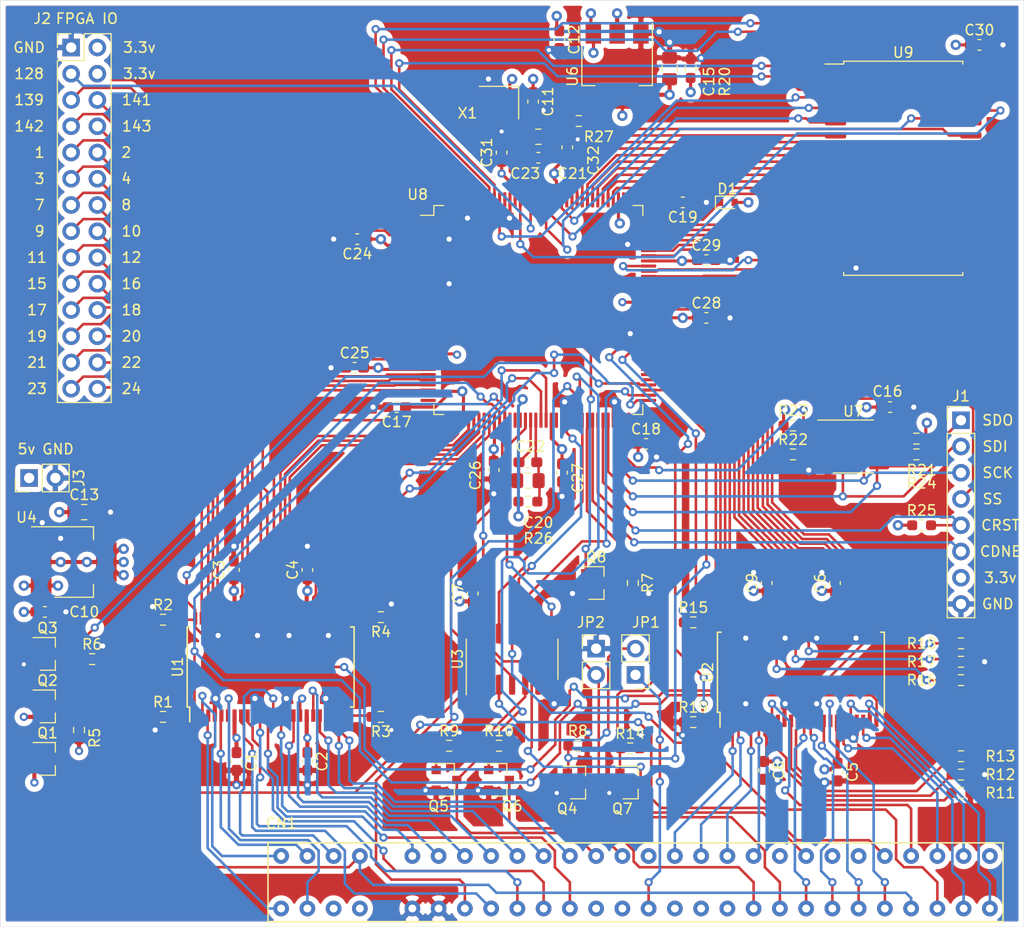
<source format=kicad_pcb>
(kicad_pcb (version 20171130) (host pcbnew 5.1.9+dfsg1-1)
  (layers (0 F.Cu signal) (1 In1.Cu signal hide) (2 In2.Cu signal hide) (31 B.Cu signal) (35 F.Paste user) (37 F.SilkS user) (39 F.Mask user) (44 Edge.Cuts user))
  (net 0 "")
  (net 1 GND)
  (net 2 +5V)
  (net 3 +3V3)
  (net 4 +1V2)
  (net 5 "/Power And Config/VPP_2V5")
  (net 6 "/Power And Config/GNDPLL0")
  (net 7 "/Power And Config/VCCPLL0")
  (net 8 "/Power And Config/GNDPLL1")
  (net 9 "/Power And Config/VCCPLL1")
  (net 10 /levelshifting/A11)
  (net 11 /levelshifting/A9)
  (net 12 /levelshifting/A10)
  (net 13 /levelshifting/A8)
  (net 14 /levelshift-control/RFSH)
  (net 15 /levelshift-control/M1)
  (net 16 "Net-(CN1-PadU22)")
  (net 17 /levelshift-control/WAIT)
  (net 18 /levelshift-control/WR)
  (net 19 /levelshift-control/RD)
  (net 20 /levelshift-control/IOREQ)
  (net 21 /levelshift-control/MREQ)
  (net 22 "Net-(CN1-PadU15)")
  (net 23 /levelshift-control/NMI)
  (net 24 /levelshift-control/INT)
  (net 25 /levelshifting/D4)
  (net 26 /levelshifting/D3)
  (net 27 /levelshifting/D5)
  (net 28 /levelshifting/D6)
  (net 29 /levelshifting/D2)
  (net 30 /levelshifting/D1)
  (net 31 /levelshifting/D0)
  (net 32 /levelshift-control/ROMCS)
  (net 33 /levelshifting/D7)
  (net 34 /levelshifting/A13)
  (net 35 /levelshifting/A15)
  (net 36 /levelshift-control/BUSACK)
  (net 37 /levelshifting/A4)
  (net 38 /levelshifting/A5)
  (net 39 /levelshifting/A6)
  (net 40 /levelshifting/A7)
  (net 41 /levelshift-control/RESET)
  (net 42 /levelshift-control/BUSREQ)
  (net 43 /levelshift-control/ROMCS2)
  (net 44 /levelshifting/A3)
  (net 45 /levelshifting/A2)
  (net 46 /levelshifting/A1)
  (net 47 /levelshifting/A0)
  (net 48 /levelshift-control/CLK)
  (net 49 /levelshifting/A12)
  (net 50 /levelshifting/A14)
  (net 51 CDONE)
  (net 52 "/Power And Config/CRESET")
  (net 53 "/Power And Config/SS")
  (net 54 "/Power And Config/SCK")
  (net 55 "/Power And Config/SDI")
  (net 56 "/Power And Config/SDO")
  (net 57 /FPGA1/IOL_17B)
  (net 58 /FPGA1/IOL_17A)
  (net 59 /FPGA1/IOL_14B)
  (net 60 /FPGA1/IOL_14A)
  (net 61 /FPGA1/IOL_13B)
  (net 62 /FPGA1/IOL_13A)
  (net 63 /FPGA1/IOL_12B)
  (net 64 /FPGA1/IOL_12A)
  (net 65 /FPGA1/IOL_10B)
  (net 66 /FPGA1/IOL_10A)
  (net 67 /FPGA1/IOL_8B)
  (net 68 /FPGA1/IOL_8A)
  (net 69 /FPGA1/IOL_5B)
  (net 70 /FPGA1/IOL_5A)
  (net 71 /FPGA1/IOL_4B)
  (net 72 /FPGA1/IOL_4A)
  (net 73 /FPGA1/IOL_3B)
  (net 74 /FPGA1/IOL_3A)
  (net 75 /FPGA1/IOL_2B)
  (net 76 /FPGA1/IOL_2A)
  (net 77 IOT_220)
  (net 78 IOT_221)
  (net 79 IOT_197)
  (net 80 /levelshift-control/P3ROMCS)
  (net 81 /levelshift-control/ROMCS_DRV)
  (net 82 3v3_ROMCS)
  (net 83 3v3_BUSREQ)
  (net 84 3v3_INT_OUT)
  (net 85 3v3_NMI)
  (net 86 3v3_WAIT_OUT)
  (net 87 3v3_RESET_OUT)
  (net 88 ADDR_DIR)
  (net 89 ADDR_OE_L)
  (net 90 DATA_DIR)
  (net 91 DATA_OE_L)
  (net 92 "Net-(R11-Pad1)")
  (net 93 "Net-(R12-Pad1)")
  (net 94 "Net-(R13-Pad1)")
  (net 95 CTRL_OE)
  (net 96 "Net-(R16-Pad2)")
  (net 97 "Net-(R17-Pad2)")
  (net 98 "Net-(R18-Pad2)")
  (net 99 CTRL_DIR)
  (net 100 "Net-(R21-Pad2)")
  (net 101 "Net-(R22-Pad2)")
  (net 102 3v3_A0)
  (net 103 3v3_A1)
  (net 104 3v3_A2)
  (net 105 3v3_A3)
  (net 106 3v3_A4)
  (net 107 3v3_A5)
  (net 108 3v3_A6)
  (net 109 3v3_A7)
  (net 110 3v3_A8)
  (net 111 3v3_A9)
  (net 112 3v3_A10)
  (net 113 3v3_A11)
  (net 114 3v3_A12)
  (net 115 3v3_A13)
  (net 116 3v3_A14)
  (net 117 3v3_A15)
  (net 118 3v3_RD)
  (net 119 3v3_WR)
  (net 120 3v3_MREQ)
  (net 121 3v3_IOREQ)
  (net 122 3v3_RFSH)
  (net 123 3v3_D0)
  (net 124 3v3_D1)
  (net 125 3v3_D2)
  (net 126 3v3_D3)
  (net 127 3v3_D4)
  (net 128 3v3_D5)
  (net 129 3v3_D6)
  (net 130 3v3_D7)
  (net 131 3v3_WAIT)
  (net 132 3v3_BUSACK)
  (net 133 3v3_RESET)
  (net 134 3v3_INT)
  (net 135 3v3_M1)
  (net 136 3v3_CLK)
  (net 137 /FPGA2/M_A17)
  (net 138 /FPGA2/M_A15)
  (net 139 /FPGA2/M_A16)
  (net 140 /FPGA2/M_A18)
  (net 141 /FPGA2/M_A14)
  (net 142 /FPGA2/M_WE)
  (net 143 /FPGA2/M_A12)
  (net 144 "Net-(U8-Pad133)")
  (net 145 /FPGA2/M_A13)
  (net 146 /FPGA2/FPGACLK)
  (net 147 /FPGA2/M_A7)
  (net 148 /FPGA2/M_A8)
  (net 149 /FPGA2/M_A6)
  (net 150 /FPGA2/M_A9)
  (net 151 /FPGA2/M_A5)
  (net 152 /FPGA2/M_A11)
  (net 153 /FPGA2/M_A4)
  (net 154 /FPGA2/M_OE)
  (net 155 /FPGA2/M_A3)
  (net 156 /FPGA2/M_A10)
  (net 157 /FPGA2/M_A2)
  (net 158 /FPGA2/M_A1)
  (net 159 /FPGA2/M_A0)
  (net 160 /FPGA2/M_CE)
  (net 161 "Net-(U8-Pad109)")
  (net 162 /FPGA2/M_D7)
  (net 163 /FPGA2/M_D6)
  (net 164 /FPGA2/M_D0)
  (net 165 /FPGA2/M_D5)
  (net 166 /FPGA2/M_D1)
  (net 167 /FPGA2/M_D4)
  (net 168 /FPGA2/M_D2)
  (net 169 /FPGA2/M_D3)
  (net 170 "Net-(U8-Pad77)")
  (net 171 "Net-(U8-Pad58)")
  (net 172 "Net-(U8-Pad51)")
  (net 173 "Net-(U8-Pad50)")
  (net 174 "Net-(U8-Pad36)")
  (net 175 "Net-(U8-Pad35)")
  (net 176 IOT_217)
  (net 177 IOT_219)
  (module Connector_PinHeader_2.54mm:PinHeader_1x02_P2.54mm_Vertical (layer F.Cu) (at 106.934 119.888 90)
    (fp_text reference J3 (at 0 4.826 90) (layer F.SilkS))
    (fp_text value Conn_01x02_Male)
    (pad 2 thru_hole oval (at 0 2.54 90) (size 1.7 1.7) (drill 1) (layers *.Cu *.Mask) (net 1 GND))
    (pad 1 thru_hole rect (at 0 0 90) (size 1.7 1.7) (drill 1) (layers *.Cu *.Mask) (net 2 +5V))
  )
  (module ZXSpectrum:ZXEdgeConnector (layer F.Cu) (at 131.318 159.004)
    (fp_text reference CN1 (at 0 -5.715) (layer F.SilkS))
    (fp_text value ZXEdgeConnector)
    (pad L28 thru_hole circle (at 68.58 2.54) (size 1.524 1.524) (drill 0.762) (layers *.Cu *.Mask) (net 10 /levelshifting/A11))
    (pad U28 thru_hole circle (at 68.58 -2.54) (size 1.524 1.524) (drill 0.762) (layers *.Cu *.Mask))
    (pad L27 thru_hole circle (at 66.04 2.54) (size 1.524 1.524) (drill 0.762) (layers *.Cu *.Mask) (net 11 /levelshifting/A9))
    (pad U27 thru_hole circle (at 66.04 -2.54) (size 1.524 1.524) (drill 0.762) (layers *.Cu *.Mask) (net 12 /levelshifting/A10))
    (pad U26 thru_hole circle (at 63.5 -2.54) (size 1.524 1.524) (drill 0.762) (layers *.Cu *.Mask) (net 13 /levelshifting/A8))
    (pad U25 thru_hole circle (at 60.96 -2.54) (size 1.524 1.524) (drill 0.762) (layers *.Cu *.Mask) (net 14 /levelshift-control/RFSH))
    (pad U24 thru_hole circle (at 58.42 -2.54) (size 1.524 1.524) (drill 0.762) (layers *.Cu *.Mask) (net 15 /levelshift-control/M1))
    (pad U23 thru_hole circle (at 55.88 -2.54) (size 1.524 1.524) (drill 0.762) (layers *.Cu *.Mask))
    (pad U22 thru_hole circle (at 53.34 -2.54) (size 1.524 1.524) (drill 0.762) (layers *.Cu *.Mask) (net 16 "Net-(CN1-PadU22)"))
    (pad U21 thru_hole circle (at 50.8 -2.54) (size 1.524 1.524) (drill 0.762) (layers *.Cu *.Mask) (net 17 /levelshift-control/WAIT))
    (pad U20 thru_hole circle (at 48.26 -2.54) (size 1.524 1.524) (drill 0.762) (layers *.Cu *.Mask))
    (pad U19 thru_hole circle (at 45.72 -2.54) (size 1.524 1.524) (drill 0.762) (layers *.Cu *.Mask) (net 18 /levelshift-control/WR))
    (pad U18 thru_hole circle (at 43.18 -2.54) (size 1.524 1.524) (drill 0.762) (layers *.Cu *.Mask) (net 19 /levelshift-control/RD))
    (pad U17 thru_hole circle (at 40.64 -2.54) (size 1.524 1.524) (drill 0.762) (layers *.Cu *.Mask) (net 20 /levelshift-control/IOREQ))
    (pad U16 thru_hole circle (at 38.1 -2.54) (size 1.524 1.524) (drill 0.762) (layers *.Cu *.Mask) (net 21 /levelshift-control/MREQ))
    (pad U15 thru_hole circle (at 35.56 -2.54) (size 1.524 1.524) (drill 0.762) (layers *.Cu *.Mask) (net 22 "Net-(CN1-PadU15)"))
    (pad U14 thru_hole circle (at 33.02 -2.54) (size 1.524 1.524) (drill 0.762) (layers *.Cu *.Mask) (net 23 /levelshift-control/NMI))
    (pad U13 thru_hole circle (at 30.48 -2.54) (size 1.524 1.524) (drill 0.762) (layers *.Cu *.Mask) (net 24 /levelshift-control/INT))
    (pad U12 thru_hole circle (at 27.94 -2.54) (size 1.524 1.524) (drill 0.762) (layers *.Cu *.Mask) (net 25 /levelshifting/D4))
    (pad U11 thru_hole circle (at 25.4 -2.54) (size 1.524 1.524) (drill 0.762) (layers *.Cu *.Mask) (net 26 /levelshifting/D3))
    (pad U10 thru_hole circle (at 22.86 -2.54) (size 1.524 1.524) (drill 0.762) (layers *.Cu *.Mask) (net 27 /levelshifting/D5))
    (pad U9 thru_hole circle (at 20.32 -2.54) (size 1.524 1.524) (drill 0.762) (layers *.Cu *.Mask) (net 28 /levelshifting/D6))
    (pad U8 thru_hole circle (at 17.78 -2.54) (size 1.524 1.524) (drill 0.762) (layers *.Cu *.Mask) (net 29 /levelshifting/D2))
    (pad U7 thru_hole circle (at 15.24 -2.54) (size 1.524 1.524) (drill 0.762) (layers *.Cu *.Mask) (net 30 /levelshifting/D1))
    (pad U6 thru_hole circle (at 12.7 -2.54) (size 1.524 1.524) (drill 0.762) (layers *.Cu *.Mask) (net 31 /levelshifting/D0))
    (pad U4 thru_hole circle (at 7.62 -2.54) (size 1.524 1.524) (drill 0.762) (layers *.Cu *.Mask) (net 32 /levelshift-control/ROMCS))
    (pad U3 thru_hole circle (at 5.08 -2.54) (size 1.524 1.524) (drill 0.762) (layers *.Cu *.Mask) (net 33 /levelshifting/D7))
    (pad U2 thru_hole circle (at 2.54 -2.54) (size 1.524 1.524) (drill 0.762) (layers *.Cu *.Mask) (net 34 /levelshifting/A13))
    (pad U1 thru_hole circle (at 0 -2.54) (size 1.524 1.524) (drill 0.762) (layers *.Cu *.Mask) (net 35 /levelshifting/A15))
    (pad L26 thru_hole circle (at 63.5 2.54) (size 1.524 1.524) (drill 0.762) (layers *.Cu *.Mask) (net 36 /levelshift-control/BUSACK))
    (pad L25 thru_hole circle (at 60.96 2.54) (size 1.524 1.524) (drill 0.762) (layers *.Cu *.Mask) (net 32 /levelshift-control/ROMCS))
    (pad L24 thru_hole circle (at 58.42 2.54) (size 1.524 1.524) (drill 0.762) (layers *.Cu *.Mask) (net 37 /levelshifting/A4))
    (pad L23 thru_hole circle (at 55.88 2.54) (size 1.524 1.524) (drill 0.762) (layers *.Cu *.Mask) (net 38 /levelshifting/A5))
    (pad L22 thru_hole circle (at 53.34 2.54) (size 1.524 1.524) (drill 0.762) (layers *.Cu *.Mask) (net 39 /levelshifting/A6))
    (pad L21 thru_hole circle (at 50.8 2.54) (size 1.524 1.524) (drill 0.762) (layers *.Cu *.Mask) (net 40 /levelshifting/A7))
    (pad L20 thru_hole circle (at 48.26 2.54) (size 1.524 1.524) (drill 0.762) (layers *.Cu *.Mask) (net 41 /levelshift-control/RESET))
    (pad L19 thru_hole circle (at 45.72 2.54) (size 1.524 1.524) (drill 0.762) (layers *.Cu *.Mask) (net 42 /levelshift-control/BUSREQ))
    (pad L18 thru_hole circle (at 43.18 2.54) (size 1.524 1.524) (drill 0.762) (layers *.Cu *.Mask))
    (pad L17 thru_hole circle (at 40.64 2.54) (size 1.524 1.524) (drill 0.762) (layers *.Cu *.Mask))
    (pad L16 thru_hole circle (at 38.1 2.54) (size 1.524 1.524) (drill 0.762) (layers *.Cu *.Mask))
    (pad L15 thru_hole circle (at 35.56 2.54) (size 1.524 1.524) (drill 0.762) (layers *.Cu *.Mask) (net 43 /levelshift-control/ROMCS2))
    (pad L14 thru_hole circle (at 33.02 2.54) (size 1.524 1.524) (drill 0.762) (layers *.Cu *.Mask))
    (pad L13 thru_hole circle (at 30.48 2.54) (size 1.524 1.524) (drill 0.762) (layers *.Cu *.Mask))
    (pad L12 thru_hole circle (at 27.94 2.54) (size 1.524 1.524) (drill 0.762) (layers *.Cu *.Mask) (net 44 /levelshifting/A3))
    (pad L11 thru_hole circle (at 25.4 2.54) (size 1.524 1.524) (drill 0.762) (layers *.Cu *.Mask) (net 45 /levelshifting/A2))
    (pad L10 thru_hole circle (at 22.86 2.54) (size 1.524 1.524) (drill 0.762) (layers *.Cu *.Mask) (net 46 /levelshifting/A1))
    (pad L9 thru_hole circle (at 20.32 2.54) (size 1.524 1.524) (drill 0.762) (layers *.Cu *.Mask) (net 47 /levelshifting/A0))
    (pad L8 thru_hole circle (at 17.78 2.54) (size 1.524 1.524) (drill 0.762) (layers *.Cu *.Mask) (net 48 /levelshift-control/CLK))
    (pad L7 thru_hole circle (at 15.24 2.54) (size 1.524 1.524) (drill 0.762) (layers *.Cu *.Mask) (net 1 GND))
    (pad L6 thru_hole circle (at 12.7 2.54) (size 1.524 1.524) (drill 0.762) (layers *.Cu *.Mask) (net 1 GND))
    (pad L4 thru_hole circle (at 7.62 2.54) (size 1.524 1.524) (drill 0.762) (layers *.Cu *.Mask))
    (pad L3 thru_hole circle (at 5.08 2.54) (size 1.524 1.524) (drill 0.762) (layers *.Cu *.Mask) (net 2 +5V))
    (pad L2 thru_hole circle (at 2.54 2.54) (size 1.524 1.524) (drill 0.762) (layers *.Cu *.Mask) (net 49 /levelshifting/A12))
    (pad L1 thru_hole circle (at 0 2.54) (size 1.524 1.524) (drill 0.762) (layers *.Cu *.Mask) (net 50 /levelshifting/A14))
  )
  (module Capacitor_SMD:C_0603_1608Metric_Pad1.08x0.95mm_HandSolder (layer F.Cu) (at 152.654 88.392 90)
    (fp_text reference C31 (at 0 -1.43 90) (layer F.SilkS))
    (fp_text value 100nF)
    (pad 2 smd roundrect (at 0.8625 0 90) (size 1.075 0.95) (layers F.Cu F.Paste F.Mask) (net 1 GND))
    (pad 1 smd roundrect (at -0.8625 0 90) (size 1.075 0.95) (layers F.Cu F.Paste F.Mask) (net 3 +3V3))
  )
  (module Package_SO:SSOP-48_7.5x15.9mm_P0.635mm (layer F.Cu) (at 181.61 138.684 90)
    (fp_text reference U2 (at 0 -9 90) (layer F.SilkS))
    (fp_text value 74ALVC164245PVG)
    (pad 48 smd rect (at 4.7 -7.3025 90) (size 1.2 0.4) (layers F.Cu F.Paste F.Mask) (net 95 CTRL_OE))
    (pad 47 smd rect (at 4.7 -6.6675 90) (size 1.2 0.4) (layers F.Cu F.Paste F.Mask) (net 120 3v3_MREQ))
    (pad 46 smd rect (at 4.7 -6.0325 90) (size 1.2 0.4) (layers F.Cu F.Paste F.Mask) (net 121 3v3_IOREQ))
    (pad 45 smd rect (at 4.7 -5.3975 90) (size 1.2 0.4) (layers F.Cu F.Paste F.Mask) (net 1 GND))
    (pad 44 smd rect (at 4.7 -4.7625 90) (size 1.2 0.4) (layers F.Cu F.Paste F.Mask) (net 118 3v3_RD))
    (pad 43 smd rect (at 4.7 -4.1275 90) (size 1.2 0.4) (layers F.Cu F.Paste F.Mask) (net 119 3v3_WR))
    (pad 42 smd rect (at 4.7 -3.4925 90) (size 1.2 0.4) (layers F.Cu F.Paste F.Mask) (net 3 +3V3))
    (pad 41 smd rect (at 4.7 -2.8575 90) (size 1.2 0.4) (layers F.Cu F.Paste F.Mask) (net 122 3v3_RFSH))
    (pad 40 smd rect (at 4.7 -2.2225 90) (size 1.2 0.4) (layers F.Cu F.Paste F.Mask) (net 96 "Net-(R16-Pad2)"))
    (pad 39 smd rect (at 4.7 -1.5875 90) (size 1.2 0.4) (layers F.Cu F.Paste F.Mask) (net 1 GND))
    (pad 38 smd rect (at 4.7 -0.9525 90) (size 1.2 0.4) (layers F.Cu F.Paste F.Mask) (net 97 "Net-(R17-Pad2)"))
    (pad 37 smd rect (at 4.7 -0.3175 90) (size 1.2 0.4) (layers F.Cu F.Paste F.Mask) (net 98 "Net-(R18-Pad2)"))
    (pad 36 smd rect (at 4.7 0.3175 90) (size 1.2 0.4) (layers F.Cu F.Paste F.Mask) (net 109 3v3_A7))
    (pad 35 smd rect (at 4.7 0.9525 90) (size 1.2 0.4) (layers F.Cu F.Paste F.Mask) (net 108 3v3_A6))
    (pad 34 smd rect (at 4.7 1.5875 90) (size 1.2 0.4) (layers F.Cu F.Paste F.Mask) (net 1 GND))
    (pad 33 smd rect (at 4.7 2.2225 90) (size 1.2 0.4) (layers F.Cu F.Paste F.Mask) (net 107 3v3_A5))
    (pad 32 smd rect (at 4.7 2.8575 90) (size 1.2 0.4) (layers F.Cu F.Paste F.Mask) (net 106 3v3_A4))
    (pad 31 smd rect (at 4.7 3.4925 90) (size 1.2 0.4) (layers F.Cu F.Paste F.Mask) (net 3 +3V3))
    (pad 30 smd rect (at 4.7 4.1275 90) (size 1.2 0.4) (layers F.Cu F.Paste F.Mask) (net 110 3v3_A8))
    (pad 29 smd rect (at 4.7 4.7625 90) (size 1.2 0.4) (layers F.Cu F.Paste F.Mask) (net 112 3v3_A10))
    (pad 28 smd rect (at 4.7 5.3975 90) (size 1.2 0.4) (layers F.Cu F.Paste F.Mask) (net 1 GND))
    (pad 27 smd rect (at 4.7 6.0325 90) (size 1.2 0.4) (layers F.Cu F.Paste F.Mask) (net 111 3v3_A9))
    (pad 26 smd rect (at 4.7 6.6675 90) (size 1.2 0.4) (layers F.Cu F.Paste F.Mask) (net 113 3v3_A11))
    (pad 25 smd rect (at 4.7 7.3025 90) (size 1.2 0.4) (layers F.Cu F.Paste F.Mask) (net 89 ADDR_OE_L))
    (pad 24 smd rect (at -4.7 7.3025 90) (size 1.2 0.4) (layers F.Cu F.Paste F.Mask) (net 88 ADDR_DIR))
    (pad 23 smd rect (at -4.7 6.6675 90) (size 1.2 0.4) (layers F.Cu F.Paste F.Mask) (net 10 /levelshifting/A11))
    (pad 22 smd rect (at -4.7 6.0325 90) (size 1.2 0.4) (layers F.Cu F.Paste F.Mask) (net 11 /levelshifting/A9))
    (pad 21 smd rect (at -4.7 5.3975 90) (size 1.2 0.4) (layers F.Cu F.Paste F.Mask) (net 1 GND))
    (pad 20 smd rect (at -4.7 4.7625 90) (size 1.2 0.4) (layers F.Cu F.Paste F.Mask) (net 12 /levelshifting/A10))
    (pad 19 smd rect (at -4.7 4.1275 90) (size 1.2 0.4) (layers F.Cu F.Paste F.Mask) (net 13 /levelshifting/A8))
    (pad 18 smd rect (at -4.7 3.4925 90) (size 1.2 0.4) (layers F.Cu F.Paste F.Mask) (net 2 +5V))
    (pad 17 smd rect (at -4.7 2.8575 90) (size 1.2 0.4) (layers F.Cu F.Paste F.Mask) (net 37 /levelshifting/A4))
    (pad 16 smd rect (at -4.7 2.2225 90) (size 1.2 0.4) (layers F.Cu F.Paste F.Mask) (net 38 /levelshifting/A5))
    (pad 15 smd rect (at -4.7 1.5875 90) (size 1.2 0.4) (layers F.Cu F.Paste F.Mask) (net 1 GND))
    (pad 14 smd rect (at -4.7 0.9525 90) (size 1.2 0.4) (layers F.Cu F.Paste F.Mask) (net 39 /levelshifting/A6))
    (pad 13 smd rect (at -4.7 0.3175 90) (size 1.2 0.4) (layers F.Cu F.Paste F.Mask) (net 40 /levelshifting/A7))
    (pad 12 smd rect (at -4.7 -0.3175 90) (size 1.2 0.4) (layers F.Cu F.Paste F.Mask) (net 94 "Net-(R13-Pad1)"))
    (pad 11 smd rect (at -4.7 -0.9525 90) (size 1.2 0.4) (layers F.Cu F.Paste F.Mask) (net 93 "Net-(R12-Pad1)"))
    (pad 10 smd rect (at -4.7 -1.5875 90) (size 1.2 0.4) (layers F.Cu F.Paste F.Mask) (net 1 GND))
    (pad 9 smd rect (at -4.7 -2.2225 90) (size 1.2 0.4) (layers F.Cu F.Paste F.Mask) (net 92 "Net-(R11-Pad1)"))
    (pad 8 smd rect (at -4.7 -2.8575 90) (size 1.2 0.4) (layers F.Cu F.Paste F.Mask) (net 14 /levelshift-control/RFSH))
    (pad 7 smd rect (at -4.7 -3.4925 90) (size 1.2 0.4) (layers F.Cu F.Paste F.Mask) (net 2 +5V))
    (pad 6 smd rect (at -4.7 -4.1275 90) (size 1.2 0.4) (layers F.Cu F.Paste F.Mask) (net 18 /levelshift-control/WR))
    (pad 5 smd rect (at -4.7 -4.7625 90) (size 1.2 0.4) (layers F.Cu F.Paste F.Mask) (net 19 /levelshift-control/RD))
    (pad 4 smd rect (at -4.7 -5.3975 90) (size 1.2 0.4) (layers F.Cu F.Paste F.Mask) (net 1 GND))
    (pad 3 smd rect (at -4.7 -6.0325 90) (size 1.2 0.4) (layers F.Cu F.Paste F.Mask) (net 20 /levelshift-control/IOREQ))
    (pad 2 smd rect (at -4.7 -6.6675 90) (size 1.2 0.4) (layers F.Cu F.Paste F.Mask) (net 21 /levelshift-control/MREQ))
    (pad 1 smd rect (at -4.7 -7.3025 90) (size 1.2 0.4) (layers F.Cu F.Paste F.Mask) (net 99 CTRL_DIR))
  )
  (module Package_TO_SOT_SMD:SOT-223-3_TabPin2 (layer F.Cu) (at 111.252 128.016)
    (fp_text reference U4 (at -4.572 -4.318) (layer F.SilkS))
    (fp_text value LD1117S33TR_SOT223)
    (pad 1 smd rect (at -3.15 -2.3) (size 2 1.5) (layers F.Cu F.Paste F.Mask) (net 1 GND))
    (pad 3 smd rect (at -3.15 2.3) (size 2 1.5) (layers F.Cu F.Paste F.Mask) (net 2 +5V))
    (pad 2 smd rect (at -3.15 0) (size 2 1.5) (layers F.Cu F.Paste F.Mask) (net 3 +3V3))
    (pad 2 smd rect (at 3.15 0) (size 2 3.8) (layers F.Cu F.Paste F.Mask) (net 3 +3V3))
  )
  (module Package_SO:SSOP-48_7.5x15.9mm_P0.635mm (layer F.Cu) (at 130.302 138.176 90)
    (fp_text reference U1 (at 0 -9 90) (layer F.SilkS))
    (fp_text value 74ALVC164245PVG)
    (pad 48 smd rect (at 4.7 -7.3025 90) (size 1.2 0.4) (layers F.Cu F.Paste F.Mask) (net 89 ADDR_OE_L))
    (pad 47 smd rect (at 4.7 -6.6675 90) (size 1.2 0.4) (layers F.Cu F.Paste F.Mask) (net 117 3v3_A15))
    (pad 46 smd rect (at 4.7 -6.0325 90) (size 1.2 0.4) (layers F.Cu F.Paste F.Mask) (net 116 3v3_A14))
    (pad 45 smd rect (at 4.7 -5.3975 90) (size 1.2 0.4) (layers F.Cu F.Paste F.Mask) (net 1 GND))
    (pad 44 smd rect (at 4.7 -4.7625 90) (size 1.2 0.4) (layers F.Cu F.Paste F.Mask) (net 115 3v3_A13))
    (pad 43 smd rect (at 4.7 -4.1275 90) (size 1.2 0.4) (layers F.Cu F.Paste F.Mask) (net 114 3v3_A12))
    (pad 42 smd rect (at 4.7 -3.4925 90) (size 1.2 0.4) (layers F.Cu F.Paste F.Mask) (net 3 +3V3))
    (pad 41 smd rect (at 4.7 -2.8575 90) (size 1.2 0.4) (layers F.Cu F.Paste F.Mask) (net 102 3v3_A0))
    (pad 40 smd rect (at 4.7 -2.2225 90) (size 1.2 0.4) (layers F.Cu F.Paste F.Mask) (net 103 3v3_A1))
    (pad 39 smd rect (at 4.7 -1.5875 90) (size 1.2 0.4) (layers F.Cu F.Paste F.Mask) (net 1 GND))
    (pad 38 smd rect (at 4.7 -0.9525 90) (size 1.2 0.4) (layers F.Cu F.Paste F.Mask) (net 104 3v3_A2))
    (pad 37 smd rect (at 4.7 -0.3175 90) (size 1.2 0.4) (layers F.Cu F.Paste F.Mask) (net 105 3v3_A3))
    (pad 36 smd rect (at 4.7 0.3175 90) (size 1.2 0.4) (layers F.Cu F.Paste F.Mask) (net 130 3v3_D7))
    (pad 35 smd rect (at 4.7 0.9525 90) (size 1.2 0.4) (layers F.Cu F.Paste F.Mask) (net 123 3v3_D0))
    (pad 34 smd rect (at 4.7 1.5875 90) (size 1.2 0.4) (layers F.Cu F.Paste F.Mask) (net 1 GND))
    (pad 33 smd rect (at 4.7 2.2225 90) (size 1.2 0.4) (layers F.Cu F.Paste F.Mask) (net 124 3v3_D1))
    (pad 32 smd rect (at 4.7 2.8575 90) (size 1.2 0.4) (layers F.Cu F.Paste F.Mask) (net 125 3v3_D2))
    (pad 31 smd rect (at 4.7 3.4925 90) (size 1.2 0.4) (layers F.Cu F.Paste F.Mask) (net 3 +3V3))
    (pad 30 smd rect (at 4.7 4.1275 90) (size 1.2 0.4) (layers F.Cu F.Paste F.Mask) (net 129 3v3_D6))
    (pad 29 smd rect (at 4.7 4.7625 90) (size 1.2 0.4) (layers F.Cu F.Paste F.Mask) (net 128 3v3_D5))
    (pad 28 smd rect (at 4.7 5.3975 90) (size 1.2 0.4) (layers F.Cu F.Paste F.Mask) (net 1 GND))
    (pad 27 smd rect (at 4.7 6.0325 90) (size 1.2 0.4) (layers F.Cu F.Paste F.Mask) (net 126 3v3_D3))
    (pad 26 smd rect (at 4.7 6.6675 90) (size 1.2 0.4) (layers F.Cu F.Paste F.Mask) (net 127 3v3_D4))
    (pad 25 smd rect (at 4.7 7.3025 90) (size 1.2 0.4) (layers F.Cu F.Paste F.Mask) (net 91 DATA_OE_L))
    (pad 24 smd rect (at -4.7 7.3025 90) (size 1.2 0.4) (layers F.Cu F.Paste F.Mask) (net 90 DATA_DIR))
    (pad 23 smd rect (at -4.7 6.6675 90) (size 1.2 0.4) (layers F.Cu F.Paste F.Mask) (net 25 /levelshifting/D4))
    (pad 22 smd rect (at -4.7 6.0325 90) (size 1.2 0.4) (layers F.Cu F.Paste F.Mask) (net 26 /levelshifting/D3))
    (pad 21 smd rect (at -4.7 5.3975 90) (size 1.2 0.4) (layers F.Cu F.Paste F.Mask) (net 1 GND))
    (pad 20 smd rect (at -4.7 4.7625 90) (size 1.2 0.4) (layers F.Cu F.Paste F.Mask) (net 27 /levelshifting/D5))
    (pad 19 smd rect (at -4.7 4.1275 90) (size 1.2 0.4) (layers F.Cu F.Paste F.Mask) (net 28 /levelshifting/D6))
    (pad 18 smd rect (at -4.7 3.4925 90) (size 1.2 0.4) (layers F.Cu F.Paste F.Mask) (net 2 +5V))
    (pad 17 smd rect (at -4.7 2.8575 90) (size 1.2 0.4) (layers F.Cu F.Paste F.Mask) (net 29 /levelshifting/D2))
    (pad 16 smd rect (at -4.7 2.2225 90) (size 1.2 0.4) (layers F.Cu F.Paste F.Mask) (net 30 /levelshifting/D1))
    (pad 15 smd rect (at -4.7 1.5875 90) (size 1.2 0.4) (layers F.Cu F.Paste F.Mask) (net 1 GND))
    (pad 14 smd rect (at -4.7 0.9525 90) (size 1.2 0.4) (layers F.Cu F.Paste F.Mask) (net 31 /levelshifting/D0))
    (pad 13 smd rect (at -4.7 0.3175 90) (size 1.2 0.4) (layers F.Cu F.Paste F.Mask) (net 33 /levelshifting/D7))
    (pad 12 smd rect (at -4.7 -0.3175 90) (size 1.2 0.4) (layers F.Cu F.Paste F.Mask) (net 44 /levelshifting/A3))
    (pad 11 smd rect (at -4.7 -0.9525 90) (size 1.2 0.4) (layers F.Cu F.Paste F.Mask) (net 45 /levelshifting/A2))
    (pad 10 smd rect (at -4.7 -1.5875 90) (size 1.2 0.4) (layers F.Cu F.Paste F.Mask) (net 1 GND))
    (pad 9 smd rect (at -4.7 -2.2225 90) (size 1.2 0.4) (layers F.Cu F.Paste F.Mask) (net 46 /levelshifting/A1))
    (pad 8 smd rect (at -4.7 -2.8575 90) (size 1.2 0.4) (layers F.Cu F.Paste F.Mask) (net 47 /levelshifting/A0))
    (pad 7 smd rect (at -4.7 -3.4925 90) (size 1.2 0.4) (layers F.Cu F.Paste F.Mask) (net 2 +5V))
    (pad 6 smd rect (at -4.7 -4.1275 90) (size 1.2 0.4) (layers F.Cu F.Paste F.Mask) (net 49 /levelshifting/A12))
    (pad 5 smd rect (at -4.7 -4.7625 90) (size 1.2 0.4) (layers F.Cu F.Paste F.Mask) (net 34 /levelshifting/A13))
    (pad 4 smd rect (at -4.7 -5.3975 90) (size 1.2 0.4) (layers F.Cu F.Paste F.Mask) (net 1 GND))
    (pad 3 smd rect (at -4.7 -6.0325 90) (size 1.2 0.4) (layers F.Cu F.Paste F.Mask) (net 50 /levelshifting/A14))
    (pad 2 smd rect (at -4.7 -6.6675 90) (size 1.2 0.4) (layers F.Cu F.Paste F.Mask) (net 35 /levelshifting/A15))
    (pad 1 smd rect (at -4.7 -7.3025 90) (size 1.2 0.4) (layers F.Cu F.Paste F.Mask) (net 88 ADDR_DIR))
  )
  (module Oscillator:Oscillator_SMD_Abracon_ASE-4Pin_3.2x2.5mm (layer F.Cu) (at 152.4 83.566 180)
    (fp_text reference X1 (at 3.048 -1.016) (layer F.SilkS))
    (fp_text value ASE-25MHz)
    (pad 4 smd rect (at -1.05 -0.825 180) (size 1.3 1.1) (layers F.Cu F.Paste F.Mask) (net 3 +3V3))
    (pad 3 smd rect (at 1.05 -0.825 180) (size 1.3 1.1) (layers F.Cu F.Paste F.Mask) (net 146 /FPGA2/FPGACLK))
    (pad 2 smd rect (at 1.05 0.825 180) (size 1.3 1.1) (layers F.Cu F.Paste F.Mask) (net 1 GND))
    (pad 1 smd rect (at -1.05 0.825 180) (size 1.3 1.1) (layers F.Cu F.Paste F.Mask) (net 3 +3V3))
  )
  (module Package_SO:SSOP-32_11.305x20.495mm_P1.27mm (layer F.Cu) (at 191.516 89.916)
    (fp_text reference U9 (at 0 -11.2) (layer F.SilkS))
    (fp_text value IS61C5128AS-25QLI)
    (pad 32 smd roundrect (at 6.55 -9.525) (size 2.05 0.6) (layers F.Cu F.Paste F.Mask) (net 3 +3V3))
    (pad 31 smd roundrect (at 6.55 -8.255) (size 2.05 0.6) (layers F.Cu F.Paste F.Mask) (net 138 /FPGA2/M_A15))
    (pad 30 smd roundrect (at 6.55 -6.985) (size 2.05 0.6) (layers F.Cu F.Paste F.Mask) (net 140 /FPGA2/M_A18))
    (pad 29 smd roundrect (at 6.55 -5.715) (size 2.05 0.6) (layers F.Cu F.Paste F.Mask) (net 142 /FPGA2/M_WE))
    (pad 28 smd roundrect (at 6.55 -4.445) (size 2.05 0.6) (layers F.Cu F.Paste F.Mask) (net 145 /FPGA2/M_A13))
    (pad 27 smd roundrect (at 6.55 -3.175) (size 2.05 0.6) (layers F.Cu F.Paste F.Mask) (net 148 /FPGA2/M_A8))
    (pad 26 smd roundrect (at 6.55 -1.905) (size 2.05 0.6) (layers F.Cu F.Paste F.Mask) (net 150 /FPGA2/M_A9))
    (pad 25 smd roundrect (at 6.55 -0.635) (size 2.05 0.6) (layers F.Cu F.Paste F.Mask) (net 152 /FPGA2/M_A11))
    (pad 24 smd roundrect (at 6.55 0.635) (size 2.05 0.6) (layers F.Cu F.Paste F.Mask) (net 154 /FPGA2/M_OE))
    (pad 23 smd roundrect (at 6.55 1.905) (size 2.05 0.6) (layers F.Cu F.Paste F.Mask) (net 156 /FPGA2/M_A10))
    (pad 22 smd roundrect (at 6.55 3.175) (size 2.05 0.6) (layers F.Cu F.Paste F.Mask) (net 160 /FPGA2/M_CE))
    (pad 21 smd roundrect (at 6.55 4.445) (size 2.05 0.6) (layers F.Cu F.Paste F.Mask) (net 162 /FPGA2/M_D7))
    (pad 20 smd roundrect (at 6.55 5.715) (size 2.05 0.6) (layers F.Cu F.Paste F.Mask) (net 163 /FPGA2/M_D6))
    (pad 19 smd roundrect (at 6.55 6.985) (size 2.05 0.6) (layers F.Cu F.Paste F.Mask) (net 165 /FPGA2/M_D5))
    (pad 18 smd roundrect (at 6.55 8.255) (size 2.05 0.6) (layers F.Cu F.Paste F.Mask) (net 167 /FPGA2/M_D4))
    (pad 17 smd roundrect (at 6.55 9.525) (size 2.05 0.6) (layers F.Cu F.Paste F.Mask) (net 169 /FPGA2/M_D3))
    (pad 16 smd roundrect (at -6.55 9.525) (size 2.05 0.6) (layers F.Cu F.Paste F.Mask) (net 1 GND))
    (pad 15 smd roundrect (at -6.55 8.255) (size 2.05 0.6) (layers F.Cu F.Paste F.Mask) (net 168 /FPGA2/M_D2))
    (pad 14 smd roundrect (at -6.55 6.985) (size 2.05 0.6) (layers F.Cu F.Paste F.Mask) (net 166 /FPGA2/M_D1))
    (pad 13 smd roundrect (at -6.55 5.715) (size 2.05 0.6) (layers F.Cu F.Paste F.Mask) (net 164 /FPGA2/M_D0))
    (pad 12 smd roundrect (at -6.55 4.445) (size 2.05 0.6) (layers F.Cu F.Paste F.Mask) (net 159 /FPGA2/M_A0))
    (pad 11 smd roundrect (at -6.55 3.175) (size 2.05 0.6) (layers F.Cu F.Paste F.Mask) (net 158 /FPGA2/M_A1))
    (pad 10 smd roundrect (at -6.55 1.905) (size 2.05 0.6) (layers F.Cu F.Paste F.Mask) (net 157 /FPGA2/M_A2))
    (pad 9 smd roundrect (at -6.55 0.635) (size 2.05 0.6) (layers F.Cu F.Paste F.Mask) (net 155 /FPGA2/M_A3))
    (pad 8 smd roundrect (at -6.55 -0.635) (size 2.05 0.6) (layers F.Cu F.Paste F.Mask) (net 153 /FPGA2/M_A4))
    (pad 7 smd roundrect (at -6.55 -1.905) (size 2.05 0.6) (layers F.Cu F.Paste F.Mask) (net 151 /FPGA2/M_A5))
    (pad 6 smd roundrect (at -6.55 -3.175) (size 2.05 0.6) (layers F.Cu F.Paste F.Mask) (net 149 /FPGA2/M_A6))
    (pad 5 smd roundrect (at -6.55 -4.445) (size 2.05 0.6) (layers F.Cu F.Paste F.Mask) (net 147 /FPGA2/M_A7))
    (pad 4 smd roundrect (at -6.55 -5.715) (size 2.05 0.6) (layers F.Cu F.Paste F.Mask) (net 143 /FPGA2/M_A12))
    (pad 3 smd roundrect (at -6.55 -6.985) (size 2.05 0.6) (layers F.Cu F.Paste F.Mask) (net 141 /FPGA2/M_A14))
    (pad 2 smd roundrect (at -6.55 -8.255) (size 2.05 0.6) (layers F.Cu F.Paste F.Mask) (net 139 /FPGA2/M_A16))
    (pad 1 smd roundrect (at -6.55 -9.525) (size 2.05 0.6) (layers F.Cu F.Paste F.Mask) (net 137 /FPGA2/M_A17))
  )
  (module Package_QFP:TQFP-144_20x20mm_P0.5mm (layer F.Cu) (at 156.21 103.632)
    (fp_text reference U8 (at -11.684 -11.176) (layer F.SilkS))
    (fp_text value ICE40HX4K-TQ144)
    (pad 144 smd roundrect (at -8.75 -10.6625) (size 0.3 1.475) (layers F.Cu F.Paste F.Mask) (net 87 3v3_RESET_OUT))
    (pad 143 smd roundrect (at -8.25 -10.6625) (size 0.3 1.475) (layers F.Cu F.Paste F.Mask) (net 78 IOT_221))
    (pad 142 smd roundrect (at -7.75 -10.6625) (size 0.3 1.475) (layers F.Cu F.Paste F.Mask) (net 77 IOT_220))
    (pad 141 smd roundrect (at -7.25 -10.6625) (size 0.3 1.475) (layers F.Cu F.Paste F.Mask) (net 177 IOT_219))
    (pad 140 smd roundrect (at -6.75 -10.6625) (size 0.3 1.475) (layers F.Cu F.Paste F.Mask) (net 1 GND))
    (pad 139 smd roundrect (at -6.25 -10.6625) (size 0.3 1.475) (layers F.Cu F.Paste F.Mask) (net 176 IOT_217))
    (pad 138 smd roundrect (at -5.75 -10.6625) (size 0.3 1.475) (layers F.Cu F.Paste F.Mask) (net 137 /FPGA2/M_A17))
    (pad 137 smd roundrect (at -5.25 -10.6625) (size 0.3 1.475) (layers F.Cu F.Paste F.Mask) (net 138 /FPGA2/M_A15))
    (pad 136 smd roundrect (at -4.75 -10.6625) (size 0.3 1.475) (layers F.Cu F.Paste F.Mask) (net 139 /FPGA2/M_A16))
    (pad 135 smd roundrect (at -4.25 -10.6625) (size 0.3 1.475) (layers F.Cu F.Paste F.Mask) (net 140 /FPGA2/M_A18))
    (pad 134 smd roundrect (at -3.75 -10.6625) (size 0.3 1.475) (layers F.Cu F.Paste F.Mask) (net 141 /FPGA2/M_A14))
    (pad 133 smd roundrect (at -3.25 -10.6625) (size 0.3 1.475) (layers F.Cu F.Paste F.Mask) (net 144 "Net-(U8-Pad133)"))
    (pad 132 smd roundrect (at -2.75 -10.6625) (size 0.3 1.475) (layers F.Cu F.Paste F.Mask) (net 1 GND))
    (pad 131 smd roundrect (at -2.25 -10.6625) (size 0.3 1.475) (layers F.Cu F.Paste F.Mask) (net 3 +3V3))
    (pad 130 smd roundrect (at -1.75 -10.6625) (size 0.3 1.475) (layers F.Cu F.Paste F.Mask) (net 142 /FPGA2/M_WE))
    (pad 129 smd roundrect (at -1.25 -10.6625) (size 0.3 1.475) (layers F.Cu F.Paste F.Mask) (net 146 /FPGA2/FPGACLK))
    (pad 128 smd roundrect (at -0.75 -10.6625) (size 0.3 1.475) (layers F.Cu F.Paste F.Mask) (net 79 IOT_197))
    (pad 127 smd roundrect (at -0.25 -10.6625) (size 0.3 1.475) (layers F.Cu F.Paste F.Mask) (net 8 "/Power And Config/GNDPLL1"))
    (pad 126 smd roundrect (at 0.25 -10.6625) (size 0.3 1.475) (layers F.Cu F.Paste F.Mask) (net 9 "/Power And Config/VCCPLL1"))
    (pad 125 smd roundrect (at 0.75 -10.6625) (size 0.3 1.475) (layers F.Cu F.Paste F.Mask) (net 143 /FPGA2/M_A12))
    (pad 124 smd roundrect (at 1.25 -10.6625) (size 0.3 1.475) (layers F.Cu F.Paste F.Mask) (net 145 /FPGA2/M_A13))
    (pad 123 smd roundrect (at 1.75 -10.6625) (size 0.3 1.475) (layers F.Cu F.Paste F.Mask) (net 3 +3V3))
    (pad 122 smd roundrect (at 2.25 -10.6625) (size 0.3 1.475) (layers F.Cu F.Paste F.Mask) (net 147 /FPGA2/M_A7))
    (pad 121 smd roundrect (at 2.75 -10.6625) (size 0.3 1.475) (layers F.Cu F.Paste F.Mask) (net 148 /FPGA2/M_A8))
    (pad 120 smd roundrect (at 3.25 -10.6625) (size 0.3 1.475) (layers F.Cu F.Paste F.Mask) (net 149 /FPGA2/M_A6))
    (pad 119 smd roundrect (at 3.75 -10.6625) (size 0.3 1.475) (layers F.Cu F.Paste F.Mask) (net 150 /FPGA2/M_A9))
    (pad 118 smd roundrect (at 4.25 -10.6625) (size 0.3 1.475) (layers F.Cu F.Paste F.Mask) (net 151 /FPGA2/M_A5))
    (pad 117 smd roundrect (at 4.75 -10.6625) (size 0.3 1.475) (layers F.Cu F.Paste F.Mask) (net 152 /FPGA2/M_A11))
    (pad 116 smd roundrect (at 5.25 -10.6625) (size 0.3 1.475) (layers F.Cu F.Paste F.Mask) (net 153 /FPGA2/M_A4))
    (pad 115 smd roundrect (at 5.75 -10.6625) (size 0.3 1.475) (layers F.Cu F.Paste F.Mask) (net 154 /FPGA2/M_OE))
    (pad 114 smd roundrect (at 6.25 -10.6625) (size 0.3 1.475) (layers F.Cu F.Paste F.Mask) (net 155 /FPGA2/M_A3))
    (pad 113 smd roundrect (at 6.75 -10.6625) (size 0.3 1.475) (layers F.Cu F.Paste F.Mask) (net 156 /FPGA2/M_A10))
    (pad 112 smd roundrect (at 7.25 -10.6625) (size 0.3 1.475) (layers F.Cu F.Paste F.Mask) (net 157 /FPGA2/M_A2))
    (pad 111 smd roundrect (at 7.75 -10.6625) (size 0.3 1.475) (layers F.Cu F.Paste F.Mask) (net 4 +1V2))
    (pad 110 smd roundrect (at 8.25 -10.6625) (size 0.3 1.475) (layers F.Cu F.Paste F.Mask) (net 160 /FPGA2/M_CE))
    (pad 109 smd roundrect (at 8.75 -10.6625) (size 0.3 1.475) (layers F.Cu F.Paste F.Mask) (net 161 "Net-(U8-Pad109)"))
    (pad 108 smd roundrect (at 10.6625 -8.75) (size 1.475 0.3) (layers F.Cu F.Paste F.Mask) (net 5 "/Power And Config/VPP_2V5"))
    (pad 107 smd roundrect (at 10.6625 -8.25) (size 1.475 0.3) (layers F.Cu F.Paste F.Mask) (net 158 /FPGA2/M_A1))
    (pad 106 smd roundrect (at 10.6625 -7.75) (size 1.475 0.3) (layers F.Cu F.Paste F.Mask) (net 162 /FPGA2/M_D7))
    (pad 105 smd roundrect (at 10.6625 -7.25) (size 1.475 0.3) (layers F.Cu F.Paste F.Mask) (net 159 /FPGA2/M_A0))
    (pad 104 smd roundrect (at 10.6625 -6.75) (size 1.475 0.3) (layers F.Cu F.Paste F.Mask) (net 163 /FPGA2/M_D6))
    (pad 103 smd roundrect (at 10.6625 -6.25) (size 1.475 0.3) (layers F.Cu F.Paste F.Mask) (net 1 GND))
    (pad 102 smd roundrect (at 10.6625 -5.75) (size 1.475 0.3) (layers F.Cu F.Paste F.Mask) (net 164 /FPGA2/M_D0))
    (pad 101 smd roundrect (at 10.6625 -5.25) (size 1.475 0.3) (layers F.Cu F.Paste F.Mask) (net 165 /FPGA2/M_D5))
    (pad 100 smd roundrect (at 10.6625 -4.75) (size 1.475 0.3) (layers F.Cu F.Paste F.Mask) (net 3 +3V3))
    (pad 99 smd roundrect (at 10.6625 -4.25) (size 1.475 0.3) (layers F.Cu F.Paste F.Mask) (net 166 /FPGA2/M_D1))
    (pad 98 smd roundrect (at 10.6625 -3.75) (size 1.475 0.3) (layers F.Cu F.Paste F.Mask) (net 167 /FPGA2/M_D4))
    (pad 97 smd roundrect (at 10.6625 -3.25) (size 1.475 0.3) (layers F.Cu F.Paste F.Mask) (net 168 /FPGA2/M_D2))
    (pad 96 smd roundrect (at 10.6625 -2.75) (size 1.475 0.3) (layers F.Cu F.Paste F.Mask) (net 169 /FPGA2/M_D3))
    (pad 95 smd roundrect (at 10.6625 -2.25) (size 1.475 0.3) (layers F.Cu F.Paste F.Mask) (net 113 3v3_A11))
    (pad 94 smd roundrect (at 10.6625 -1.75) (size 1.475 0.3) (layers F.Cu F.Paste F.Mask) (net 111 3v3_A9))
    (pad 93 smd roundrect (at 10.6625 -1.25) (size 1.475 0.3) (layers F.Cu F.Paste F.Mask) (net 112 3v3_A10))
    (pad 92 smd roundrect (at 10.6625 -0.75) (size 1.475 0.3) (layers F.Cu F.Paste F.Mask) (net 4 +1V2))
    (pad 91 smd roundrect (at 10.6625 -0.25) (size 1.475 0.3) (layers F.Cu F.Paste F.Mask) (net 110 3v3_A8))
    (pad 90 smd roundrect (at 10.6625 0.25) (size 1.475 0.3) (layers F.Cu F.Paste F.Mask) (net 106 3v3_A4))
    (pad 89 smd roundrect (at 10.6625 0.75) (size 1.475 0.3) (layers F.Cu F.Paste F.Mask) (net 3 +3V3))
    (pad 88 smd roundrect (at 10.6625 1.25) (size 1.475 0.3) (layers F.Cu F.Paste F.Mask) (net 107 3v3_A5))
    (pad 87 smd roundrect (at 10.6625 1.75) (size 1.475 0.3) (layers F.Cu F.Paste F.Mask) (net 108 3v3_A6))
    (pad 86 smd roundrect (at 10.6625 2.25) (size 1.475 0.3) (layers F.Cu F.Paste F.Mask) (net 1 GND))
    (pad 85 smd roundrect (at 10.6625 2.75) (size 1.475 0.3) (layers F.Cu F.Paste F.Mask) (net 109 3v3_A7))
    (pad 84 smd roundrect (at 10.6625 3.25) (size 1.475 0.3) (layers F.Cu F.Paste F.Mask) (net 99 CTRL_DIR))
    (pad 83 smd roundrect (at 10.6625 3.75) (size 1.475 0.3) (layers F.Cu F.Paste F.Mask) (net 95 CTRL_OE))
    (pad 82 smd roundrect (at 10.6625 4.25) (size 1.475 0.3) (layers F.Cu F.Paste F.Mask) (net 122 3v3_RFSH))
    (pad 81 smd roundrect (at 10.6625 4.75) (size 1.475 0.3) (layers F.Cu F.Paste F.Mask) (net 119 3v3_WR))
    (pad 80 smd roundrect (at 10.6625 5.25) (size 1.475 0.3) (layers F.Cu F.Paste F.Mask) (net 118 3v3_RD))
    (pad 79 smd roundrect (at 10.6625 5.75) (size 1.475 0.3) (layers F.Cu F.Paste F.Mask) (net 121 3v3_IOREQ))
    (pad 78 smd roundrect (at 10.6625 6.25) (size 1.475 0.3) (layers F.Cu F.Paste F.Mask) (net 120 3v3_MREQ))
    (pad 77 smd roundrect (at 10.6625 6.75) (size 1.475 0.3) (layers F.Cu F.Paste F.Mask) (net 170 "Net-(U8-Pad77)"))
    (pad 76 smd roundrect (at 10.6625 7.25) (size 1.475 0.3) (layers F.Cu F.Paste F.Mask) (net 82 3v3_ROMCS))
    (pad 75 smd roundrect (at 10.6625 7.75) (size 1.475 0.3) (layers F.Cu F.Paste F.Mask) (net 83 3v3_BUSREQ))
    (pad 74 smd roundrect (at 10.6625 8.25) (size 1.475 0.3) (layers F.Cu F.Paste F.Mask) (net 132 3v3_BUSACK))
    (pad 73 smd roundrect (at 10.6625 8.75) (size 1.475 0.3) (layers F.Cu F.Paste F.Mask) (net 135 3v3_M1))
    (pad 72 smd roundrect (at 8.75 10.6625) (size 0.3 1.475) (layers F.Cu F.Paste F.Mask) (net 3 +3V3))
    (pad 71 smd roundrect (at 8.25 10.6625) (size 0.3 1.475) (layers F.Cu F.Paste F.Mask) (net 53 "/Power And Config/SS"))
    (pad 70 smd roundrect (at 7.75 10.6625) (size 0.3 1.475) (layers F.Cu F.Paste F.Mask) (net 54 "/Power And Config/SCK"))
    (pad 69 smd roundrect (at 7.25 10.6625) (size 0.3 1.475) (layers F.Cu F.Paste F.Mask) (net 1 GND))
    (pad 68 smd roundrect (at 6.75 10.6625) (size 0.3 1.475) (layers F.Cu F.Paste F.Mask) (net 55 "/Power And Config/SDI"))
    (pad 67 smd roundrect (at 6.25 10.6625) (size 0.3 1.475) (layers F.Cu F.Paste F.Mask) (net 56 "/Power And Config/SDO"))
    (pad 66 smd roundrect (at 5.75 10.6625) (size 0.3 1.475) (layers F.Cu F.Paste F.Mask) (net 52 "/Power And Config/CRESET"))
    (pad 65 smd roundrect (at 5.25 10.6625) (size 0.3 1.475) (layers F.Cu F.Paste F.Mask) (net 51 CDONE))
    (pad 64 smd roundrect (at 4.75 10.6625) (size 0.3 1.475) (layers F.Cu F.Paste F.Mask) (net 86 3v3_WAIT_OUT))
    (pad 63 smd roundrect (at 4.25 10.6625) (size 0.3 1.475) (layers F.Cu F.Paste F.Mask) (net 131 3v3_WAIT))
    (pad 62 smd roundrect (at 3.75 10.6625) (size 0.3 1.475) (layers F.Cu F.Paste F.Mask) (net 85 3v3_NMI))
    (pad 61 smd roundrect (at 3.25 10.6625) (size 0.3 1.475) (layers F.Cu F.Paste F.Mask) (net 84 3v3_INT_OUT))
    (pad 60 smd roundrect (at 2.75 10.6625) (size 0.3 1.475) (layers F.Cu F.Paste F.Mask) (net 134 3v3_INT))
    (pad 59 smd roundrect (at 2.25 10.6625) (size 0.3 1.475) (layers F.Cu F.Paste F.Mask) (net 1 GND))
    (pad 58 smd roundrect (at 1.75 10.6625) (size 0.3 1.475) (layers F.Cu F.Paste F.Mask) (net 171 "Net-(U8-Pad58)"))
    (pad 57 smd roundrect (at 1.25 10.6625) (size 0.3 1.475) (layers F.Cu F.Paste F.Mask) (net 3 +3V3))
    (pad 56 smd roundrect (at 0.75 10.6625) (size 0.3 1.475) (layers F.Cu F.Paste F.Mask) (net 91 DATA_OE_L))
    (pad 55 smd roundrect (at 0.25 10.6625) (size 0.3 1.475) (layers F.Cu F.Paste F.Mask) (net 90 DATA_DIR))
    (pad 54 smd roundrect (at -0.25 10.6625) (size 0.3 1.475) (layers F.Cu F.Paste F.Mask) (net 7 "/Power And Config/VCCPLL0"))
    (pad 53 smd roundrect (at -0.75 10.6625) (size 0.3 1.475) (layers F.Cu F.Paste F.Mask) (net 6 "/Power And Config/GNDPLL0"))
    (pad 52 smd roundrect (at -1.25 10.6625) (size 0.3 1.475) (layers F.Cu F.Paste F.Mask) (net 133 3v3_RESET))
    (pad 51 smd roundrect (at -1.75 10.6625) (size 0.3 1.475) (layers F.Cu F.Paste F.Mask) (net 172 "Net-(U8-Pad51)"))
    (pad 50 smd roundrect (at -2.25 10.6625) (size 0.3 1.475) (layers F.Cu F.Paste F.Mask) (net 173 "Net-(U8-Pad50)"))
    (pad 49 smd roundrect (at -2.75 10.6625) (size 0.3 1.475) (layers F.Cu F.Paste F.Mask) (net 136 3v3_CLK))
    (pad 48 smd roundrect (at -3.25 10.6625) (size 0.3 1.475) (layers F.Cu F.Paste F.Mask) (net 88 ADDR_DIR))
    (pad 47 smd roundrect (at -3.75 10.6625) (size 0.3 1.475) (layers F.Cu F.Paste F.Mask) (net 89 ADDR_OE_L))
    (pad 46 smd roundrect (at -4.25 10.6625) (size 0.3 1.475) (layers F.Cu F.Paste F.Mask) (net 3 +3V3))
    (pad 45 smd roundrect (at -4.75 10.6625) (size 0.3 1.475) (layers F.Cu F.Paste F.Mask) (net 127 3v3_D4))
    (pad 44 smd roundrect (at -5.25 10.6625) (size 0.3 1.475) (layers F.Cu F.Paste F.Mask) (net 126 3v3_D3))
    (pad 43 smd roundrect (at -5.75 10.6625) (size 0.3 1.475) (layers F.Cu F.Paste F.Mask) (net 128 3v3_D5))
    (pad 42 smd roundrect (at -6.25 10.6625) (size 0.3 1.475) (layers F.Cu F.Paste F.Mask) (net 129 3v3_D6))
    (pad 41 smd roundrect (at -6.75 10.6625) (size 0.3 1.475) (layers F.Cu F.Paste F.Mask) (net 125 3v3_D2))
    (pad 40 smd roundrect (at -7.25 10.6625) (size 0.3 1.475) (layers F.Cu F.Paste F.Mask) (net 4 +1V2))
    (pad 39 smd roundrect (at -7.75 10.6625) (size 0.3 1.475) (layers F.Cu F.Paste F.Mask) (net 124 3v3_D1))
    (pad 38 smd roundrect (at -8.25 10.6625) (size 0.3 1.475) (layers F.Cu F.Paste F.Mask) (net 123 3v3_D0))
    (pad 37 smd roundrect (at -8.75 10.6625) (size 0.3 1.475) (layers F.Cu F.Paste F.Mask) (net 130 3v3_D7))
    (pad 36 smd roundrect (at -10.6625 8.75) (size 1.475 0.3) (layers F.Cu F.Paste F.Mask) (net 174 "Net-(U8-Pad36)"))
    (pad 35 smd roundrect (at -10.6625 8.25) (size 1.475 0.3) (layers F.Cu F.Paste F.Mask) (net 175 "Net-(U8-Pad35)"))
    (pad 34 smd roundrect (at -10.6625 7.75) (size 1.475 0.3) (layers F.Cu F.Paste F.Mask) (net 105 3v3_A3))
    (pad 33 smd roundrect (at -10.6625 7.25) (size 1.475 0.3) (layers F.Cu F.Paste F.Mask) (net 104 3v3_A2))
    (pad 32 smd roundrect (at -10.6625 6.75) (size 1.475 0.3) (layers F.Cu F.Paste F.Mask) (net 103 3v3_A1))
    (pad 31 smd roundrect (at -10.6625 6.25) (size 1.475 0.3) (layers F.Cu F.Paste F.Mask) (net 102 3v3_A0))
    (pad 30 smd roundrect (at -10.6625 5.75) (size 1.475 0.3) (layers F.Cu F.Paste F.Mask) (net 3 +3V3))
    (pad 29 smd roundrect (at -10.6625 5.25) (size 1.475 0.3) (layers F.Cu F.Paste F.Mask) (net 114 3v3_A12))
    (pad 28 smd roundrect (at -10.6625 4.75) (size 1.475 0.3) (layers F.Cu F.Paste F.Mask) (net 115 3v3_A13))
    (pad 27 smd roundrect (at -10.6625 4.25) (size 1.475 0.3) (layers F.Cu F.Paste F.Mask) (net 4 +1V2))
    (pad 26 smd roundrect (at -10.6625 3.75) (size 1.475 0.3) (layers F.Cu F.Paste F.Mask) (net 116 3v3_A14))
    (pad 25 smd roundrect (at -10.6625 3.25) (size 1.475 0.3) (layers F.Cu F.Paste F.Mask) (net 117 3v3_A15))
    (pad 24 smd roundrect (at -10.6625 2.75) (size 1.475 0.3) (layers F.Cu F.Paste F.Mask) (net 57 /FPGA1/IOL_17B))
    (pad 23 smd roundrect (at -10.6625 2.25) (size 1.475 0.3) (layers F.Cu F.Paste F.Mask) (net 58 /FPGA1/IOL_17A))
    (pad 22 smd roundrect (at -10.6625 1.75) (size 1.475 0.3) (layers F.Cu F.Paste F.Mask) (net 59 /FPGA1/IOL_14B))
    (pad 21 smd roundrect (at -10.6625 1.25) (size 1.475 0.3) (layers F.Cu F.Paste F.Mask) (net 60 /FPGA1/IOL_14A))
    (pad 20 smd roundrect (at -10.6625 0.75) (size 1.475 0.3) (layers F.Cu F.Paste F.Mask) (net 61 /FPGA1/IOL_13B))
    (pad 19 smd roundrect (at -10.6625 0.25) (size 1.475 0.3) (layers F.Cu F.Paste F.Mask) (net 62 /FPGA1/IOL_13A))
    (pad 18 smd roundrect (at -10.6625 -0.25) (size 1.475 0.3) (layers F.Cu F.Paste F.Mask) (net 63 /FPGA1/IOL_12B))
    (pad 17 smd roundrect (at -10.6625 -0.75) (size 1.475 0.3) (layers F.Cu F.Paste F.Mask) (net 64 /FPGA1/IOL_12A))
    (pad 16 smd roundrect (at -10.6625 -1.25) (size 1.475 0.3) (layers F.Cu F.Paste F.Mask) (net 65 /FPGA1/IOL_10B))
    (pad 15 smd roundrect (at -10.6625 -1.75) (size 1.475 0.3) (layers F.Cu F.Paste F.Mask) (net 66 /FPGA1/IOL_10A))
    (pad 14 smd roundrect (at -10.6625 -2.25) (size 1.475 0.3) (layers F.Cu F.Paste F.Mask) (net 1 GND))
    (pad 13 smd roundrect (at -10.6625 -2.75) (size 1.475 0.3) (layers F.Cu F.Paste F.Mask) (net 1 GND))
    (pad 12 smd roundrect (at -10.6625 -3.25) (size 1.475 0.3) (layers F.Cu F.Paste F.Mask) (net 67 /FPGA1/IOL_8B))
    (pad 11 smd roundrect (at -10.6625 -3.75) (size 1.475 0.3) (layers F.Cu F.Paste F.Mask) (net 68 /FPGA1/IOL_8A))
    (pad 10 smd roundrect (at -10.6625 -4.25) (size 1.475 0.3) (layers F.Cu F.Paste F.Mask) (net 69 /FPGA1/IOL_5B))
    (pad 9 smd roundrect (at -10.6625 -4.75) (size 1.475 0.3) (layers F.Cu F.Paste F.Mask) (net 70 /FPGA1/IOL_5A))
    (pad 8 smd roundrect (at -10.6625 -5.25) (size 1.475 0.3) (layers F.Cu F.Paste F.Mask) (net 71 /FPGA1/IOL_4B))
    (pad 7 smd roundrect (at -10.6625 -5.75) (size 1.475 0.3) (layers F.Cu F.Paste F.Mask) (net 72 /FPGA1/IOL_4A))
    (pad 6 smd roundrect (at -10.6625 -6.25) (size 1.475 0.3) (layers F.Cu F.Paste F.Mask) (net 3 +3V3))
    (pad 5 smd roundrect (at -10.6625 -6.75) (size 1.475 0.3) (layers F.Cu F.Paste F.Mask) (net 1 GND))
    (pad 4 smd roundrect (at -10.6625 -7.25) (size 1.475 0.3) (layers F.Cu F.Paste F.Mask) (net 73 /FPGA1/IOL_3B))
    (pad 3 smd roundrect (at -10.6625 -7.75) (size 1.475 0.3) (layers F.Cu F.Paste F.Mask) (net 74 /FPGA1/IOL_3A))
    (pad 2 smd roundrect (at -10.6625 -8.25) (size 1.475 0.3) (layers F.Cu F.Paste F.Mask) (net 75 /FPGA1/IOL_2B))
    (pad 1 smd roundrect (at -10.6625 -8.75) (size 1.475 0.3) (layers F.Cu F.Paste F.Mask) (net 76 /FPGA1/IOL_2A))
  )
  (module Package_SO:SOIC-8_3.9x4.9mm_P1.27mm (layer F.Cu) (at 186.69 116.84)
    (fp_text reference U7 (at 0 -3.4) (layer F.SilkS))
    (fp_text value AT25SF081-SSHD-X)
    (pad 8 smd roundrect (at 2.475 -1.905) (size 1.95 0.6) (layers F.Cu F.Paste F.Mask) (net 3 +3V3))
    (pad 7 smd roundrect (at 2.475 -0.635) (size 1.95 0.6) (layers F.Cu F.Paste F.Mask) (net 100 "Net-(R21-Pad2)"))
    (pad 6 smd roundrect (at 2.475 0.635) (size 1.95 0.6) (layers F.Cu F.Paste F.Mask) (net 54 "/Power And Config/SCK"))
    (pad 5 smd roundrect (at 2.475 1.905) (size 1.95 0.6) (layers F.Cu F.Paste F.Mask) (net 56 "/Power And Config/SDO"))
    (pad 4 smd roundrect (at -2.475 1.905) (size 1.95 0.6) (layers F.Cu F.Paste F.Mask) (net 1 GND))
    (pad 3 smd roundrect (at -2.475 0.635) (size 1.95 0.6) (layers F.Cu F.Paste F.Mask) (net 101 "Net-(R22-Pad2)"))
    (pad 2 smd roundrect (at -2.475 -0.635) (size 1.95 0.6) (layers F.Cu F.Paste F.Mask) (net 55 "/Power And Config/SDI"))
    (pad 1 smd roundrect (at -2.475 -1.905) (size 1.95 0.6) (layers F.Cu F.Paste F.Mask) (net 53 "/Power And Config/SS"))
  )
  (module Package_TO_SOT_SMD:SOT-223-3_TabPin2 (layer F.Cu) (at 163.83 80.01 270)
    (fp_text reference U6 (at 1.016 4.318 90) (layer F.SilkS))
    (fp_text value LD1117S12TR_SOT223)
    (pad 1 smd rect (at -3.15 -2.3 270) (size 2 1.5) (layers F.Cu F.Paste F.Mask) (net 1 GND))
    (pad 3 smd rect (at -3.15 2.3 270) (size 2 1.5) (layers F.Cu F.Paste F.Mask) (net 2 +5V))
    (pad 2 smd rect (at -3.15 0 270) (size 2 1.5) (layers F.Cu F.Paste F.Mask) (net 4 +1V2))
    (pad 2 smd rect (at 3.15 0 270) (size 2 3.8) (layers F.Cu F.Paste F.Mask) (net 4 +1V2))
  )
  (module Package_SO:SOIC-14_3.9x8.7mm_P1.27mm (layer F.Cu) (at 153.67 137.414 90)
    (fp_text reference U3 (at 0 -5.28 90) (layer F.SilkS))
    (fp_text value 74LV14)
    (pad 14 smd roundrect (at 2.475 -3.81 90) (size 1.95 0.6) (layers F.Cu F.Paste F.Mask) (net 3 +3V3))
    (pad 13 smd roundrect (at 2.475 -2.54 90) (size 1.95 0.6) (layers F.Cu F.Paste F.Mask) (net 17 /levelshift-control/WAIT))
    (pad 12 smd roundrect (at 2.475 -1.27 90) (size 1.95 0.6) (layers F.Cu F.Paste F.Mask) (net 131 3v3_WAIT))
    (pad 11 smd roundrect (at 2.475 0 90) (size 1.95 0.6) (layers F.Cu F.Paste F.Mask) (net 36 /levelshift-control/BUSACK))
    (pad 10 smd roundrect (at 2.475 1.27 90) (size 1.95 0.6) (layers F.Cu F.Paste F.Mask) (net 132 3v3_BUSACK))
    (pad 9 smd roundrect (at 2.475 2.54 90) (size 1.95 0.6) (layers F.Cu F.Paste F.Mask) (net 41 /levelshift-control/RESET))
    (pad 8 smd roundrect (at 2.475 3.81 90) (size 1.95 0.6) (layers F.Cu F.Paste F.Mask) (net 133 3v3_RESET))
    (pad 7 smd roundrect (at -2.475 3.81 90) (size 1.95 0.6) (layers F.Cu F.Paste F.Mask) (net 1 GND))
    (pad 6 smd roundrect (at -2.475 2.54 90) (size 1.95 0.6) (layers F.Cu F.Paste F.Mask) (net 134 3v3_INT))
    (pad 5 smd roundrect (at -2.475 1.27 90) (size 1.95 0.6) (layers F.Cu F.Paste F.Mask) (net 24 /levelshift-control/INT))
    (pad 4 smd roundrect (at -2.475 0 90) (size 1.95 0.6) (layers F.Cu F.Paste F.Mask) (net 135 3v3_M1))
    (pad 3 smd roundrect (at -2.475 -1.27 90) (size 1.95 0.6) (layers F.Cu F.Paste F.Mask) (net 15 /levelshift-control/M1))
    (pad 2 smd roundrect (at -2.475 -2.54 90) (size 1.95 0.6) (layers F.Cu F.Paste F.Mask) (net 136 3v3_CLK))
    (pad 1 smd roundrect (at -2.475 -3.81 90) (size 1.95 0.6) (layers F.Cu F.Paste F.Mask) (net 48 /levelshift-control/CLK))
  )
  (module Resistor_SMD:R_0603_1608Metric_Pad0.98x0.95mm_HandSolder (layer F.Cu) (at 160.1235 85.344 180)
    (fp_text reference R27 (at -1.9285 -1.524) (layer F.SilkS))
    (fp_text value 100)
    (pad 2 smd roundrect (at 0.9125 0 180) (size 0.975 0.95) (layers F.Cu F.Paste F.Mask) (net 9 "/Power And Config/VCCPLL1"))
    (pad 1 smd roundrect (at -0.9125 0 180) (size 0.975 0.95) (layers F.Cu F.Paste F.Mask) (net 4 +1V2))
  )
  (module Resistor_SMD:R_0603_1608Metric_Pad0.98x0.95mm_HandSolder (layer F.Cu) (at 155.194 122.174)
    (fp_text reference R26 (at 1.016 3.556) (layer F.SilkS))
    (fp_text value 100)
    (pad 2 smd roundrect (at 0.9125 0) (size 0.975 0.95) (layers F.Cu F.Paste F.Mask) (net 7 "/Power And Config/VCCPLL0"))
    (pad 1 smd roundrect (at -0.9125 0) (size 0.975 0.95) (layers F.Cu F.Paste F.Mask) (net 4 +1V2))
  )
  (module Resistor_SMD:R_0603_1608Metric_Pad0.98x0.95mm_HandSolder (layer F.Cu) (at 193.294 124.46)
    (fp_text reference R25 (at 0 -1.43) (layer F.SilkS))
    (fp_text value 1k)
    (pad 2 smd roundrect (at 0.9125 0) (size 0.975 0.95) (layers F.Cu F.Paste F.Mask) (net 52 "/Power And Config/CRESET"))
    (pad 1 smd roundrect (at -0.9125 0) (size 0.975 0.95) (layers F.Cu F.Paste F.Mask) (net 3 +3V3))
  )
  (module Resistor_SMD:R_0603_1608Metric_Pad0.98x0.95mm_HandSolder (layer F.Cu) (at 192.786 117.602 180)
    (fp_text reference R24 (at -0.508 -2.794) (layer F.SilkS))
    (fp_text value 1k)
    (pad 2 smd roundrect (at 0.9125 0 180) (size 0.975 0.95) (layers F.Cu F.Paste F.Mask) (net 54 "/Power And Config/SCK"))
    (pad 1 smd roundrect (at -0.9125 0 180) (size 0.975 0.95) (layers F.Cu F.Paste F.Mask) (net 3 +3V3))
  )
  (module Resistor_SMD:R_0603_1608Metric_Pad0.98x0.95mm_HandSolder (layer F.Cu) (at 180.848 114.808)
    (fp_text reference R23 (at 0 -1.43) (layer F.SilkS))
    (fp_text value 1k)
    (pad 2 smd roundrect (at 0.9125 0) (size 0.975 0.95) (layers F.Cu F.Paste F.Mask) (net 53 "/Power And Config/SS"))
    (pad 1 smd roundrect (at -0.9125 0) (size 0.975 0.95) (layers F.Cu F.Paste F.Mask) (net 3 +3V3))
  )
  (module Resistor_SMD:R_0603_1608Metric_Pad0.98x0.95mm_HandSolder (layer F.Cu) (at 180.848 117.602)
    (fp_text reference R22 (at 0 -1.43) (layer F.SilkS))
    (fp_text value 1k)
    (pad 2 smd roundrect (at 0.9125 0) (size 0.975 0.95) (layers F.Cu F.Paste F.Mask) (net 101 "Net-(R22-Pad2)"))
    (pad 1 smd roundrect (at -0.9125 0) (size 0.975 0.95) (layers F.Cu F.Paste F.Mask) (net 3 +3V3))
  )
  (module Resistor_SMD:R_0603_1608Metric_Pad0.98x0.95mm_HandSolder (layer F.Cu) (at 192.786 116.078 180)
    (fp_text reference R21 (at -0.508 -3.048) (layer F.SilkS))
    (fp_text value 1k)
    (pad 2 smd roundrect (at 0.9125 0 180) (size 0.975 0.95) (layers F.Cu F.Paste F.Mask) (net 100 "Net-(R21-Pad2)"))
    (pad 1 smd roundrect (at -0.9125 0 180) (size 0.975 0.95) (layers F.Cu F.Paste F.Mask) (net 3 +3V3))
  )
  (module Resistor_SMD:R_0603_1608Metric_Pad0.98x0.95mm_HandSolder (layer F.Cu) (at 170.942 80.264 90)
    (fp_text reference R20 (at -1.27 3.302 90) (layer F.SilkS))
    (fp_text value 120)
    (pad 2 smd roundrect (at 0.9125 0 90) (size 0.975 0.95) (layers F.Cu F.Paste F.Mask) (net 1 GND))
    (pad 1 smd roundrect (at -0.9125 0 90) (size 0.975 0.95) (layers F.Cu F.Paste F.Mask) (net 4 +1V2))
  )
  (module Resistor_SMD:R_0603_1608Metric_Pad0.98x0.95mm_HandSolder (layer F.Cu) (at 171.196 143.51)
    (fp_text reference R19 (at 0 -1.43) (layer F.SilkS))
    (fp_text value 1k)
    (pad 2 smd roundrect (at 0.9125 0) (size 0.975 0.95) (layers F.Cu F.Paste F.Mask) (net 99 CTRL_DIR))
    (pad 1 smd roundrect (at -0.9125 0) (size 0.975 0.95) (layers F.Cu F.Paste F.Mask) (net 1 GND))
  )
  (module Resistor_SMD:R_0603_1608Metric_Pad0.98x0.95mm_HandSolder (layer F.Cu) (at 197.104 135.89 180)
    (fp_text reference R18 (at 3.81 0) (layer F.SilkS))
    (fp_text value 1k)
    (pad 2 smd roundrect (at 0.9125 0 180) (size 0.975 0.95) (layers F.Cu F.Paste F.Mask) (net 98 "Net-(R18-Pad2)"))
    (pad 1 smd roundrect (at -0.9125 0 180) (size 0.975 0.95) (layers F.Cu F.Paste F.Mask) (net 1 GND))
  )
  (module Resistor_SMD:R_0603_1608Metric_Pad0.98x0.95mm_HandSolder (layer F.Cu) (at 197.104 137.668 180)
    (fp_text reference R17 (at 3.81 0) (layer F.SilkS))
    (fp_text value 1k)
    (pad 2 smd roundrect (at 0.9125 0 180) (size 0.975 0.95) (layers F.Cu F.Paste F.Mask) (net 97 "Net-(R17-Pad2)"))
    (pad 1 smd roundrect (at -0.9125 0 180) (size 0.975 0.95) (layers F.Cu F.Paste F.Mask) (net 1 GND))
  )
  (module Resistor_SMD:R_0603_1608Metric_Pad0.98x0.95mm_HandSolder (layer F.Cu) (at 197.104 139.446 180)
    (fp_text reference R16 (at 3.81 0) (layer F.SilkS))
    (fp_text value 1k)
    (pad 2 smd roundrect (at 0.9125 0 180) (size 0.975 0.95) (layers F.Cu F.Paste F.Mask) (net 96 "Net-(R16-Pad2)"))
    (pad 1 smd roundrect (at -0.9125 0 180) (size 0.975 0.95) (layers F.Cu F.Paste F.Mask) (net 1 GND))
  )
  (module Resistor_SMD:R_0603_1608Metric_Pad0.98x0.95mm_HandSolder (layer F.Cu) (at 171.196 133.858)
    (fp_text reference R15 (at 0 -1.43) (layer F.SilkS))
    (fp_text value 1k)
    (pad 2 smd roundrect (at 0.9125 0) (size 0.975 0.95) (layers F.Cu F.Paste F.Mask) (net 95 CTRL_OE))
    (pad 1 smd roundrect (at -0.9125 0) (size 0.975 0.95) (layers F.Cu F.Paste F.Mask) (net 1 GND))
  )
  (module Resistor_SMD:R_0603_1608Metric_Pad0.98x0.95mm_HandSolder (layer F.Cu) (at 165.1 146.05)
    (fp_text reference R14 (at 0 -1.43) (layer F.SilkS))
    (fp_text value 1k)
    (pad 2 smd roundrect (at 0.9125 0) (size 0.975 0.95) (layers F.Cu F.Paste F.Mask) (net 1 GND))
    (pad 1 smd roundrect (at -0.9125 0) (size 0.975 0.95) (layers F.Cu F.Paste F.Mask) (net 86 3v3_WAIT_OUT))
  )
  (module Resistor_SMD:R_0603_1608Metric_Pad0.98x0.95mm_HandSolder (layer F.Cu) (at 197.104 146.812)
    (fp_text reference R13 (at 3.81 0) (layer F.SilkS))
    (fp_text value 1k)
    (pad 2 smd roundrect (at 0.9125 0) (size 0.975 0.95) (layers F.Cu F.Paste F.Mask) (net 1 GND))
    (pad 1 smd roundrect (at -0.9125 0) (size 0.975 0.95) (layers F.Cu F.Paste F.Mask) (net 94 "Net-(R13-Pad1)"))
  )
  (module Resistor_SMD:R_0603_1608Metric_Pad0.98x0.95mm_HandSolder (layer F.Cu) (at 197.104 148.59)
    (fp_text reference R12 (at 3.81 0) (layer F.SilkS))
    (fp_text value 1k)
    (pad 2 smd roundrect (at 0.9125 0) (size 0.975 0.95) (layers F.Cu F.Paste F.Mask) (net 1 GND))
    (pad 1 smd roundrect (at -0.9125 0) (size 0.975 0.95) (layers F.Cu F.Paste F.Mask) (net 93 "Net-(R12-Pad1)"))
  )
  (module Resistor_SMD:R_0603_1608Metric_Pad0.98x0.95mm_HandSolder (layer F.Cu) (at 197.104 150.368)
    (fp_text reference R11 (at 3.81 0) (layer F.SilkS))
    (fp_text value 1k)
    (pad 2 smd roundrect (at 0.9125 0) (size 0.975 0.95) (layers F.Cu F.Paste F.Mask) (net 1 GND))
    (pad 1 smd roundrect (at -0.9125 0) (size 0.975 0.95) (layers F.Cu F.Paste F.Mask) (net 92 "Net-(R11-Pad1)"))
  )
  (module Resistor_SMD:R_0603_1608Metric_Pad0.98x0.95mm_HandSolder (layer F.Cu) (at 152.4 145.796)
    (fp_text reference R10 (at 0 -1.43) (layer F.SilkS))
    (fp_text value 1k)
    (pad 2 smd roundrect (at 0.9125 0) (size 0.975 0.95) (layers F.Cu F.Paste F.Mask) (net 1 GND))
    (pad 1 smd roundrect (at -0.9125 0) (size 0.975 0.95) (layers F.Cu F.Paste F.Mask) (net 85 3v3_NMI))
  )
  (module Resistor_SMD:R_0603_1608Metric_Pad0.98x0.95mm_HandSolder (layer F.Cu) (at 147.574 145.796)
    (fp_text reference R9 (at 0 -1.43) (layer F.SilkS))
    (fp_text value 1k)
    (pad 2 smd roundrect (at 0.9125 0) (size 0.975 0.95) (layers F.Cu F.Paste F.Mask) (net 1 GND))
    (pad 1 smd roundrect (at -0.9125 0) (size 0.975 0.95) (layers F.Cu F.Paste F.Mask) (net 84 3v3_INT_OUT))
  )
  (module Resistor_SMD:R_0603_1608Metric_Pad0.98x0.95mm_HandSolder (layer F.Cu) (at 160.02 145.796)
    (fp_text reference R8 (at 0 -1.43) (layer F.SilkS))
    (fp_text value 1k)
    (pad 2 smd roundrect (at 0.9125 0) (size 0.975 0.95) (layers F.Cu F.Paste F.Mask) (net 1 GND))
    (pad 1 smd roundrect (at -0.9125 0) (size 0.975 0.95) (layers F.Cu F.Paste F.Mask) (net 83 3v3_BUSREQ))
  )
  (module Resistor_SMD:R_0603_1608Metric_Pad0.98x0.95mm_HandSolder (layer F.Cu) (at 165.354 130.048 270)
    (fp_text reference R7 (at 0 -1.43 90) (layer F.SilkS))
    (fp_text value 1k)
    (pad 2 smd roundrect (at 0.9125 0 270) (size 0.975 0.95) (layers F.Cu F.Paste F.Mask) (net 1 GND))
    (pad 1 smd roundrect (at -0.9125 0 270) (size 0.975 0.95) (layers F.Cu F.Paste F.Mask) (net 87 3v3_RESET_OUT))
  )
  (module Resistor_SMD:R_0603_1608Metric_Pad0.98x0.95mm_HandSolder (layer F.Cu) (at 113.03 137.414)
    (fp_text reference R6 (at 0 -1.43) (layer F.SilkS))
    (fp_text value 1k)
    (pad 2 smd roundrect (at 0.9125 0) (size 0.975 0.95) (layers F.Cu F.Paste F.Mask) (net 1 GND))
    (pad 1 smd roundrect (at -0.9125 0) (size 0.975 0.95) (layers F.Cu F.Paste F.Mask) (net 82 3v3_ROMCS))
  )
  (module Resistor_SMD:R_0603_1608Metric_Pad0.98x0.95mm_HandSolder (layer F.Cu) (at 111.76 144.272 90)
    (fp_text reference R5 (at -0.762 1.524 90) (layer F.SilkS))
    (fp_text value 1k)
    (pad 2 smd roundrect (at 0.9125 0 90) (size 0.975 0.95) (layers F.Cu F.Paste F.Mask) (net 81 /levelshift-control/ROMCS_DRV))
    (pad 1 smd roundrect (at -0.9125 0 90) (size 0.975 0.95) (layers F.Cu F.Paste F.Mask) (net 2 +5V))
  )
  (module Resistor_SMD:R_0603_1608Metric_Pad0.98x0.95mm_HandSolder (layer F.Cu) (at 140.97 133.35 180)
    (fp_text reference R4 (at 0 -1.43) (layer F.SilkS))
    (fp_text value 1k)
    (pad 2 smd roundrect (at 0.9125 0 180) (size 0.975 0.95) (layers F.Cu F.Paste F.Mask) (net 91 DATA_OE_L))
    (pad 1 smd roundrect (at -0.9125 0 180) (size 0.975 0.95) (layers F.Cu F.Paste F.Mask) (net 1 GND))
  )
  (module Resistor_SMD:R_0603_1608Metric_Pad0.98x0.95mm_HandSolder (layer F.Cu) (at 140.97 143.002 180)
    (fp_text reference R3 (at 0 -1.43) (layer F.SilkS))
    (fp_text value 1k)
    (pad 2 smd roundrect (at 0.9125 0 180) (size 0.975 0.95) (layers F.Cu F.Paste F.Mask) (net 90 DATA_DIR))
    (pad 1 smd roundrect (at -0.9125 0 180) (size 0.975 0.95) (layers F.Cu F.Paste F.Mask) (net 1 GND))
  )
  (module Resistor_SMD:R_0603_1608Metric_Pad0.98x0.95mm_HandSolder (layer F.Cu) (at 119.888 133.604)
    (fp_text reference R2 (at 0 -1.43) (layer F.SilkS))
    (fp_text value 1k)
    (pad 2 smd roundrect (at 0.9125 0) (size 0.975 0.95) (layers F.Cu F.Paste F.Mask) (net 89 ADDR_OE_L))
    (pad 1 smd roundrect (at -0.9125 0) (size 0.975 0.95) (layers F.Cu F.Paste F.Mask) (net 1 GND))
  )
  (module Resistor_SMD:R_0603_1608Metric_Pad0.98x0.95mm_HandSolder (layer F.Cu) (at 119.888 143.002)
    (fp_text reference R1 (at 0 -1.43) (layer F.SilkS))
    (fp_text value 1k)
    (pad 2 smd roundrect (at 0.9125 0) (size 0.975 0.95) (layers F.Cu F.Paste F.Mask) (net 88 ADDR_DIR))
    (pad 1 smd roundrect (at -0.9125 0) (size 0.975 0.95) (layers F.Cu F.Paste F.Mask) (net 1 GND))
  )
  (module Package_TO_SOT_SMD:SOT-23 (layer F.Cu) (at 161.798 130.048)
    (fp_text reference Q8 (at 0 -2.5) (layer F.SilkS))
    (fp_text value BSS214N)
    (pad 3 smd rect (at 1 0) (size 0.9 0.8) (layers F.Cu F.Paste F.Mask) (net 41 /levelshift-control/RESET))
    (pad 2 smd rect (at -1 0.95) (size 0.9 0.8) (layers F.Cu F.Paste F.Mask) (net 1 GND))
    (pad 1 smd rect (at -1 -0.95) (size 0.9 0.8) (layers F.Cu F.Paste F.Mask) (net 87 3v3_RESET_OUT))
  )
  (module Package_TO_SOT_SMD:SOT-23 (layer F.Cu) (at 165.1 149.352)
    (fp_text reference Q7 (at -0.762 2.54) (layer F.SilkS))
    (fp_text value BSS214N)
    (pad 3 smd rect (at 1 0) (size 0.9 0.8) (layers F.Cu F.Paste F.Mask) (net 17 /levelshift-control/WAIT))
    (pad 2 smd rect (at -1 0.95) (size 0.9 0.8) (layers F.Cu F.Paste F.Mask) (net 1 GND))
    (pad 1 smd rect (at -1 -0.95) (size 0.9 0.8) (layers F.Cu F.Paste F.Mask) (net 86 3v3_WAIT_OUT))
  )
  (module Package_TO_SOT_SMD:SOT-23 (layer F.Cu) (at 152.4 149.098)
    (fp_text reference Q6 (at 1.27 2.54) (layer F.SilkS))
    (fp_text value BSS214N)
    (pad 3 smd rect (at 1 0) (size 0.9 0.8) (layers F.Cu F.Paste F.Mask) (net 23 /levelshift-control/NMI))
    (pad 2 smd rect (at -1 0.95) (size 0.9 0.8) (layers F.Cu F.Paste F.Mask) (net 1 GND))
    (pad 1 smd rect (at -1 -0.95) (size 0.9 0.8) (layers F.Cu F.Paste F.Mask) (net 85 3v3_NMI))
  )
  (module Package_TO_SOT_SMD:SOT-23 (layer F.Cu) (at 147.32 149.098)
    (fp_text reference Q5 (at -0.762 2.54) (layer F.SilkS))
    (fp_text value BSS214N)
    (pad 3 smd rect (at 1 0) (size 0.9 0.8) (layers F.Cu F.Paste F.Mask) (net 24 /levelshift-control/INT))
    (pad 2 smd rect (at -1 0.95) (size 0.9 0.8) (layers F.Cu F.Paste F.Mask) (net 1 GND))
    (pad 1 smd rect (at -1 -0.95) (size 0.9 0.8) (layers F.Cu F.Paste F.Mask) (net 84 3v3_INT_OUT))
  )
  (module Package_TO_SOT_SMD:SOT-23 (layer F.Cu) (at 160.02 149.352)
    (fp_text reference Q4 (at -1.016 2.54) (layer F.SilkS))
    (fp_text value BSS214N)
    (pad 3 smd rect (at 1 0) (size 0.9 0.8) (layers F.Cu F.Paste F.Mask) (net 42 /levelshift-control/BUSREQ))
    (pad 2 smd rect (at -1 0.95) (size 0.9 0.8) (layers F.Cu F.Paste F.Mask) (net 1 GND))
    (pad 1 smd rect (at -1 -0.95) (size 0.9 0.8) (layers F.Cu F.Paste F.Mask) (net 83 3v3_BUSREQ))
  )
  (module Package_TO_SOT_SMD:SOT-23 (layer F.Cu) (at 108.712 136.906)
    (fp_text reference Q3 (at 0 -2.5) (layer F.SilkS))
    (fp_text value BSS214N)
    (pad 3 smd rect (at 1 0) (size 0.9 0.8) (layers F.Cu F.Paste F.Mask) (net 81 /levelshift-control/ROMCS_DRV))
    (pad 2 smd rect (at -1 0.95) (size 0.9 0.8) (layers F.Cu F.Paste F.Mask) (net 1 GND))
    (pad 1 smd rect (at -1 -0.95) (size 0.9 0.8) (layers F.Cu F.Paste F.Mask) (net 82 3v3_ROMCS))
  )
  (module Package_TO_SOT_SMD:SOT-23 (layer F.Cu) (at 108.712 141.986)
    (fp_text reference Q2 (at 0 -2.5) (layer F.SilkS))
    (fp_text value BSS84)
    (pad 3 smd rect (at 1 0) (size 0.9 0.8) (layers F.Cu F.Paste F.Mask) (net 32 /levelshift-control/ROMCS))
    (pad 2 smd rect (at -1 0.95) (size 0.9 0.8) (layers F.Cu F.Paste F.Mask) (net 2 +5V))
    (pad 1 smd rect (at -1 -0.95) (size 0.9 0.8) (layers F.Cu F.Paste F.Mask) (net 81 /levelshift-control/ROMCS_DRV))
  )
  (module Package_TO_SOT_SMD:SOT-23 (layer F.Cu) (at 108.712 147.066)
    (fp_text reference Q1 (at 0 -2.5) (layer F.SilkS))
    (fp_text value BSS84)
    (pad 3 smd rect (at 1 0) (size 0.9 0.8) (layers F.Cu F.Paste F.Mask) (net 80 /levelshift-control/P3ROMCS))
    (pad 2 smd rect (at -1 0.95) (size 0.9 0.8) (layers F.Cu F.Paste F.Mask) (net 2 +5V))
    (pad 1 smd rect (at -1 -0.95) (size 0.9 0.8) (layers F.Cu F.Paste F.Mask) (net 81 /levelshift-control/ROMCS_DRV))
  )
  (module Connector_PinHeader_2.54mm:PinHeader_1x02_P2.54mm_Vertical (layer F.Cu) (at 161.798 136.398)
    (fp_text reference JP2 (at -0.508 -2.54) (layer F.SilkS))
    (fp_text value Reset)
    (pad 2 thru_hole oval (at 0 2.54) (size 1.7 1.7) (drill 1) (layers *.Cu *.Mask) (net 41 /levelshift-control/RESET))
    (pad 1 thru_hole rect (at 0 0) (size 1.7 1.7) (drill 1) (layers *.Cu *.Mask) (net 1 GND))
  )
  (module Connector_PinHeader_2.54mm:PinHeader_1x02_P2.54mm_Vertical (layer F.Cu) (at 165.608 138.938 180)
    (fp_text reference JP1 (at -1.016 5.08) (layer F.SilkS))
    (fp_text value ROMCS_Plus3)
    (pad 2 thru_hole oval (at 0 2.54 180) (size 1.7 1.7) (drill 1) (layers *.Cu *.Mask) (net 80 /levelshift-control/P3ROMCS))
    (pad 1 thru_hole rect (at 0 0 180) (size 1.7 1.7) (drill 1) (layers *.Cu *.Mask) (net 43 /levelshift-control/ROMCS2))
  )
  (module Connector_PinHeader_2.54mm:PinHeader_2x14_P2.54mm_Vertical (layer F.Cu) (at 110.998 78.232)
    (fp_text reference J2 (at -2.794 -2.794) (layer F.SilkS))
    (fp_text value Conn_02x14_Odd_Even)
    (pad 28 thru_hole oval (at 2.54 33.02) (size 1.7 1.7) (drill 1) (layers *.Cu *.Mask) (net 57 /FPGA1/IOL_17B))
    (pad 27 thru_hole oval (at 0 33.02) (size 1.7 1.7) (drill 1) (layers *.Cu *.Mask) (net 58 /FPGA1/IOL_17A))
    (pad 26 thru_hole oval (at 2.54 30.48) (size 1.7 1.7) (drill 1) (layers *.Cu *.Mask) (net 59 /FPGA1/IOL_14B))
    (pad 25 thru_hole oval (at 0 30.48) (size 1.7 1.7) (drill 1) (layers *.Cu *.Mask) (net 60 /FPGA1/IOL_14A))
    (pad 24 thru_hole oval (at 2.54 27.94) (size 1.7 1.7) (drill 1) (layers *.Cu *.Mask) (net 61 /FPGA1/IOL_13B))
    (pad 23 thru_hole oval (at 0 27.94) (size 1.7 1.7) (drill 1) (layers *.Cu *.Mask) (net 62 /FPGA1/IOL_13A))
    (pad 22 thru_hole oval (at 2.54 25.4) (size 1.7 1.7) (drill 1) (layers *.Cu *.Mask) (net 63 /FPGA1/IOL_12B))
    (pad 21 thru_hole oval (at 0 25.4) (size 1.7 1.7) (drill 1) (layers *.Cu *.Mask) (net 64 /FPGA1/IOL_12A))
    (pad 20 thru_hole oval (at 2.54 22.86) (size 1.7 1.7) (drill 1) (layers *.Cu *.Mask) (net 65 /FPGA1/IOL_10B))
    (pad 19 thru_hole oval (at 0 22.86) (size 1.7 1.7) (drill 1) (layers *.Cu *.Mask) (net 66 /FPGA1/IOL_10A))
    (pad 18 thru_hole oval (at 2.54 20.32) (size 1.7 1.7) (drill 1) (layers *.Cu *.Mask) (net 67 /FPGA1/IOL_8B))
    (pad 17 thru_hole oval (at 0 20.32) (size 1.7 1.7) (drill 1) (layers *.Cu *.Mask) (net 68 /FPGA1/IOL_8A))
    (pad 16 thru_hole oval (at 2.54 17.78) (size 1.7 1.7) (drill 1) (layers *.Cu *.Mask) (net 69 /FPGA1/IOL_5B))
    (pad 15 thru_hole oval (at 0 17.78) (size 1.7 1.7) (drill 1) (layers *.Cu *.Mask) (net 70 /FPGA1/IOL_5A))
    (pad 14 thru_hole oval (at 2.54 15.24) (size 1.7 1.7) (drill 1) (layers *.Cu *.Mask) (net 71 /FPGA1/IOL_4B))
    (pad 13 thru_hole oval (at 0 15.24) (size 1.7 1.7) (drill 1) (layers *.Cu *.Mask) (net 72 /FPGA1/IOL_4A))
    (pad 12 thru_hole oval (at 2.54 12.7) (size 1.7 1.7) (drill 1) (layers *.Cu *.Mask) (net 73 /FPGA1/IOL_3B))
    (pad 11 thru_hole oval (at 0 12.7) (size 1.7 1.7) (drill 1) (layers *.Cu *.Mask) (net 74 /FPGA1/IOL_3A))
    (pad 10 thru_hole oval (at 2.54 10.16) (size 1.7 1.7) (drill 1) (layers *.Cu *.Mask) (net 75 /FPGA1/IOL_2B))
    (pad 9 thru_hole oval (at 0 10.16) (size 1.7 1.7) (drill 1) (layers *.Cu *.Mask) (net 76 /FPGA1/IOL_2A))
    (pad 8 thru_hole oval (at 2.54 7.62) (size 1.7 1.7) (drill 1) (layers *.Cu *.Mask) (net 78 IOT_221))
    (pad 7 thru_hole oval (at 0 7.62) (size 1.7 1.7) (drill 1) (layers *.Cu *.Mask) (net 77 IOT_220))
    (pad 6 thru_hole oval (at 2.54 5.08) (size 1.7 1.7) (drill 1) (layers *.Cu *.Mask) (net 177 IOT_219))
    (pad 5 thru_hole oval (at 0 5.08) (size 1.7 1.7) (drill 1) (layers *.Cu *.Mask) (net 176 IOT_217))
    (pad 4 thru_hole oval (at 2.54 2.54) (size 1.7 1.7) (drill 1) (layers *.Cu *.Mask) (net 3 +3V3))
    (pad 3 thru_hole oval (at 0 2.54) (size 1.7 1.7) (drill 1) (layers *.Cu *.Mask) (net 79 IOT_197))
    (pad 2 thru_hole oval (at 2.54 0) (size 1.7 1.7) (drill 1) (layers *.Cu *.Mask) (net 3 +3V3))
    (pad 1 thru_hole rect (at 0 0) (size 1.7 1.7) (drill 1) (layers *.Cu *.Mask) (net 1 GND))
  )
  (module Connector_PinHeader_2.54mm:PinHeader_1x08_P2.54mm_Vertical (layer F.Cu) (at 197.104 114.3)
    (fp_text reference J1 (at 0 -2.33) (layer F.SilkS))
    (fp_text value Conn_01x08_Male)
    (pad 8 thru_hole oval (at 0 17.78) (size 1.7 1.7) (drill 1) (layers *.Cu *.Mask) (net 1 GND))
    (pad 7 thru_hole oval (at 0 15.24) (size 1.7 1.7) (drill 1) (layers *.Cu *.Mask) (net 3 +3V3))
    (pad 6 thru_hole oval (at 0 12.7) (size 1.7 1.7) (drill 1) (layers *.Cu *.Mask) (net 51 CDONE))
    (pad 5 thru_hole oval (at 0 10.16) (size 1.7 1.7) (drill 1) (layers *.Cu *.Mask) (net 52 "/Power And Config/CRESET"))
    (pad 4 thru_hole oval (at 0 7.62) (size 1.7 1.7) (drill 1) (layers *.Cu *.Mask) (net 53 "/Power And Config/SS"))
    (pad 3 thru_hole oval (at 0 5.08) (size 1.7 1.7) (drill 1) (layers *.Cu *.Mask) (net 54 "/Power And Config/SCK"))
    (pad 2 thru_hole oval (at 0 2.54) (size 1.7 1.7) (drill 1) (layers *.Cu *.Mask) (net 55 "/Power And Config/SDI"))
    (pad 1 thru_hole rect (at 0 0) (size 1.7 1.7) (drill 1) (layers *.Cu *.Mask) (net 56 "/Power And Config/SDO"))
  )
  (module Diode_SMD:D_SOD-523 (layer F.Cu) (at 174.498 93.218)
    (fp_text reference D1 (at 0 -1.3) (layer F.SilkS))
    (fp_text value 1N4148WT)
    (pad 1 smd rect (at -0.7 0 180) (size 0.6 0.7) (layers F.Cu F.Paste F.Mask) (net 5 "/Power And Config/VPP_2V5"))
    (pad 2 smd rect (at 0.7 0 180) (size 0.6 0.7) (layers F.Cu F.Paste F.Mask) (net 3 +3V3))
  )
  (module Capacitor_SMD:C_0603_1608Metric_Pad1.08x0.95mm_HandSolder (layer F.Cu) (at 159.004 87.884 90)
    (fp_text reference C32 (at -1.27 2.54 90) (layer F.SilkS))
    (fp_text value 100nF)
    (pad 2 smd roundrect (at 0.8625 0 90) (size 1.075 0.95) (layers F.Cu F.Paste F.Mask) (net 1 GND))
    (pad 1 smd roundrect (at -0.8625 0 90) (size 1.075 0.95) (layers F.Cu F.Paste F.Mask) (net 3 +3V3))
  )
  (module Capacitor_SMD:C_0603_1608Metric_Pad1.08x0.95mm_HandSolder (layer F.Cu) (at 198.882 77.978)
    (fp_text reference C30 (at 0 -1.43) (layer F.SilkS))
    (fp_text value 100nF)
    (pad 2 smd roundrect (at 0.8625 0) (size 1.075 0.95) (layers F.Cu F.Paste F.Mask) (net 1 GND))
    (pad 1 smd roundrect (at -0.8625 0) (size 1.075 0.95) (layers F.Cu F.Paste F.Mask) (net 3 +3V3))
  )
  (module Capacitor_SMD:C_0603_1608Metric_Pad1.08x0.95mm_HandSolder (layer F.Cu) (at 172.466 98.806)
    (fp_text reference C29 (at 0 -1.43) (layer F.SilkS))
    (fp_text value 100nF)
    (pad 2 smd roundrect (at 0.8625 0) (size 1.075 0.95) (layers F.Cu F.Paste F.Mask) (net 1 GND))
    (pad 1 smd roundrect (at -0.8625 0) (size 1.075 0.95) (layers F.Cu F.Paste F.Mask) (net 3 +3V3))
  )
  (module Capacitor_SMD:C_0603_1608Metric_Pad1.08x0.95mm_HandSolder (layer F.Cu) (at 172.466 104.394)
    (fp_text reference C28 (at 0 -1.43) (layer F.SilkS))
    (fp_text value 100nF)
    (pad 2 smd roundrect (at 0.8625 0) (size 1.075 0.95) (layers F.Cu F.Paste F.Mask) (net 1 GND))
    (pad 1 smd roundrect (at -0.8625 0) (size 1.075 0.95) (layers F.Cu F.Paste F.Mask) (net 3 +3V3))
  )
  (module Capacitor_SMD:C_0603_1608Metric_Pad1.08x0.95mm_HandSolder (layer F.Cu) (at 158.496 119.38 90)
    (fp_text reference C27 (at -0.508 1.524 90) (layer F.SilkS))
    (fp_text value 100nF)
    (pad 2 smd roundrect (at 0.8625 0 90) (size 1.075 0.95) (layers F.Cu F.Paste F.Mask) (net 3 +3V3))
    (pad 1 smd roundrect (at -0.8625 0 90) (size 1.075 0.95) (layers F.Cu F.Paste F.Mask) (net 1 GND))
  )
  (module Capacitor_SMD:C_0603_1608Metric_Pad1.08x0.95mm_HandSolder (layer F.Cu) (at 151.892 119.126 270)
    (fp_text reference C26 (at 0.508 1.778 90) (layer F.SilkS))
    (fp_text value 100nF)
    (pad 2 smd roundrect (at 0.8625 0 270) (size 1.075 0.95) (layers F.Cu F.Paste F.Mask) (net 1 GND))
    (pad 1 smd roundrect (at -0.8625 0 270) (size 1.075 0.95) (layers F.Cu F.Paste F.Mask) (net 3 +3V3))
  )
  (module Capacitor_SMD:C_0603_1608Metric_Pad1.08x0.95mm_HandSolder (layer F.Cu) (at 138.43 109.22)
    (fp_text reference C25 (at 0 -1.43) (layer F.SilkS))
    (fp_text value 100nF)
    (pad 2 smd roundrect (at 0.8625 0) (size 1.075 0.95) (layers F.Cu F.Paste F.Mask) (net 3 +3V3))
    (pad 1 smd roundrect (at -0.8625 0) (size 1.075 0.95) (layers F.Cu F.Paste F.Mask) (net 1 GND))
  )
  (module Capacitor_SMD:C_0603_1608Metric_Pad1.08x0.95mm_HandSolder (layer F.Cu) (at 138.684 96.774 180)
    (fp_text reference C24 (at 0 -1.43) (layer F.SilkS))
    (fp_text value 100nF)
    (pad 2 smd roundrect (at 0.8625 0 180) (size 1.075 0.95) (layers F.Cu F.Paste F.Mask) (net 1 GND))
    (pad 1 smd roundrect (at -0.8625 0 180) (size 1.075 0.95) (layers F.Cu F.Paste F.Mask) (net 3 +3V3))
  )
  (module Capacitor_SMD:C_0603_1608Metric_Pad1.08x0.95mm_HandSolder (layer F.Cu) (at 156.21 88.9 180)
    (fp_text reference C23 (at 1.27 -1.524) (layer F.SilkS))
    (fp_text value 100nF)
    (pad 2 smd roundrect (at 0.8625 0 180) (size 1.075 0.95) (layers F.Cu F.Paste F.Mask) (net 8 "/Power And Config/GNDPLL1"))
    (pad 1 smd roundrect (at -0.8625 0 180) (size 1.075 0.95) (layers F.Cu F.Paste F.Mask) (net 9 "/Power And Config/VCCPLL1"))
  )
  (module Capacitor_SMD:C_0603_1608Metric_Pad1.08x0.95mm_HandSolder (layer F.Cu) (at 155.194 118.364 180)
    (fp_text reference C22 (at -0.254 1.524) (layer F.SilkS))
    (fp_text value 100nF)
    (pad 2 smd roundrect (at 0.8625 0 180) (size 1.075 0.95) (layers F.Cu F.Paste F.Mask) (net 6 "/Power And Config/GNDPLL0"))
    (pad 1 smd roundrect (at -0.8625 0 180) (size 1.075 0.95) (layers F.Cu F.Paste F.Mask) (net 7 "/Power And Config/VCCPLL0"))
  )
  (module Capacitor_SMD:C_0805_2012Metric_Pad1.18x1.45mm_HandSolder (layer F.Cu) (at 156.21 86.868 180)
    (fp_text reference C21 (at -3.302 -3.556) (layer F.SilkS))
    (fp_text value 10uF)
    (pad 2 smd roundrect (at 1.0375 0 180) (size 1.175 1.45) (layers F.Cu F.Paste F.Mask) (roundrect_rratio 0.2127659574468085) (net 8 "/Power And Config/GNDPLL1"))
    (pad 1 smd roundrect (at -1.0375 0 180) (size 1.175 1.45) (layers F.Cu F.Paste F.Mask) (roundrect_rratio 0.2127659574468085) (net 9 "/Power And Config/VCCPLL1"))
  )
  (module Capacitor_SMD:C_0805_2012Metric_Pad1.18x1.45mm_HandSolder (layer F.Cu) (at 155.194 120.142 180)
    (fp_text reference C20 (at -1.016 -4.064) (layer F.SilkS))
    (fp_text value 10uF)
    (pad 2 smd roundrect (at 1.0375 0 180) (size 1.175 1.45) (layers F.Cu F.Paste F.Mask) (roundrect_rratio 0.2127659574468085) (net 6 "/Power And Config/GNDPLL0"))
    (pad 1 smd roundrect (at -1.0375 0 180) (size 1.175 1.45) (layers F.Cu F.Paste F.Mask) (roundrect_rratio 0.2127659574468085) (net 7 "/Power And Config/VCCPLL0"))
  )
  (module Capacitor_SMD:C_0603_1608Metric_Pad1.08x0.95mm_HandSolder (layer F.Cu) (at 170.18 93.218 180)
    (fp_text reference C19 (at 0 -1.43) (layer F.SilkS))
    (fp_text value 100nF)
    (pad 2 smd roundrect (at 0.8625 0 180) (size 1.075 0.95) (layers F.Cu F.Paste F.Mask) (net 5 "/Power And Config/VPP_2V5"))
    (pad 1 smd roundrect (at -0.8625 0 180) (size 1.075 0.95) (layers F.Cu F.Paste F.Mask) (net 1 GND))
  )
  (module Capacitor_SMD:C_0603_1608Metric_Pad1.08x0.95mm_HandSolder (layer F.Cu) (at 166.624 116.586)
    (fp_text reference C18 (at 0 -1.43) (layer F.SilkS))
    (fp_text value 100nF)
    (pad 2 smd roundrect (at 0.8625 0) (size 1.075 0.95) (layers F.Cu F.Paste F.Mask) (net 1 GND))
    (pad 1 smd roundrect (at -0.8625 0) (size 1.075 0.95) (layers F.Cu F.Paste F.Mask) (net 3 +3V3))
  )
  (module Capacitor_SMD:C_0603_1608Metric_Pad1.08x0.95mm_HandSolder (layer F.Cu) (at 142.494 113.03 180)
    (fp_text reference C17 (at 0 -1.43) (layer F.SilkS))
    (fp_text value 100nF)
    (pad 2 smd roundrect (at 0.8625 0 180) (size 1.075 0.95) (layers F.Cu F.Paste F.Mask) (net 1 GND))
    (pad 1 smd roundrect (at -0.8625 0 180) (size 1.075 0.95) (layers F.Cu F.Paste F.Mask) (net 4 +1V2))
  )
  (module Capacitor_SMD:C_0603_1608Metric_Pad1.08x0.95mm_HandSolder (layer F.Cu) (at 190.246 113.03 180)
    (fp_text reference C16 (at 0.254 1.524) (layer F.SilkS))
    (fp_text value 100nF)
    (pad 2 smd roundrect (at 0.8625 0 180) (size 1.075 0.95) (layers F.Cu F.Paste F.Mask) (net 3 +3V3))
    (pad 1 smd roundrect (at -0.8625 0 180) (size 1.075 0.95) (layers F.Cu F.Paste F.Mask) (net 1 GND))
  )
  (module Capacitor_SMD:C_0805_2012Metric_Pad1.18x1.45mm_HandSolder (layer F.Cu) (at 168.91 80.264 90)
    (fp_text reference C15 (at -1.27 3.81 90) (layer F.SilkS))
    (fp_text value 10uF)
    (pad 2 smd roundrect (at 1.0375 0 90) (size 1.175 1.45) (layers F.Cu F.Paste F.Mask) (roundrect_rratio 0.2127659574468085) (net 1 GND))
    (pad 1 smd roundrect (at -1.0375 0 90) (size 1.175 1.45) (layers F.Cu F.Paste F.Mask) (roundrect_rratio 0.2127659574468085) (net 4 +1V2))
  )
  (module Capacitor_SMD:C_0805_2012Metric_Pad1.18x1.45mm_HandSolder (layer F.Cu) (at 112.268 123.19)
    (fp_text reference C13 (at 0 -1.68) (layer F.SilkS))
    (fp_text value 10uF)
    (pad 2 smd roundrect (at 1.0375 0) (size 1.175 1.45) (layers F.Cu F.Paste F.Mask) (roundrect_rratio 0.2127659574468085) (net 1 GND))
    (pad 1 smd roundrect (at -1.0375 0) (size 1.175 1.45) (layers F.Cu F.Paste F.Mask) (roundrect_rratio 0.2127659574468085) (net 3 +3V3))
  )
  (module Capacitor_SMD:C_0603_1608Metric_Pad1.08x0.95mm_HandSolder (layer F.Cu) (at 158.242 77.47 270)
    (fp_text reference C12 (at 0 -1.43 90) (layer F.SilkS))
    (fp_text value 100nF)
    (pad 2 smd roundrect (at 0.8625 0 270) (size 1.075 0.95) (layers F.Cu F.Paste F.Mask) (net 1 GND))
    (pad 1 smd roundrect (at -0.8625 0 270) (size 1.075 0.95) (layers F.Cu F.Paste F.Mask) (net 2 +5V))
  )
  (module Capacitor_SMD:C_0603_1608Metric_Pad1.08x0.95mm_HandSolder (layer F.Cu) (at 155.702 83.4655 270)
    (fp_text reference C11 (at 0 -1.43 90) (layer F.SilkS))
    (fp_text value 100nF)
    (pad 2 smd roundrect (at 0.8625 0 270) (size 1.075 0.95) (layers F.Cu F.Paste F.Mask) (net 1 GND))
    (pad 1 smd roundrect (at -0.8625 0 270) (size 1.075 0.95) (layers F.Cu F.Paste F.Mask) (net 3 +3V3))
  )
  (module Capacitor_SMD:C_0603_1608Metric_Pad1.08x0.95mm_HandSolder (layer F.Cu) (at 108.458 132.842)
    (fp_text reference C10 (at 3.81 0) (layer F.SilkS))
    (fp_text value 100nF)
    (pad 2 smd roundrect (at 0.8625 0) (size 1.075 0.95) (layers F.Cu F.Paste F.Mask) (net 1 GND))
    (pad 1 smd roundrect (at -0.8625 0) (size 1.075 0.95) (layers F.Cu F.Paste F.Mask) (net 2 +5V))
  )
  (module Capacitor_SMD:C_0603_1608Metric_Pad1.08x0.95mm_HandSolder (layer F.Cu) (at 178.308 130.048 90)
    (fp_text reference C9 (at 0 -1.43 90) (layer F.SilkS))
    (fp_text value 100nF)
    (pad 2 smd roundrect (at 0.8625 0 90) (size 1.075 0.95) (layers F.Cu F.Paste F.Mask) (net 1 GND))
    (pad 1 smd roundrect (at -0.8625 0 90) (size 1.075 0.95) (layers F.Cu F.Paste F.Mask) (net 3 +3V3))
  )
  (module Capacitor_SMD:C_0603_1608Metric_Pad1.08x0.95mm_HandSolder (layer F.Cu) (at 178.054 148.1825 270)
    (fp_text reference C8 (at 0 -1.43 90) (layer F.SilkS))
    (fp_text value 100nF)
    (pad 2 smd roundrect (at 0.8625 0 270) (size 1.075 0.95) (layers F.Cu F.Paste F.Mask) (net 1 GND))
    (pad 1 smd roundrect (at -0.8625 0 270) (size 1.075 0.95) (layers F.Cu F.Paste F.Mask) (net 2 +5V))
  )
  (module Capacitor_SMD:C_0603_1608Metric_Pad1.08x0.95mm_HandSolder (layer F.Cu) (at 149.86 131.064 90)
    (fp_text reference C7 (at 0 -1.43 90) (layer F.SilkS))
    (fp_text value 100nF)
    (pad 2 smd roundrect (at 0.8625 0 90) (size 1.075 0.95) (layers F.Cu F.Paste F.Mask) (net 1 GND))
    (pad 1 smd roundrect (at -0.8625 0 90) (size 1.075 0.95) (layers F.Cu F.Paste F.Mask) (net 3 +3V3))
  )
  (module Capacitor_SMD:C_0603_1608Metric_Pad1.08x0.95mm_HandSolder (layer F.Cu) (at 184.912 130.048 90)
    (fp_text reference C6 (at 0 -1.43 90) (layer F.SilkS))
    (fp_text value 100nF)
    (pad 2 smd roundrect (at 0.8625 0 90) (size 1.075 0.95) (layers F.Cu F.Paste F.Mask) (net 1 GND))
    (pad 1 smd roundrect (at -0.8625 0 90) (size 1.075 0.95) (layers F.Cu F.Paste F.Mask) (net 3 +3V3))
  )
  (module Capacitor_SMD:C_0603_1608Metric_Pad1.08x0.95mm_HandSolder (layer F.Cu) (at 185.166 148.336 270)
    (fp_text reference C5 (at 0 -1.43 90) (layer F.SilkS))
    (fp_text value 100nF)
    (pad 2 smd roundrect (at 0.8625 0 270) (size 1.075 0.95) (layers F.Cu F.Paste F.Mask) (net 1 GND))
    (pad 1 smd roundrect (at -0.8625 0 270) (size 1.075 0.95) (layers F.Cu F.Paste F.Mask) (net 2 +5V))
  )
  (module Capacitor_SMD:C_0603_1608Metric_Pad1.08x0.95mm_HandSolder (layer F.Cu) (at 133.858 128.778 90)
    (fp_text reference C4 (at 0 -1.43 90) (layer F.SilkS))
    (fp_text value 100nF)
    (pad 2 smd roundrect (at 0.8625 0 90) (size 1.075 0.95) (layers F.Cu F.Paste F.Mask) (net 1 GND))
    (pad 1 smd roundrect (at -0.8625 0 90) (size 1.075 0.95) (layers F.Cu F.Paste F.Mask) (net 3 +3V3))
  )
  (module Capacitor_SMD:C_0603_1608Metric_Pad1.08x0.95mm_HandSolder (layer F.Cu) (at 126.746 128.778 90)
    (fp_text reference C3 (at 0 -1.43 90) (layer F.SilkS))
    (fp_text value 100nF)
    (pad 2 smd roundrect (at 0.8625 0 90) (size 1.075 0.95) (layers F.Cu F.Paste F.Mask) (net 1 GND))
    (pad 1 smd roundrect (at -0.8625 0 90) (size 1.075 0.95) (layers F.Cu F.Paste F.Mask) (net 3 +3V3))
  )
  (module Capacitor_SMD:C_0603_1608Metric_Pad1.08x0.95mm_HandSolder (layer F.Cu) (at 133.858 147.32 270)
    (fp_text reference C2 (at 0 -1.43 90) (layer F.SilkS))
    (fp_text value 100nF)
    (pad 2 smd roundrect (at 0.8625 0 270) (size 1.075 0.95) (layers F.Cu F.Paste F.Mask) (net 1 GND))
    (pad 1 smd roundrect (at -0.8625 0 270) (size 1.075 0.95) (layers F.Cu F.Paste F.Mask) (net 2 +5V))
  )
  (module Capacitor_SMD:C_0603_1608Metric_Pad1.08x0.95mm_HandSolder (layer F.Cu) (at 127 147.32 270)
    (fp_text reference C1 (at 0 -1.43 90) (layer F.SilkS))
    (fp_text value 100nF)
    (pad 2 smd roundrect (at 0.8625 0 270) (size 1.075 0.95) (layers F.Cu F.Paste F.Mask) (net 1 GND))
    (pad 1 smd roundrect (at -0.8625 0 270) (size 1.075 0.95) (layers F.Cu F.Paste F.Mask) (net 2 +5V))
  )
  (gr_text GND (at 109.728 117.094) (layer F.SilkS) (effects (font (size 1 1))))
  (gr_text 5v (at 106.68 117.094) (layer F.SilkS) (effects (font (size 1 1))))
  (gr_text 24 (at 116.84 111.252) (layer F.SilkS) (effects (font (size 1 1))))
  (gr_text 23 (at 107.696 111.252) (layer F.SilkS) (effects (font (size 1 1))))
  (gr_text 22 (at 116.84 108.712) (layer F.SilkS) (effects (font (size 1 1))))
  (gr_text 21 (at 107.696 108.712) (layer F.SilkS) (effects (font (size 1 1))))
  (gr_text 20 (at 116.84 106.172) (layer F.SilkS) (effects (font (size 1 1))))
  (gr_text 19 (at 107.696 106.172) (layer F.SilkS) (effects (font (size 1 1))))
  (gr_text 18 (at 116.84 103.632) (layer F.SilkS) (effects (font (size 1 1))))
  (gr_text 17 (at 107.696 103.632) (layer F.SilkS) (effects (font (size 1 1))))
  (gr_text 16 (at 116.84 101.092) (layer F.SilkS) (effects (font (size 1 1))))
  (gr_text 15 (at 107.696 101.092) (layer F.SilkS) (effects (font (size 1 1))))
  (gr_text 12 (at 116.84 98.552) (layer F.SilkS) (effects (font (size 1 1))))
  (gr_text 11 (at 107.696 98.552) (layer F.SilkS) (effects (font (size 1 1))))
  (gr_text 10 (at 116.84 96.012) (layer F.SilkS) (effects (font (size 1 1))))
  (gr_text 9 (at 107.95 96.012) (layer F.SilkS) (effects (font (size 1 1))))
  (gr_text 8 (at 116.332 93.472) (layer F.SilkS) (effects (font (size 1 1))))
  (gr_text 7 (at 107.95 93.472) (layer F.SilkS) (effects (font (size 1 1))))
  (gr_text 4 (at 116.332 90.932) (layer F.SilkS) (effects (font (size 1 1))))
  (gr_text 3 (at 107.95 90.932) (layer F.SilkS) (effects (font (size 1 1))))
  (gr_text 2 (at 116.332 88.392) (layer F.SilkS) (effects (font (size 1 1))))
  (gr_text 1 (at 107.95 88.392) (layer F.SilkS) (effects (font (size 1 1))))
  (gr_text 143 (at 117.348 85.852) (layer F.SilkS) (effects (font (size 1 1))))
  (gr_text 142 (at 106.934 85.852) (layer F.SilkS) (effects (font (size 1 1))))
  (gr_text 141 (at 117.348 83.312) (layer F.SilkS) (effects (font (size 1 1))))
  (gr_text 139 (at 106.934 83.312) (layer F.SilkS) (effects (font (size 1 1))))
  (gr_text 3.3v (at 117.602 80.772) (layer F.SilkS) (effects (font (size 1 1))))
  (gr_text 3.3v (at 117.602 78.232) (layer F.SilkS) (effects (font (size 1 1))))
  (gr_text 128 (at 106.934 80.772) (layer F.SilkS) (effects (font (size 1 1))))
  (gr_text GND (at 106.934 78.232) (layer F.SilkS) (effects (font (size 1 1))))
  (gr_text "FPGA IO" (at 112.522 75.438) (layer F.SilkS) (effects (font (size 1 1))))
  (gr_text GND (at 200.66 132.08) (layer F.SilkS) (effects (font (size 1 1))))
  (gr_text 3.3v (at 200.914 129.54) (layer F.SilkS) (effects (font (size 1 1))))
  (gr_text CDNE (at 200.914 127) (layer F.SilkS) (effects (font (size 1 1))))
  (gr_text CRST (at 200.914 124.46) (layer F.SilkS) (effects (font (size 1 1))))
  (gr_text SS (at 200.152 121.92) (layer F.SilkS) (effects (font (size 1 1))))
  (gr_text SCK (at 200.66 119.38) (layer F.SilkS) (effects (font (size 1 1))))
  (gr_text SDI (at 200.406 116.84) (layer F.SilkS) (effects (font (size 1 1))))
  (gr_text SDO (at 200.66 114.3) (layer F.SilkS) (effects (font (size 1 1))))
  (gr_line (start 104.14 163.322) (end 104.14 161.29) (layer Edge.Cuts) (width 0.05))
  (gr_line (start 203.2 163.322) (end 104.14 163.322) (layer Edge.Cuts) (width 0.05))
  (gr_line (start 203.2 161.29) (end 203.2 163.322) (layer Edge.Cuts) (width 0.05))
  (gr_line (start 104.14 73.66) (end 104.14 161.29) (layer Edge.Cuts) (width 0.05))
  (gr_line (start 105.41 73.66) (end 104.14 73.66) (layer Edge.Cuts) (width 0.05))
  (gr_line (start 106.68 73.66) (end 105.41 73.66) (layer Edge.Cuts) (width 0.05))
  (gr_line (start 203.2 73.66) (end 106.68 73.66) (layer Edge.Cuts) (width 0.05))
  (gr_line (start 203.2 161.29) (end 203.2 73.66) (layer Edge.Cuts) (width 0.05))
  (via (at 166.878 131.064) (size 1) (drill 0.5) (layers F.Cu B.Cu) (net 1))
  (via (at 157.734 141.732) (size 1) (drill 0.5) (layers F.Cu B.Cu) (net 1))
  (via (at 148.59 130.048) (size 1) (drill 0.5) (layers F.Cu B.Cu) (net 1))
  (via (at 183.642 129.032) (size 1) (drill 0.5) (layers F.Cu B.Cu) (net 1))
  (via (at 177.038 129.032) (size 1) (drill 0.5) (layers F.Cu B.Cu) (net 1))
  (via (at 180.086 141.732) (size 1) (drill 0.5) (layers F.Cu B.Cu) (net 1))
  (via (at 186.944 135.382) (size 1) (drill 0.5) (layers F.Cu B.Cu) (net 1))
  (via (at 183.134 135.382) (size 1) (drill 0.5) (layers F.Cu B.Cu) (net 1))
  (via (at 180.086 135.382) (size 1) (drill 0.5) (layers F.Cu B.Cu) (net 1))
  (via (at 176.276 135.382) (size 1) (drill 0.5) (layers F.Cu B.Cu) (net 1))
  (via (at 176.276 141.732) (size 1) (drill 0.5) (layers F.Cu B.Cu) (net 1))
  (via (at 183.134 141.732) (size 1) (drill 0.5) (layers F.Cu B.Cu) (net 1))
  (via (at 179.324 149.098) (size 1) (drill 0.5) (layers F.Cu B.Cu) (net 1))
  (via (at 186.69 145.034) (size 1) (drill 0.5) (layers F.Cu B.Cu) (net 1))
  (via (at 108.204 124.206) (size 1) (drill 0.5) (layers F.Cu B.Cu) (net 1))
  (via (at 114.808 123.19) (size 1) (drill 0.5) (layers F.Cu B.Cu) (net 1))
  (via (at 109.982 125.73) (size 1) (drill 0.5) (layers F.Cu B.Cu) (net 1))
  (via (at 183.896 149.352) (size 1) (drill 0.5) (layers F.Cu B.Cu) (net 1))
  (segment (start 185.0125 149.352) (end 185.166 149.1985) (width 0.4) (layer F.Cu) (net 1))
  (segment (start 183.896 149.352) (end 185.0125 149.352) (width 0.4) (layer F.Cu) (net 1))
  (segment (start 108.116 125.73) (end 108.102 125.716) (width 0.4) (layer F.Cu) (net 1))
  (segment (start 109.982 125.73) (end 108.116 125.73) (width 0.4) (layer F.Cu) (net 1))
  (via (at 126.746 126.492) (size 1) (drill 0.5) (layers F.Cu B.Cu) (net 1))
  (segment (start 108.102 124.308) (end 108.204 124.206) (width 0.4) (layer F.Cu) (net 1))
  (segment (start 108.102 125.716) (end 108.102 124.308) (width 0.4) (layer F.Cu) (net 1))
  (segment (start 114.808 123.19) (end 113.3055 123.19) (width 0.4) (layer F.Cu) (net 1))
  (via (at 127 149.606) (size 0.8) (drill 0.4) (layers F.Cu B.Cu) (net 1))
  (via (at 133.858 149.606) (size 0.8) (drill 0.4) (layers F.Cu B.Cu) (net 1))
  (segment (start 127 148.1825) (end 127 149.606) (width 0.4) (layer F.Cu) (net 1))
  (segment (start 133.858 148.1825) (end 133.858 149.606) (width 0.4) (layer F.Cu) (net 1))
  (segment (start 187.0075 144.7165) (end 186.69 145.034) (width 0.4) (layer F.Cu) (net 1))
  (segment (start 187.0075 143.384) (end 187.0075 144.7165) (width 0.4) (layer F.Cu) (net 1))
  (segment (start 178.107 149.098) (end 178.054 149.045) (width 0.4) (layer F.Cu) (net 1))
  (segment (start 179.324 149.098) (end 178.107 149.098) (width 0.4) (layer F.Cu) (net 1))
  (segment (start 183.1975 141.7955) (end 183.134 141.732) (width 0.4) (layer F.Cu) (net 1))
  (segment (start 183.1975 143.384) (end 183.1975 141.7955) (width 0.4) (layer F.Cu) (net 1))
  (segment (start 176.2125 141.7955) (end 176.276 141.732) (width 0.4) (layer F.Cu) (net 1))
  (segment (start 176.2125 143.384) (end 176.2125 141.7955) (width 0.4) (layer F.Cu) (net 1))
  (segment (start 187.0075 135.3185) (end 187.0075 133.984) (width 0.4) (layer F.Cu) (net 1))
  (segment (start 186.944 135.382) (end 187.0075 135.3185) (width 0.4) (layer F.Cu) (net 1))
  (segment (start 183.1975 135.3185) (end 183.1975 133.984) (width 0.4) (layer F.Cu) (net 1))
  (segment (start 183.134 135.382) (end 183.1975 135.3185) (width 0.4) (layer F.Cu) (net 1))
  (segment (start 180.0225 135.3185) (end 180.0225 133.984) (width 0.4) (layer F.Cu) (net 1))
  (segment (start 180.086 135.382) (end 180.0225 135.3185) (width 0.4) (layer F.Cu) (net 1))
  (segment (start 176.2125 135.3185) (end 176.2125 133.984) (width 0.4) (layer F.Cu) (net 1))
  (segment (start 176.276 135.382) (end 176.2125 135.3185) (width 0.4) (layer F.Cu) (net 1))
  (segment (start 180.0225 141.7955) (end 180.086 141.732) (width 0.4) (layer F.Cu) (net 1))
  (segment (start 180.0225 143.384) (end 180.0225 141.7955) (width 0.4) (layer F.Cu) (net 1))
  (segment (start 178.1545 129.032) (end 178.308 129.1855) (width 0.4) (layer F.Cu) (net 1))
  (segment (start 177.038 129.032) (end 178.1545 129.032) (width 0.4) (layer F.Cu) (net 1))
  (segment (start 184.7585 129.032) (end 184.912 129.1855) (width 0.4) (layer F.Cu) (net 1))
  (segment (start 183.642 129.032) (end 184.7585 129.032) (width 0.4) (layer F.Cu) (net 1))
  (segment (start 149.7065 130.048) (end 149.86 130.2015) (width 0.4) (layer F.Cu) (net 1))
  (segment (start 148.59 130.048) (end 149.7065 130.048) (width 0.4) (layer F.Cu) (net 1))
  (segment (start 157.734 140.143) (end 157.48 139.889) (width 0.4) (layer F.Cu) (net 1))
  (segment (start 157.734 141.732) (end 157.734 140.143) (width 0.4) (layer F.Cu) (net 1))
  (via (at 131.826 141.224) (size 1) (drill 0.5) (layers F.Cu B.Cu) (net 1))
  (via (at 128.778 141.224) (size 1) (drill 0.5) (layers F.Cu B.Cu) (net 1))
  (via (at 124.968 141.224) (size 1) (drill 0.5) (layers F.Cu B.Cu) (net 1))
  (via (at 135.636 141.224) (size 1) (drill 0.5) (layers F.Cu B.Cu) (net 1))
  (via (at 135.89 135.128) (size 1) (drill 0.5) (layers F.Cu B.Cu) (net 1))
  (via (at 132.08 135.128) (size 1) (drill 0.5) (layers F.Cu B.Cu) (net 1))
  (via (at 129.032 135.128) (size 1) (drill 0.5) (layers F.Cu B.Cu) (net 1))
  (via (at 125.222 135.128) (size 1) (drill 0.5) (layers F.Cu B.Cu) (net 1))
  (segment (start 135.6995 134.9375) (end 135.6995 133.476) (width 0.4) (layer F.Cu) (net 1))
  (segment (start 135.89 135.128) (end 135.6995 134.9375) (width 0.4) (layer F.Cu) (net 1))
  (segment (start 131.8895 134.9375) (end 131.8895 133.476) (width 0.4) (layer F.Cu) (net 1))
  (segment (start 132.08 135.128) (end 131.8895 134.9375) (width 0.4) (layer F.Cu) (net 1))
  (segment (start 128.7145 134.8105) (end 128.7145 133.476) (width 0.4) (layer F.Cu) (net 1))
  (segment (start 129.032 135.128) (end 128.7145 134.8105) (width 0.4) (layer F.Cu) (net 1))
  (segment (start 124.9045 134.8105) (end 124.9045 133.476) (width 0.4) (layer F.Cu) (net 1))
  (segment (start 125.222 135.128) (end 124.9045 134.8105) (width 0.4) (layer F.Cu) (net 1))
  (segment (start 124.9045 141.2875) (end 124.968 141.224) (width 0.4) (layer F.Cu) (net 1))
  (segment (start 124.9045 142.876) (end 124.9045 141.2875) (width 0.4) (layer F.Cu) (net 1))
  (segment (start 128.7145 141.2875) (end 128.778 141.224) (width 0.4) (layer F.Cu) (net 1))
  (segment (start 128.7145 142.876) (end 128.7145 141.2875) (width 0.4) (layer F.Cu) (net 1))
  (segment (start 131.8895 141.2875) (end 131.826 141.224) (width 0.4) (layer F.Cu) (net 1))
  (segment (start 131.8895 142.876) (end 131.8895 141.2875) (width 0.4) (layer F.Cu) (net 1))
  (segment (start 135.6995 141.2875) (end 135.636 141.224) (width 0.4) (layer F.Cu) (net 1))
  (segment (start 135.6995 142.876) (end 135.6995 141.2875) (width 0.4) (layer F.Cu) (net 1))
  (segment (start 126.746 127.9155) (end 126.746 126.492) (width 0.4) (layer F.Cu) (net 1))
  (via (at 133.858 126.492) (size 1) (drill 0.5) (layers F.Cu B.Cu) (net 1))
  (segment (start 133.858 127.9155) (end 133.858 126.492) (width 0.4) (layer F.Cu) (net 1))
  (via (at 148.59 144.526) (size 0.8) (drill 0.4) (layers F.Cu B.Cu) (net 1))
  (via (at 145.288 150.114) (size 0.8) (drill 0.4) (layers F.Cu B.Cu) (net 1))
  (via (at 150.368 150.114) (size 0.8) (drill 0.4) (layers F.Cu B.Cu) (net 1))
  (via (at 153.416 144.526) (size 0.8) (drill 0.4) (layers F.Cu B.Cu) (net 1))
  (via (at 166.116 144.78) (size 0.8) (drill 0.4) (layers F.Cu B.Cu) (net 1))
  (via (at 163.068 150.368) (size 0.8) (drill 0.4) (layers F.Cu B.Cu) (net 1))
  (via (at 157.988 150.368) (size 0.8) (drill 0.4) (layers F.Cu B.Cu) (net 1))
  (via (at 161.036 144.526) (size 0.8) (drill 0.4) (layers F.Cu B.Cu) (net 1))
  (via (at 170.18 144.78) (size 0.8) (drill 0.4) (layers F.Cu B.Cu) (net 1))
  (via (at 141.986 144.272) (size 0.8) (drill 0.4) (layers F.Cu B.Cu) (net 1))
  (segment (start 141.986 143.1055) (end 141.8825 143.002) (width 0.4) (layer F.Cu) (net 1))
  (segment (start 141.986 144.272) (end 141.986 143.1055) (width 0.4) (layer F.Cu) (net 1))
  (segment (start 148.4865 144.6295) (end 148.59 144.526) (width 0.4) (layer F.Cu) (net 1))
  (segment (start 148.4865 145.796) (end 148.4865 144.6295) (width 0.4) (layer F.Cu) (net 1))
  (segment (start 146.254 150.114) (end 146.32 150.048) (width 0.4) (layer F.Cu) (net 1))
  (segment (start 145.288 150.114) (end 146.254 150.114) (width 0.4) (layer F.Cu) (net 1))
  (segment (start 151.334 150.114) (end 151.4 150.048) (width 0.4) (layer F.Cu) (net 1))
  (segment (start 150.368 150.114) (end 151.334 150.114) (width 0.4) (layer F.Cu) (net 1))
  (segment (start 153.3125 144.6295) (end 153.416 144.526) (width 0.4) (layer F.Cu) (net 1))
  (segment (start 153.3125 145.796) (end 153.3125 144.6295) (width 0.4) (layer F.Cu) (net 1))
  (segment (start 166.0125 144.8835) (end 166.116 144.78) (width 0.4) (layer F.Cu) (net 1))
  (segment (start 166.0125 146.05) (end 166.0125 144.8835) (width 0.4) (layer F.Cu) (net 1))
  (segment (start 164.034 150.368) (end 164.1 150.302) (width 0.4) (layer F.Cu) (net 1))
  (segment (start 163.068 150.368) (end 164.034 150.368) (width 0.4) (layer F.Cu) (net 1))
  (segment (start 158.954 150.368) (end 159.02 150.302) (width 0.4) (layer F.Cu) (net 1))
  (segment (start 157.988 150.368) (end 158.954 150.368) (width 0.4) (layer F.Cu) (net 1))
  (segment (start 160.9325 144.6295) (end 161.036 144.526) (width 0.4) (layer F.Cu) (net 1))
  (segment (start 160.9325 145.796) (end 160.9325 144.6295) (width 0.4) (layer F.Cu) (net 1))
  (segment (start 170.18 143.6135) (end 170.2835 143.51) (width 0.4) (layer F.Cu) (net 1))
  (segment (start 170.18 144.78) (end 170.18 143.6135) (width 0.4) (layer F.Cu) (net 1))
  (via (at 141.986 132.08) (size 1) (drill 0.5) (layers F.Cu B.Cu) (net 1))
  (segment (start 141.8825 132.1835) (end 141.986 132.08) (width 0.4) (layer F.Cu) (net 1))
  (segment (start 141.8825 133.35) (end 141.8825 132.1835) (width 0.4) (layer F.Cu) (net 1))
  (via (at 118.872 132.334) (size 1) (drill 0.5) (layers F.Cu B.Cu) (net 1))
  (via (at 114.046 136.144) (size 1) (drill 0.5) (layers F.Cu B.Cu) (net 1))
  (via (at 110.49 132.842) (size 1) (drill 0.5) (layers F.Cu B.Cu) (net 1))
  (via (at 119.126 144.272) (size 1) (drill 0.5) (layers F.Cu B.Cu) (net 1))
  (segment (start 119.126 143.1525) (end 118.9755 143.002) (width 0.4) (layer F.Cu) (net 1))
  (segment (start 119.126 144.272) (end 119.126 143.1525) (width 0.4) (layer F.Cu) (net 1))
  (segment (start 118.9755 132.4375) (end 118.872 132.334) (width 0.4) (layer F.Cu) (net 1))
  (segment (start 118.9755 133.604) (end 118.9755 132.4375) (width 0.4) (layer F.Cu) (net 1))
  (segment (start 113.9425 136.2475) (end 114.046 136.144) (width 0.4) (layer F.Cu) (net 1))
  (segment (start 113.9425 137.414) (end 113.9425 136.2475) (width 0.4) (layer F.Cu) (net 1))
  (segment (start 110.49 132.842) (end 109.3205 132.842) (width 0.4) (layer F.Cu) (net 1))
  (via (at 106.426 137.922) (size 0.8) (drill 0.4) (layers F.Cu B.Cu) (net 1))
  (segment (start 107.646 137.922) (end 107.712 137.856) (width 0.4) (layer F.Cu) (net 1))
  (segment (start 106.426 137.922) (end 107.646 137.922) (width 0.4) (layer F.Cu) (net 1))
  (via (at 164.846 97.282) (size 1) (drill 0.5) (layers F.Cu B.Cu) (net 1))
  (via (at 165.1 105.918) (size 1) (drill 0.5) (layers F.Cu B.Cu) (net 1))
  (via (at 163.576 112.522) (size 1) (drill 0.5) (layers F.Cu B.Cu) (net 1))
  (via (at 147.574 101.092) (size 1) (drill 0.5) (layers F.Cu B.Cu) (net 1))
  (via (at 149.352 94.742) (size 1) (drill 0.5) (layers F.Cu B.Cu) (net 1))
  (segment (start 149.46 94.634) (end 149.46 92.9695) (width 0.3) (layer F.Cu) (net 1))
  (segment (start 149.352 94.742) (end 149.46 94.634) (width 0.3) (layer F.Cu) (net 1))
  (segment (start 147.356 101.382) (end 145.5475 101.382) (width 0.3) (layer F.Cu) (net 1))
  (via (at 147.574 96.774) (size 1) (drill 0.5) (layers F.Cu B.Cu) (net 1))
  (segment (start 147.466 96.882) (end 147.574 96.774) (width 0.3) (layer F.Cu) (net 1))
  (segment (start 145.5475 96.882) (end 147.466 96.882) (width 0.3) (layer F.Cu) (net 1))
  (segment (start 145.5475 100.882) (end 147.276 100.882) (width 0.3) (layer F.Cu) (net 1))
  (segment (start 164.946 97.382) (end 164.846 97.282) (width 0.3) (layer F.Cu) (net 1))
  (segment (start 166.8725 97.382) (end 164.946 97.382) (width 0.3) (layer F.Cu) (net 1))
  (segment (start 165.136 105.882) (end 165.1 105.918) (width 0.3) (layer F.Cu) (net 1))
  (segment (start 166.8725 105.882) (end 165.136 105.882) (width 0.3) (layer F.Cu) (net 1))
  (segment (start 163.46 112.638) (end 163.576 112.522) (width 0.3) (layer F.Cu) (net 1))
  (segment (start 163.46 114.2945) (end 163.46 112.638) (width 0.3) (layer F.Cu) (net 1))
  (via (at 158.75 112.522) (size 1) (drill 0.5) (layers F.Cu B.Cu) (net 1))
  (segment (start 158.46 112.812) (end 158.75 112.522) (width 0.3) (layer F.Cu) (net 1))
  (segment (start 158.46 114.2945) (end 158.46 112.812) (width 0.3) (layer F.Cu) (net 1))
  (via (at 153.416 94.742) (size 1) (drill 0.5) (layers F.Cu B.Cu) (net 1))
  (segment (start 153.46 94.698) (end 153.46 92.9695) (width 0.3) (layer F.Cu) (net 1))
  (segment (start 153.416 94.742) (end 153.46 94.698) (width 0.3) (layer F.Cu) (net 1))
  (via (at 136.144 109.22) (size 1) (drill 0.5) (layers F.Cu B.Cu) (net 1))
  (via (at 136.398 96.774) (size 1) (drill 0.5) (layers F.Cu B.Cu) (net 1))
  (via (at 156.718 84.328) (size 0.8) (drill 0.4) (layers F.Cu B.Cu) (net 1))
  (via (at 160.02 87.122) (size 0.8) (drill 0.4) (layers F.Cu B.Cu) (net 1))
  (via (at 157.226 78.486) (size 0.8) (drill 0.4) (layers F.Cu B.Cu) (net 1))
  (via (at 171.958 79.248) (size 0.8) (drill 0.4) (layers F.Cu B.Cu) (net 1))
  (segment (start 171.8545 79.3515) (end 171.958 79.248) (width 0.3) (layer F.Cu) (net 1))
  (segment (start 170.942 79.3515) (end 171.8545 79.3515) (width 0.3) (layer F.Cu) (net 1))
  (segment (start 158.0885 78.486) (end 158.242 78.3325) (width 0.3) (layer F.Cu) (net 1))
  (segment (start 157.226 78.486) (end 158.0885 78.486) (width 0.3) (layer F.Cu) (net 1))
  (via (at 151.384 81.28) (size 1) (drill 0.5) (layers F.Cu B.Cu) (net 1))
  (segment (start 151.35 81.314) (end 151.384 81.28) (width 0.3) (layer F.Cu) (net 1))
  (segment (start 151.35 82.741) (end 151.35 81.314) (width 0.3) (layer F.Cu) (net 1))
  (segment (start 155.702 84.328) (end 156.718 84.328) (width 0.3) (layer F.Cu) (net 1))
  (via (at 167.894 76.708) (size 1) (drill 0.5) (layers F.Cu B.Cu) (net 1))
  (via (at 168.91 77.724) (size 1) (drill 0.5) (layers F.Cu B.Cu) (net 1))
  (segment (start 166.282 76.708) (end 166.13 76.86) (width 0.3) (layer F.Cu) (net 1))
  (segment (start 167.894 76.708) (end 166.282 76.708) (width 0.3) (layer F.Cu) (net 1))
  (segment (start 168.91 77.724) (end 168.91 79.2265) (width 0.3) (layer F.Cu) (net 1))
  (via (at 174.752 98.806) (size 1) (drill 0.5) (layers F.Cu B.Cu) (net 1))
  (via (at 174.752 104.394) (size 1) (drill 0.5) (layers F.Cu B.Cu) (net 1))
  (via (at 172.466 93.218) (size 1) (drill 0.5) (layers F.Cu B.Cu) (net 1))
  (segment (start 172.466 93.218) (end 171.0425 93.218) (width 0.3) (layer F.Cu) (net 1))
  (via (at 167.64 117.856) (size 1) (drill 0.5) (layers F.Cu B.Cu) (net 1))
  (segment (start 167.64 116.7395) (end 167.4865 116.586) (width 0.3) (layer F.Cu) (net 1))
  (segment (start 167.64 117.856) (end 167.64 116.7395) (width 0.3) (layer F.Cu) (net 1))
  (via (at 151.892 121.412) (size 1) (drill 0.5) (layers F.Cu B.Cu) (net 1))
  (via (at 158.496 121.666) (size 1) (drill 0.5) (layers F.Cu B.Cu) (net 1))
  (segment (start 151.892 121.412) (end 151.892 119.9885) (width 0.3) (layer F.Cu) (net 1))
  (segment (start 136.144 109.22) (end 137.5675 109.22) (width 0.3) (layer F.Cu) (net 1))
  (segment (start 174.752 104.394) (end 173.3285 104.394) (width 0.3) (layer F.Cu) (net 1))
  (segment (start 174.752 98.806) (end 173.3285 98.806) (width 0.3) (layer F.Cu) (net 1))
  (via (at 159.512 131.064) (size 1) (drill 0.5) (layers F.Cu B.Cu) (net 1))
  (segment (start 160.732 131.064) (end 160.798 130.998) (width 0.3) (layer F.Cu) (net 1))
  (segment (start 159.512 131.064) (end 160.732 131.064) (width 0.3) (layer F.Cu) (net 1))
  (segment (start 165.4575 131.064) (end 165.354 130.9605) (width 0.3) (layer F.Cu) (net 1))
  (segment (start 166.878 131.064) (end 165.4575 131.064) (width 0.3) (layer F.Cu) (net 1))
  (segment (start 170.2835 133.858) (end 170.2835 132.6915) (width 0.3) (layer F.Cu) (net 1))
  (segment (start 170.2835 132.6915) (end 170.2835 132.6915) (width 0.3) (layer F.Cu) (net 1))
  (via (at 170.2835 132.6915) (size 1) (drill 0.5) (layers F.Cu B.Cu) (net 1))
  (segment (start 158.496 121.666) (end 158.496 120.2425) (width 0.3) (layer F.Cu) (net 1))
  (via (at 182.372 119.126) (size 1) (drill 0.5) (layers F.Cu B.Cu) (net 1))
  (segment (start 182.753 118.745) (end 182.372 119.126) (width 0.3) (layer F.Cu) (net 1))
  (segment (start 184.215 118.745) (end 182.753 118.745) (width 0.3) (layer F.Cu) (net 1))
  (via (at 192.532 113.03) (size 1) (drill 0.5) (layers F.Cu B.Cu) (net 1))
  (segment (start 192.532 113.03) (end 191.1085 113.03) (width 0.3) (layer F.Cu) (net 1))
  (via (at 199.39 137.668) (size 1) (drill 0.5) (layers F.Cu B.Cu) (net 1))
  (via (at 199.39 148.59) (size 1) (drill 0.5) (layers F.Cu B.Cu) (net 1))
  (segment (start 199.39 148.59) (end 198.0165 148.59) (width 0.3) (layer F.Cu) (net 1))
  (segment (start 198.0165 148.59) (end 198.0165 146.812) (width 0.3) (layer F.Cu) (net 1))
  (segment (start 198.0165 148.59) (end 198.0165 150.368) (width 0.3) (layer F.Cu) (net 1))
  (segment (start 198.0165 139.446) (end 198.0165 137.668) (width 0.3) (layer F.Cu) (net 1))
  (segment (start 198.0165 137.668) (end 198.0165 135.89) (width 0.3) (layer F.Cu) (net 1))
  (segment (start 198.0165 137.668) (end 199.39 137.668) (width 0.3) (layer F.Cu) (net 1))
  (via (at 186.944 99.568) (size 1) (drill 0.5) (layers F.Cu B.Cu) (net 1))
  (segment (start 185.093 99.568) (end 184.966 99.441) (width 0.3) (layer F.Cu) (net 1))
  (segment (start 186.944 99.568) (end 185.093 99.568) (width 0.3) (layer F.Cu) (net 1))
  (via (at 201.168 77.978) (size 1) (drill 0.5) (layers F.Cu B.Cu) (net 1))
  (segment (start 199.7445 77.978) (end 201.168 77.978) (width 0.3) (layer F.Cu) (net 1))
  (segment (start 159.1045 87.122) (end 159.004 87.0215) (width 0.3) (layer F.Cu) (net 1))
  (segment (start 160.02 87.122) (end 159.1045 87.122) (width 0.3) (layer F.Cu) (net 1))
  (segment (start 152.654 86.36) (end 152.654 87.5295) (width 0.3) (layer F.Cu) (net 1))
  (via (at 152.654 86.36) (size 0.8) (drill 0.4) (layers F.Cu B.Cu) (net 1))
  (via (at 140.208 113.03) (size 1) (drill 0.5) (layers F.Cu B.Cu) (net 1))
  (segment (start 140.208 113.03) (end 141.6315 113.03) (width 0.3) (layer F.Cu) (net 1))
  (segment (start 136.398 96.774) (end 137.8215 96.774) (width 0.3) (layer F.Cu) (net 1))
  (via (at 179.324 147.32) (size 1) (drill 0.5) (layers F.Cu B.Cu) (net 2))
  (via (at 183.896 148.082) (size 1) (drill 0.5) (layers F.Cu B.Cu) (net 2))
  (segment (start 184.5575 148.082) (end 185.166 147.4735) (width 0.4) (layer F.Cu) (net 2))
  (segment (start 183.896 148.082) (end 184.5575 148.082) (width 0.4) (layer F.Cu) (net 2))
  (segment (start 185.1025 144.269002) (end 185.1025 143.384) (width 0.4) (layer F.Cu) (net 2))
  (segment (start 185.166 144.332502) (end 185.1025 144.269002) (width 0.4) (layer F.Cu) (net 2))
  (segment (start 185.166 147.4735) (end 185.166 144.332502) (width 0.4) (layer F.Cu) (net 2))
  (via (at 106.426 130.302) (size 1) (drill 0.5) (layers F.Cu B.Cu) (net 2))
  (via (at 109.728 130.302) (size 1) (drill 0.5) (layers F.Cu B.Cu) (net 2))
  (segment (start 106.426 130.302) (end 109.728 130.302) (width 0.4) (layer F.Cu) (net 2))
  (via (at 127 145.034) (size 0.8) (drill 0.4) (layers F.Cu B.Cu) (net 2))
  (via (at 133.858 145.034) (size 0.8) (drill 0.4) (layers F.Cu B.Cu) (net 2))
  (segment (start 127 146.4575) (end 127 145.034) (width 0.4) (layer F.Cu) (net 2))
  (segment (start 126.8095 144.8435) (end 126.8095 142.876) (width 0.4) (layer F.Cu) (net 2))
  (segment (start 127 145.034) (end 126.8095 144.8435) (width 0.4) (layer F.Cu) (net 2))
  (segment (start 133.858 146.4575) (end 133.858 145.034) (width 0.4) (layer F.Cu) (net 2))
  (segment (start 133.7945 144.9705) (end 133.7945 142.876) (width 0.4) (layer F.Cu) (net 2))
  (segment (start 133.858 145.034) (end 133.7945 144.9705) (width 0.4) (layer F.Cu) (net 2))
  (segment (start 179.324 147.32) (end 178.054 147.32) (width 0.4) (layer F.Cu) (net 2))
  (via (at 106.426 143.002) (size 0.8) (drill 0.4) (layers F.Cu B.Cu) (net 2))
  (via (at 107.442 149.352) (size 0.8) (drill 0.4) (layers F.Cu B.Cu) (net 2))
  (segment (start 107.646 143.002) (end 107.712 142.936) (width 0.4) (layer F.Cu) (net 2))
  (segment (start 106.426 143.002) (end 107.646 143.002) (width 0.4) (layer F.Cu) (net 2))
  (segment (start 107.442 148.286) (end 107.712 148.016) (width 0.4) (layer F.Cu) (net 2))
  (segment (start 107.442 149.352) (end 107.442 148.286) (width 0.4) (layer F.Cu) (net 2))
  (via (at 111.76 146.304) (size 0.8) (drill 0.4) (layers F.Cu B.Cu) (net 2))
  (segment (start 111.76 146.304) (end 111.76 145.1845) (width 0.4) (layer F.Cu) (net 2))
  (via (at 161.29 74.93) (size 1) (drill 0.5) (layers F.Cu B.Cu) (net 2))
  (segment (start 161.29 76.62) (end 161.53 76.86) (width 0.3) (layer F.Cu) (net 2))
  (segment (start 161.29 74.93) (end 161.29 76.62) (width 0.3) (layer F.Cu) (net 2))
  (via (at 161.544 78.74) (size 1) (drill 0.5) (layers F.Cu B.Cu) (net 2))
  (segment (start 161.544 76.874) (end 161.53 76.86) (width 0.3) (layer F.Cu) (net 2))
  (segment (start 161.544 78.74) (end 161.544 76.874) (width 0.3) (layer F.Cu) (net 2))
  (via (at 157.988 75.184) (size 1) (drill 0.5) (layers F.Cu B.Cu) (net 2))
  (segment (start 157.988 76.3535) (end 158.242 76.6075) (width 0.3) (layer F.Cu) (net 2))
  (segment (start 157.988 75.184) (end 157.988 76.3535) (width 0.3) (layer F.Cu) (net 2))
  (via (at 106.426 132.842) (size 1) (drill 0.5) (layers F.Cu B.Cu) (net 2))
  (segment (start 106.426 132.842) (end 107.5955 132.842) (width 0.3) (layer F.Cu) (net 2))
  (segment (start 107.5955 130.8225) (end 108.102 130.316) (width 0.3) (layer F.Cu) (net 2))
  (segment (start 107.5955 132.842) (end 107.5955 130.8225) (width 0.3) (layer F.Cu) (net 2))
  (segment (start 178.1175 144.749498) (end 178.1175 143.384) (width 0.3) (layer F.Cu) (net 2))
  (segment (start 178.296001 144.927999) (end 178.1175 144.749498) (width 0.3) (layer F.Cu) (net 2))
  (segment (start 178.296001 147.077999) (end 178.296001 144.927999) (width 0.3) (layer F.Cu) (net 2))
  (segment (start 178.054 147.32) (end 178.296001 147.077999) (width 0.3) (layer F.Cu) (net 2))
  (via (at 148.59 131.826) (size 1) (drill 0.5) (layers F.Cu B.Cu) (net 3))
  (via (at 183.642 130.81) (size 1) (drill 0.5) (layers F.Cu B.Cu) (net 3))
  (via (at 177.038 130.81) (size 1) (drill 0.5) (layers F.Cu B.Cu) (net 3))
  (via (at 109.855 123.19) (size 1) (drill 0.5) (layers F.Cu B.Cu) (net 3))
  (via (at 116.078 126.746) (size 1) (drill 0.5) (layers F.Cu B.Cu) (net 3))
  (via (at 116.078 129.286) (size 1) (drill 0.5) (layers F.Cu B.Cu) (net 3))
  (via (at 116.078 128.016) (size 1) (drill 0.5) (layers F.Cu B.Cu) (net 3))
  (segment (start 115.672 126.746) (end 114.402 128.016) (width 0.4) (layer F.Cu) (net 3))
  (segment (start 116.078 126.746) (end 115.672 126.746) (width 0.4) (layer F.Cu) (net 3))
  (segment (start 116.078 128.016) (end 114.402 128.016) (width 0.4) (layer F.Cu) (net 3))
  (segment (start 115.672 129.286) (end 114.402 128.016) (width 0.4) (layer F.Cu) (net 3))
  (segment (start 116.078 129.286) (end 115.672 129.286) (width 0.4) (layer F.Cu) (net 3))
  (segment (start 109.855 123.19) (end 111.2305 123.19) (width 0.4) (layer F.Cu) (net 3))
  (via (at 109.982 128.016) (size 1) (drill 0.5) (layers F.Cu B.Cu) (net 3))
  (segment (start 108.102 128.016) (end 109.982 128.016) (width 0.4) (layer F.Cu) (net 3))
  (segment (start 109.982 128.016) (end 112.522 128.016) (width 0.4) (layer F.Cu) (net 3))
  (segment (start 112.522 128.016) (end 114.402 128.016) (width 0.4) (layer F.Cu) (net 3))
  (via (at 112.522 128.016) (size 1) (drill 0.5) (layers F.Cu B.Cu) (net 3))
  (segment (start 185.1025 131.101) (end 185.1025 133.984) (width 0.4) (layer F.Cu) (net 3))
  (segment (start 184.912 130.9105) (end 185.1025 131.101) (width 0.4) (layer F.Cu) (net 3))
  (segment (start 178.1175 131.101) (end 178.308 130.9105) (width 0.4) (layer F.Cu) (net 3))
  (segment (start 178.1175 133.984) (end 178.1175 131.101) (width 0.4) (layer F.Cu) (net 3))
  (segment (start 184.8115 130.81) (end 184.912 130.9105) (width 0.4) (layer F.Cu) (net 3))
  (segment (start 183.642 130.81) (end 184.8115 130.81) (width 0.4) (layer F.Cu) (net 3))
  (segment (start 178.2075 130.81) (end 178.308 130.9105) (width 0.4) (layer F.Cu) (net 3))
  (segment (start 177.038 130.81) (end 178.2075 130.81) (width 0.4) (layer F.Cu) (net 3))
  (segment (start 149.7595 131.826) (end 149.86 131.9265) (width 0.4) (layer F.Cu) (net 3))
  (segment (start 148.59 131.826) (end 149.7595 131.826) (width 0.4) (layer F.Cu) (net 3))
  (segment (start 149.86 131.9265) (end 149.86 134.939) (width 0.4) (layer F.Cu) (net 3))
  (via (at 126.746 130.81) (size 1) (drill 0.5) (layers F.Cu B.Cu) (net 3))
  (via (at 133.858 130.81) (size 1) (drill 0.5) (layers F.Cu B.Cu) (net 3))
  (segment (start 126.746 129.6405) (end 126.746 130.81) (width 0.4) (layer F.Cu) (net 3))
  (segment (start 126.8095 130.8735) (end 126.8095 133.476) (width 0.4) (layer F.Cu) (net 3))
  (segment (start 126.746 130.81) (end 126.8095 130.8735) (width 0.4) (layer F.Cu) (net 3))
  (segment (start 133.7945 130.8735) (end 133.7945 133.476) (width 0.4) (layer F.Cu) (net 3))
  (segment (start 133.858 130.81) (end 133.7945 130.8735) (width 0.4) (layer F.Cu) (net 3))
  (segment (start 133.858 130.81) (end 133.858 129.6405) (width 0.4) (layer F.Cu) (net 3))
  (via (at 155.702 81.28) (size 1) (drill 0.5) (layers F.Cu B.Cu) (net 3))
  (via (at 153.67 81.28) (size 1) (drill 0.5) (layers F.Cu B.Cu) (net 3))
  (segment (start 155.702 82.603) (end 155.702 81.28) (width 0.3) (layer F.Cu) (net 3))
  (segment (start 153.45 81.5) (end 153.67 81.28) (width 0.3) (layer F.Cu) (net 3))
  (segment (start 153.45 82.741) (end 153.45 81.5) (width 0.3) (layer F.Cu) (net 3))
  (segment (start 153.45 82.741) (end 153.45 84.391) (width 0.3) (layer F.Cu) (net 3))
  (segment (start 155.564 82.741) (end 155.702 82.603) (width 0.3) (layer F.Cu) (net 3))
  (segment (start 153.45 82.741) (end 155.564 82.741) (width 0.3) (layer F.Cu) (net 3))
  (via (at 176.53 93.218) (size 1) (drill 0.5) (layers F.Cu B.Cu) (net 3))
  (segment (start 176.53 93.218) (end 175.198 93.218) (width 0.3) (layer F.Cu) (net 3))
  (via (at 140.97 96.774) (size 1) (drill 0.5) (layers F.Cu B.Cu) (net 3))
  (segment (start 139.5465 96.774) (end 140.97 96.774) (width 0.3) (layer F.Cu) (net 3))
  (segment (start 141.578 97.382) (end 140.97 96.774) (width 0.3) (layer F.Cu) (net 3))
  (segment (start 145.5475 97.382) (end 141.578 97.382) (width 0.3) (layer F.Cu) (net 3))
  (via (at 140.716 109.22) (size 1) (drill 0.5) (layers F.Cu B.Cu) (net 3))
  (segment (start 140.878 109.382) (end 140.716 109.22) (width 0.3) (layer F.Cu) (net 3))
  (segment (start 145.5475 109.382) (end 140.878 109.382) (width 0.3) (layer F.Cu) (net 3))
  (segment (start 140.716 109.22) (end 139.2925 109.22) (width 0.3) (layer F.Cu) (net 3))
  (via (at 151.892 117.094) (size 1) (drill 0.5) (layers F.Cu B.Cu) (net 3))
  (segment (start 151.892 118.2635) (end 151.892 117.094) (width 0.3) (layer F.Cu) (net 3))
  (segment (start 151.96 117.026) (end 151.892 117.094) (width 0.3) (layer F.Cu) (net 3))
  (segment (start 151.96 114.2945) (end 151.96 117.026) (width 0.3) (layer F.Cu) (net 3))
  (via (at 158.496 117.094) (size 1) (drill 0.5) (layers F.Cu B.Cu) (net 3))
  (segment (start 157.46 116.058) (end 158.496 117.094) (width 0.3) (layer F.Cu) (net 3))
  (segment (start 157.46 114.2945) (end 157.46 116.058) (width 0.3) (layer F.Cu) (net 3))
  (segment (start 158.496 117.094) (end 158.496 118.5175) (width 0.3) (layer F.Cu) (net 3))
  (via (at 165.862 117.856) (size 1) (drill 0.5) (layers F.Cu B.Cu) (net 3))
  (segment (start 165.862 116.6865) (end 165.7615 116.586) (width 0.3) (layer F.Cu) (net 3))
  (segment (start 165.862 117.856) (end 165.862 116.6865) (width 0.3) (layer F.Cu) (net 3))
  (segment (start 164.96 115.7845) (end 165.7615 116.586) (width 0.3) (layer F.Cu) (net 3))
  (segment (start 164.96 114.2945) (end 164.96 115.7845) (width 0.3) (layer F.Cu) (net 3))
  (via (at 170.18 104.394) (size 1) (drill 0.5) (layers F.Cu B.Cu) (net 3))
  (segment (start 170.168 104.382) (end 170.18 104.394) (width 0.3) (layer F.Cu) (net 3))
  (segment (start 166.8725 104.382) (end 170.168 104.382) (width 0.3) (layer F.Cu) (net 3))
  (segment (start 170.18 104.394) (end 171.6035 104.394) (width 0.3) (layer F.Cu) (net 3))
  (segment (start 171.5275 98.882) (end 171.6035 98.806) (width 0.3) (layer F.Cu) (net 3))
  (segment (start 166.8725 98.882) (end 170.104 98.882) (width 0.3) (layer F.Cu) (net 3))
  (segment (start 158.75 89.0005) (end 159.004 88.7465) (width 0.3) (layer F.Cu) (net 3))
  (segment (start 170.104 98.882) (end 171.5275 98.882) (width 0.3) (layer F.Cu) (net 3))
  (via (at 170.104 98.882) (size 1) (drill 0.5) (layers F.Cu B.Cu) (net 3))
  (via (at 180.086 113.284) (size 1) (drill 0.5) (layers F.Cu B.Cu) (net 3))
  (segment (start 179.9355 117.602) (end 179.9355 114.808) (width 0.3) (layer F.Cu) (net 3))
  (segment (start 179.9355 113.4345) (end 180.086 113.284) (width 0.3) (layer F.Cu) (net 3))
  (segment (start 179.9355 114.808) (end 179.9355 113.4345) (width 0.3) (layer F.Cu) (net 3))
  (via (at 187.96 113.03) (size 1) (drill 0.5) (layers F.Cu B.Cu) (net 3))
  (segment (start 187.96 113.03) (end 189.3835 113.03) (width 0.3) (layer F.Cu) (net 3))
  (segment (start 189.3835 114.7165) (end 189.165 114.935) (width 0.3) (layer F.Cu) (net 3))
  (segment (start 189.3835 113.03) (end 189.3835 114.7165) (width 0.3) (layer F.Cu) (net 3))
  (segment (start 193.6985 117.602) (end 193.6985 116.078) (width 0.3) (layer F.Cu) (net 3))
  (via (at 193.802 114.554) (size 1) (drill 0.5) (layers F.Cu B.Cu) (net 3))
  (segment (start 193.6985 114.6575) (end 193.802 114.554) (width 0.3) (layer F.Cu) (net 3))
  (segment (start 193.6985 116.078) (end 193.6985 114.6575) (width 0.3) (layer F.Cu) (net 3))
  (via (at 191.008 124.46) (size 1) (drill 0.5) (layers F.Cu B.Cu) (net 3))
  (segment (start 191.008 124.46) (end 192.3815 124.46) (width 0.3) (layer F.Cu) (net 3))
  (via (at 196.596 77.978) (size 1) (drill 0.5) (layers F.Cu B.Cu) (net 3))
  (segment (start 198.066 78.0245) (end 198.0195 77.978) (width 0.3) (layer F.Cu) (net 3))
  (segment (start 198.066 80.391) (end 198.066 78.0245) (width 0.3) (layer F.Cu) (net 3))
  (segment (start 196.596 77.978) (end 198.0195 77.978) (width 0.3) (layer F.Cu) (net 3))
  (segment (start 157.96 92.9695) (end 157.96 91.158) (width 0.3) (layer F.Cu) (net 3))
  (segment (start 157.96 91.158) (end 157.734 90.932) (width 0.3) (layer F.Cu) (net 3))
  (segment (start 157.734 90.0165) (end 159.004 88.7465) (width 0.3) (layer F.Cu) (net 3))
  (segment (start 157.734 90.932) (end 157.734 90.424) (width 0.3) (layer F.Cu) (net 3))
  (segment (start 157.734 90.424) (end 157.734 90.0165) (width 0.3) (layer F.Cu) (net 3))
  (via (at 157.734 90.424) (size 1) (drill 0.5) (layers F.Cu B.Cu) (net 3))
  (segment (start 152.654 90.424) (end 152.654 89.2545) (width 0.3) (layer F.Cu) (net 3))
  (via (at 152.654 90.424) (size 0.8) (drill 0.4) (layers F.Cu B.Cu) (net 3))
  (segment (start 153.96 91.73) (end 152.654 90.424) (width 0.3) (layer F.Cu) (net 3))
  (segment (start 153.96 92.9695) (end 153.96 91.73) (width 0.3) (layer F.Cu) (net 3))
  (via (at 163.83 74.93) (size 1) (drill 0.5) (layers F.Cu B.Cu) (net 4))
  (via (at 168.91 82.804) (size 1) (drill 0.5) (layers F.Cu B.Cu) (net 4))
  (segment (start 163.83 76.86) (end 163.83 74.93) (width 0.4) (layer F.Cu) (net 4))
  (segment (start 168.91 82.804) (end 168.91 81.3015) (width 0.4) (layer F.Cu) (net 4))
  (segment (start 164.186 82.804) (end 163.83 83.16) (width 0.4) (layer F.Cu) (net 4))
  (segment (start 168.91 82.804) (end 164.186 82.804) (width 0.4) (layer F.Cu) (net 4))
  (segment (start 161.646 85.344) (end 163.83 83.16) (width 0.4) (layer F.Cu) (net 4))
  (segment (start 161.036 85.344) (end 161.646 85.344) (width 0.4) (layer F.Cu) (net 4))
  (via (at 148.336 107.95) (size 0.8) (drill 0.4) (layers F.Cu B.Cu) (net 4))
  (via (at 164.338 102.87) (size 0.8) (drill 0.4) (layers F.Cu B.Cu) (net 4))
  (via (at 164.084 95.25) (size 1) (drill 0.5) (layers F.Cu B.Cu) (net 4))
  (via (at 148.844 111.506) (size 1) (drill 0.5) (layers F.Cu B.Cu) (net 4))
  (segment (start 163.96 95.126) (end 164.084 95.25) (width 0.3) (layer F.Cu) (net 4))
  (segment (start 163.96 92.9695) (end 163.96 95.126) (width 0.3) (layer F.Cu) (net 4))
  (segment (start 164.35 102.882) (end 164.338 102.87) (width 0.3) (layer F.Cu) (net 4))
  (segment (start 166.8725 102.882) (end 164.35 102.882) (width 0.3) (layer F.Cu) (net 4))
  (segment (start 148.268 107.882) (end 148.336 107.95) (width 0.3) (layer F.Cu) (net 4))
  (segment (start 145.5475 107.882) (end 148.268 107.882) (width 0.3) (layer F.Cu) (net 4))
  (via (at 170.942 82.55) (size 1) (drill 0.5) (layers F.Cu B.Cu) (net 4))
  (segment (start 170.942 82.55) (end 170.942 81.1765) (width 0.3) (layer F.Cu) (net 4))
  (via (at 164.338 84.836) (size 1) (drill 0.5) (layers F.Cu B.Cu) (net 4))
  (segment (start 164.338 83.668) (end 163.83 83.16) (width 0.3) (layer F.Cu) (net 4))
  (segment (start 164.338 84.836) (end 164.338 83.668) (width 0.3) (layer F.Cu) (net 4))
  (segment (start 154.2815 122.174) (end 154.2815 123.5945) (width 0.3) (layer F.Cu) (net 4))
  (segment (start 154.2815 123.5945) (end 154.2815 123.5945) (width 0.3) (layer F.Cu) (net 4))
  (via (at 154.2815 123.5945) (size 1) (drill 0.5) (layers F.Cu B.Cu) (net 4))
  (via (at 154.686 112.268) (size 1) (drill 0.5) (layers F.Cu B.Cu) (net 4))
  (segment (start 154.2815 112.9265) (end 154.686 112.522) (width 0.3) (layer B.Cu) (net 4))
  (segment (start 154.2815 123.5945) (end 154.2815 112.9265) (width 0.3) (layer B.Cu) (net 4))
  (segment (start 147.762058 111.506) (end 148.844 111.506) (width 0.3) (layer F.Cu) (net 4))
  (segment (start 146.238058 113.03) (end 147.762058 111.506) (width 0.3) (layer F.Cu) (net 4))
  (segment (start 143.3565 113.03) (end 146.238058 113.03) (width 0.3) (layer F.Cu) (net 4))
  (segment (start 148.96 111.622) (end 148.96 114.2945) (width 0.3) (layer F.Cu) (net 4))
  (segment (start 148.844 111.506) (end 148.96 111.622) (width 0.3) (layer F.Cu) (net 4))
  (segment (start 169.48 93.0555) (end 169.3175 93.218) (width 0.25) (layer F.Cu) (net 5))
  (segment (start 169.3175 93.218) (end 169.3175 94.0805) (width 0.25) (layer F.Cu) (net 5))
  (segment (start 168.516 94.882) (end 166.8725 94.882) (width 0.25) (layer F.Cu) (net 5))
  (segment (start 169.3175 94.0805) (end 168.516 94.882) (width 0.25) (layer F.Cu) (net 5))
  (segment (start 172.134 94.882) (end 173.798 93.218) (width 0.25) (layer F.Cu) (net 5))
  (segment (start 168.516 94.882) (end 172.134 94.882) (width 0.25) (layer F.Cu) (net 5))
  (segment (start 155.46 117.2355) (end 154.3315 118.364) (width 0.25) (layer F.Cu) (net 6))
  (segment (start 155.46 114.2945) (end 155.46 117.2355) (width 0.25) (layer F.Cu) (net 6))
  (segment (start 154.3315 119.967) (end 154.1565 120.142) (width 0.25) (layer F.Cu) (net 6))
  (segment (start 154.3315 118.364) (end 154.3315 119.967) (width 0.25) (layer F.Cu) (net 6))
  (segment (start 156.3135 120.224) (end 156.2315 120.142) (width 0.25) (layer F.Cu) (net 7))
  (segment (start 156.3135 121.92) (end 156.3135 120.224) (width 0.25) (layer F.Cu) (net 7))
  (segment (start 156.2315 118.539) (end 156.0565 118.364) (width 0.25) (layer F.Cu) (net 7))
  (segment (start 156.2315 120.142) (end 156.2315 118.539) (width 0.25) (layer F.Cu) (net 7))
  (segment (start 155.96 118.2675) (end 155.96 114.2945) (width 0.25) (layer F.Cu) (net 7))
  (segment (start 156.0565 118.364) (end 155.96 118.2675) (width 0.25) (layer F.Cu) (net 7))
  (segment (start 155.96 89.5125) (end 155.3475 88.9) (width 0.25) (layer F.Cu) (net 8))
  (segment (start 155.96 92.9695) (end 155.96 89.5125) (width 0.25) (layer F.Cu) (net 8))
  (segment (start 155.3475 87.043) (end 155.1725 86.868) (width 0.25) (layer F.Cu) (net 8))
  (segment (start 155.3475 88.9) (end 155.3475 87.043) (width 0.25) (layer F.Cu) (net 8))
  (segment (start 156.46 89.5125) (end 157.0725 88.9) (width 0.25) (layer F.Cu) (net 9))
  (segment (start 156.46 92.9695) (end 156.46 89.5125) (width 0.25) (layer F.Cu) (net 9))
  (segment (start 157.0725 87.043) (end 157.2475 86.868) (width 0.25) (layer F.Cu) (net 9))
  (segment (start 157.0725 88.9) (end 157.0725 87.043) (width 0.25) (layer F.Cu) (net 9))
  (segment (start 158.7715 85.344) (end 157.2475 86.868) (width 0.25) (layer F.Cu) (net 9))
  (segment (start 159.211 85.344) (end 158.7715 85.344) (width 0.25) (layer F.Cu) (net 9))
  (via (at 188.214 141.732) (size 0.8) (drill 0.4) (layers F.Cu B.Cu) (net 10))
  (segment (start 198.810999 152.328999) (end 188.214 141.732) (width 0.25) (layer B.Cu) (net 10))
  (segment (start 198.810999 157.916999) (end 198.810999 152.328999) (width 0.25) (layer B.Cu) (net 10))
  (segment (start 199.898 159.004) (end 198.810999 157.916999) (width 0.25) (layer B.Cu) (net 10))
  (segment (start 188.214 143.3205) (end 188.2775 143.384) (width 0.25) (layer F.Cu) (net 10))
  (segment (start 188.214 141.732) (end 188.214 143.3205) (width 0.25) (layer F.Cu) (net 10))
  (segment (start 199.898 159.004) (end 199.898 161.544) (width 0.25) (layer B.Cu) (net 10))
  (via (at 187.96 145.034) (size 0.8) (drill 0.4) (layers F.Cu B.Cu) (net 11))
  (segment (start 196.270999 157.916999) (end 196.270999 151.061819) (width 0.25) (layer B.Cu) (net 11))
  (segment (start 197.358 159.004) (end 196.270999 157.916999) (width 0.25) (layer B.Cu) (net 11))
  (segment (start 190.24318 145.034) (end 187.96 145.034) (width 0.25) (layer B.Cu) (net 11))
  (segment (start 196.270999 151.061819) (end 190.24318 145.034) (width 0.25) (layer B.Cu) (net 11))
  (segment (start 187.6425 144.7165) (end 187.6425 143.384) (width 0.25) (layer F.Cu) (net 11))
  (segment (start 187.96 145.034) (end 187.6425 144.7165) (width 0.25) (layer F.Cu) (net 11))
  (segment (start 197.358 159.004) (end 197.358 161.544) (width 0.25) (layer B.Cu) (net 11))
  (via (at 186.436 141.732) (size 0.8) (drill 0.4) (layers F.Cu B.Cu) (net 12))
  (segment (start 197.358 156.464) (end 197.358 151.51241) (width 0.25) (layer B.Cu) (net 12))
  (segment (start 187.161001 142.457001) (end 186.436 141.732) (width 0.25) (layer B.Cu) (net 12))
  (segment (start 188.302591 142.457001) (end 187.161001 142.457001) (width 0.25) (layer B.Cu) (net 12))
  (segment (start 197.358 151.51241) (end 188.302591 142.457001) (width 0.25) (layer B.Cu) (net 12))
  (segment (start 186.436 143.3205) (end 186.3725 143.384) (width 0.25) (layer F.Cu) (net 12))
  (segment (start 186.436 141.732) (end 186.436 143.3205) (width 0.25) (layer F.Cu) (net 12))
  (via (at 186.182 146.05) (size 0.8) (drill 0.4) (layers F.Cu B.Cu) (net 13))
  (segment (start 194.818 156.464) (end 194.818 150.368) (width 0.25) (layer B.Cu) (net 13))
  (segment (start 190.5 146.05) (end 186.182 146.05) (width 0.25) (layer B.Cu) (net 13))
  (segment (start 194.818 150.368) (end 190.5 146.05) (width 0.25) (layer B.Cu) (net 13))
  (segment (start 185.7375 145.6055) (end 185.7375 143.384) (width 0.25) (layer F.Cu) (net 13))
  (segment (start 186.182 146.05) (end 185.7375 145.6055) (width 0.25) (layer F.Cu) (net 13))
  (via (at 180.086 150.114) (size 0.8) (drill 0.4) (layers F.Cu B.Cu) (net 14))
  (via (at 178.816 141.732) (size 0.8) (drill 0.4) (layers F.Cu B.Cu) (net 14))
  (segment (start 192.278 156.464) (end 192.278 151.892) (width 0.25) (layer F.Cu) (net 14))
  (segment (start 181.499031 151.527031) (end 180.086 150.114) (width 0.25) (layer F.Cu) (net 14))
  (segment (start 191.913031 151.527031) (end 181.499031 151.527031) (width 0.25) (layer F.Cu) (net 14))
  (segment (start 192.278 151.892) (end 191.913031 151.527031) (width 0.25) (layer F.Cu) (net 14))
  (segment (start 178.816 143.3205) (end 178.7525 143.384) (width 0.25) (layer F.Cu) (net 14))
  (segment (start 178.816 141.732) (end 178.816 143.3205) (width 0.25) (layer F.Cu) (net 14))
  (segment (start 180.485999 143.401999) (end 178.816 141.732) (width 0.25) (layer B.Cu) (net 14))
  (segment (start 180.485999 149.714001) (end 180.485999 143.401999) (width 0.25) (layer B.Cu) (net 14))
  (segment (start 180.086 150.114) (end 180.485999 149.714001) (width 0.25) (layer B.Cu) (net 14))
  (via (at 152.4 141.732) (size 0.8) (drill 0.4) (layers F.Cu B.Cu) (net 15))
  (segment (start 189.738 156.464) (end 188.214 154.94) (width 0.25) (layer F.Cu) (net 15))
  (segment (start 181.23041 154.94) (end 178.102382 151.811972) (width 0.25) (layer F.Cu) (net 15))
  (segment (start 188.214 154.94) (end 181.23041 154.94) (width 0.25) (layer F.Cu) (net 15))
  (segment (start 178.102382 151.811972) (end 168.067972 151.811972) (width 0.25) (layer F.Cu) (net 15))
  (segment (start 168.067972 151.811972) (end 167.132 150.876) (width 0.25) (layer F.Cu) (net 15))
  (segment (start 167.132 144.722998) (end 165.919002 143.51) (width 0.25) (layer F.Cu) (net 15))
  (segment (start 167.132 150.876) (end 167.132 144.722998) (width 0.25) (layer F.Cu) (net 15))
  (via (at 165.862 143.51) (size 0.8) (drill 0.4) (layers F.Cu B.Cu) (net 15))
  (segment (start 152.4 141.732) (end 152.4 139.889) (width 0.25) (layer F.Cu) (net 15))
  (segment (start 154.178 143.51) (end 152.4 141.732) (width 0.25) (layer B.Cu) (net 15))
  (segment (start 163.83 143.51) (end 154.178 143.51) (width 0.25) (layer B.Cu) (net 15))
  (segment (start 163.83 143.51) (end 165.862 143.51) (width 0.25) (layer B.Cu) (net 15))
  (via (at 166.116 147.828) (size 0.8) (drill 0.4) (layers F.Cu B.Cu) (net 17))
  (segment (start 182.118 156.464) (end 177.915981 152.261981) (width 0.25) (layer F.Cu) (net 17))
  (segment (start 177.915981 152.261981) (end 166.993981 152.261981) (width 0.25) (layer F.Cu) (net 17))
  (segment (start 166.1 151.368) (end 166.1 149.352) (width 0.25) (layer F.Cu) (net 17))
  (segment (start 166.993981 152.261981) (end 166.1 151.368) (width 0.25) (layer F.Cu) (net 17))
  (segment (start 166.1 147.844) (end 166.116 147.828) (width 0.25) (layer F.Cu) (net 17))
  (segment (start 166.1 149.352) (end 166.1 147.844) (width 0.25) (layer F.Cu) (net 17))
  (segment (start 166.116 147.828) (end 156.718 147.828) (width 0.25) (layer B.Cu) (net 17))
  (segment (start 156.718 147.828) (end 155.194 146.304) (width 0.25) (layer B.Cu) (net 17))
  (segment (start 155.194 146.304) (end 155.194 146.304) (width 0.25) (layer B.Cu) (net 17))
  (via (at 155.194 146.304) (size 0.8) (drill 0.4) (layers F.Cu B.Cu) (net 17))
  (segment (start 151.13 135.914) (end 151.13 134.939) (width 0.25) (layer F.Cu) (net 17))
  (segment (start 152.847001 137.631001) (end 151.13 135.914) (width 0.25) (layer F.Cu) (net 17))
  (segment (start 154.328769 137.631001) (end 152.847001 137.631001) (width 0.25) (layer F.Cu) (net 17))
  (segment (start 155.56501 138.867242) (end 154.328769 137.631001) (width 0.25) (layer F.Cu) (net 17))
  (segment (start 155.56501 145.93299) (end 155.56501 138.867242) (width 0.25) (layer F.Cu) (net 17))
  (segment (start 155.194 146.304) (end 155.56501 145.93299) (width 0.25) (layer F.Cu) (net 17))
  (via (at 177.546 145.288) (size 0.8) (drill 0.4) (layers F.Cu B.Cu) (net 18))
  (segment (start 177.546 155.956) (end 177.546 145.288) (width 0.25) (layer B.Cu) (net 18))
  (segment (start 177.038 156.464) (end 177.546 155.956) (width 0.25) (layer B.Cu) (net 18))
  (segment (start 177.546 143.4475) (end 177.4825 143.384) (width 0.25) (layer F.Cu) (net 18))
  (segment (start 177.546 145.288) (end 177.546 143.4475) (width 0.25) (layer F.Cu) (net 18))
  (via (at 176.784 146.304) (size 0.8) (drill 0.4) (layers F.Cu B.Cu) (net 19))
  (segment (start 174.498 156.464) (end 174.498 152.4) (width 0.25) (layer B.Cu) (net 19))
  (segment (start 176.784 150.114) (end 176.784 146.304) (width 0.25) (layer B.Cu) (net 19))
  (segment (start 174.498 152.4) (end 176.784 150.114) (width 0.25) (layer B.Cu) (net 19))
  (segment (start 176.784 143.4475) (end 176.8475 143.384) (width 0.25) (layer F.Cu) (net 19))
  (segment (start 176.784 146.304) (end 176.784 143.4475) (width 0.25) (layer F.Cu) (net 19))
  (via (at 175.768 145.288) (size 0.8) (drill 0.4) (layers F.Cu B.Cu) (net 20))
  (segment (start 171.958 156.464) (end 171.958 153.416) (width 0.25) (layer B.Cu) (net 20))
  (segment (start 175.768 149.606) (end 175.768 145.288) (width 0.25) (layer B.Cu) (net 20))
  (segment (start 171.958 153.416) (end 175.768 149.606) (width 0.25) (layer B.Cu) (net 20))
  (segment (start 175.5775 145.0975) (end 175.5775 143.384) (width 0.25) (layer F.Cu) (net 20))
  (segment (start 175.768 145.288) (end 175.5775 145.0975) (width 0.25) (layer F.Cu) (net 20))
  (via (at 175.006 146.304) (size 0.8) (drill 0.4) (layers F.Cu B.Cu) (net 21))
  (segment (start 169.418 156.464) (end 169.418 154.178) (width 0.25) (layer B.Cu) (net 21))
  (segment (start 175.006 148.59) (end 175.006 146.304) (width 0.25) (layer B.Cu) (net 21))
  (segment (start 169.418 154.178) (end 175.006 148.59) (width 0.25) (layer B.Cu) (net 21))
  (segment (start 175.006 143.4475) (end 174.9425 143.384) (width 0.25) (layer F.Cu) (net 21))
  (segment (start 175.006 146.304) (end 175.006 143.4475) (width 0.25) (layer F.Cu) (net 21))
  (segment (start 164.338 156.464) (end 161.65998 153.78598) (width 0.25) (layer F.Cu) (net 23))
  (segment (start 161.65998 153.78598) (end 154.03998 153.78598) (width 0.25) (layer F.Cu) (net 23))
  (segment (start 153.4 153.146) (end 153.4 149.098) (width 0.25) (layer F.Cu) (net 23))
  (segment (start 154.03998 153.78598) (end 153.4 153.146) (width 0.25) (layer F.Cu) (net 23))
  (segment (start 161.798 156.464) (end 159.56999 154.23599) (width 0.25) (layer F.Cu) (net 24))
  (segment (start 159.56999 154.23599) (end 149.66399 154.23599) (width 0.25) (layer F.Cu) (net 24))
  (segment (start 148.32 152.892) (end 148.32 149.098) (width 0.25) (layer F.Cu) (net 24))
  (segment (start 149.66399 154.23599) (end 148.32 152.892) (width 0.25) (layer F.Cu) (net 24))
  (segment (start 148.32 149.098) (end 150.50499 146.91301) (width 0.25) (layer F.Cu) (net 24))
  (segment (start 154.94 141.06049) (end 154.94 139.889) (width 0.25) (layer F.Cu) (net 24))
  (segment (start 150.50499 145.4955) (end 154.94 141.06049) (width 0.25) (layer F.Cu) (net 24))
  (segment (start 150.50499 146.91301) (end 150.50499 145.4955) (width 0.25) (layer F.Cu) (net 24))
  (via (at 137.922 145.288) (size 0.8) (drill 0.4) (layers F.Cu B.Cu) (net 25))
  (segment (start 159.258 156.464) (end 154.01794 151.22394) (width 0.25) (layer B.Cu) (net 25))
  (segment (start 142.342398 151.22394) (end 140.5644 149.445942) (width 0.25) (layer B.Cu) (net 25))
  (segment (start 154.01794 151.22394) (end 142.342398 151.22394) (width 0.25) (layer B.Cu) (net 25))
  (segment (start 140.5644 149.445942) (end 138.269942 149.445942) (width 0.25) (layer B.Cu) (net 25))
  (segment (start 137.922 149.098) (end 137.922 145.288) (width 0.25) (layer B.Cu) (net 25))
  (segment (start 138.269942 149.445942) (end 137.922 149.098) (width 0.25) (layer B.Cu) (net 25))
  (segment (start 136.9695 144.3355) (end 136.9695 142.876) (width 0.25) (layer F.Cu) (net 25))
  (segment (start 137.922 145.288) (end 136.9695 144.3355) (width 0.25) (layer F.Cu) (net 25))
  (via (at 136.906 145.796) (size 0.8) (drill 0.4) (layers F.Cu B.Cu) (net 26))
  (segment (start 136.906 149.352) (end 136.906 145.796) (width 0.25) (layer B.Cu) (net 26))
  (segment (start 137.449952 149.895952) (end 136.906 149.352) (width 0.25) (layer B.Cu) (net 26))
  (segment (start 140.378 149.895952) (end 137.449952 149.895952) (width 0.25) (layer B.Cu) (net 26))
  (segment (start 142.155998 151.67395) (end 140.378 149.895952) (width 0.25) (layer B.Cu) (net 26))
  (segment (start 151.92795 151.67395) (end 142.155998 151.67395) (width 0.25) (layer B.Cu) (net 26))
  (segment (start 156.718 156.464) (end 151.92795 151.67395) (width 0.25) (layer B.Cu) (net 26))
  (segment (start 136.3345 144.33691) (end 136.3345 142.876) (width 0.25) (layer F.Cu) (net 26))
  (segment (start 136.906 144.90841) (end 136.3345 144.33691) (width 0.25) (layer F.Cu) (net 26))
  (segment (start 136.906 145.796) (end 136.906 144.90841) (width 0.25) (layer F.Cu) (net 26))
  (via (at 135.89 145.288) (size 0.8) (drill 0.4) (layers F.Cu B.Cu) (net 27))
  (segment (start 135.89 149.606) (end 135.89 145.288) (width 0.25) (layer B.Cu) (net 27))
  (segment (start 136.629962 150.345962) (end 135.89 149.606) (width 0.25) (layer B.Cu) (net 27))
  (segment (start 140.1916 150.345962) (end 136.629962 150.345962) (width 0.25) (layer B.Cu) (net 27))
  (segment (start 141.969598 152.12396) (end 140.1916 150.345962) (width 0.25) (layer B.Cu) (net 27))
  (segment (start 149.83796 152.12396) (end 141.969598 152.12396) (width 0.25) (layer B.Cu) (net 27))
  (segment (start 154.178 156.464) (end 149.83796 152.12396) (width 0.25) (layer B.Cu) (net 27))
  (segment (start 135.0645 144.4625) (end 135.0645 142.876) (width 0.25) (layer F.Cu) (net 27))
  (segment (start 135.89 145.288) (end 135.0645 144.4625) (width 0.25) (layer F.Cu) (net 27))
  (via (at 134.366 140.462) (size 0.8) (drill 0.4) (layers F.Cu B.Cu) (net 28))
  (segment (start 151.638 156.464) (end 147.74797 152.57397) (width 0.25) (layer B.Cu) (net 28))
  (segment (start 141.7832 152.57397) (end 140.0052 150.795972) (width 0.25) (layer B.Cu) (net 28))
  (segment (start 147.74797 152.57397) (end 141.7832 152.57397) (width 0.25) (layer B.Cu) (net 28))
  (segment (start 140.0052 150.795972) (end 135.301972 150.795972) (width 0.25) (layer B.Cu) (net 28))
  (segment (start 134.810999 140.906999) (end 134.366 140.462) (width 0.25) (layer B.Cu) (net 28))
  (segment (start 134.810999 150.304999) (end 134.810999 140.906999) (width 0.25) (layer B.Cu) (net 28))
  (segment (start 135.301972 150.795972) (end 134.810999 150.304999) (width 0.25) (layer B.Cu) (net 28))
  (segment (start 134.4295 140.5255) (end 134.366 140.462) (width 0.25) (layer F.Cu) (net 28))
  (segment (start 134.4295 142.876) (end 134.4295 140.5255) (width 0.25) (layer F.Cu) (net 28))
  (via (at 133.35 141.224) (size 0.8) (drill 0.4) (layers F.Cu B.Cu) (net 29))
  (segment (start 132.950001 150.730001) (end 133.46598 151.24598) (width 0.25) (layer B.Cu) (net 29))
  (segment (start 132.950001 141.623999) (end 132.950001 150.730001) (width 0.25) (layer B.Cu) (net 29))
  (segment (start 133.35 141.224) (end 132.950001 141.623999) (width 0.25) (layer B.Cu) (net 29))
  (segment (start 133.46598 151.24598) (end 139.818801 151.245981) (width 0.25) (layer B.Cu) (net 29))
  (segment (start 145.65798 153.02398) (end 149.098 156.464) (width 0.25) (layer B.Cu) (net 29))
  (segment (start 141.5968 153.02398) (end 145.65798 153.02398) (width 0.25) (layer B.Cu) (net 29))
  (segment (start 139.818801 151.245981) (end 141.5968 153.02398) (width 0.25) (layer B.Cu) (net 29))
  (segment (start 133.1595 141.4145) (end 133.1595 142.876) (width 0.25) (layer F.Cu) (net 29))
  (segment (start 133.35 141.224) (end 133.1595 141.4145) (width 0.25) (layer F.Cu) (net 29))
  (via (at 132.08 145.796) (size 0.8) (drill 0.4) (layers F.Cu B.Cu) (net 30))
  (segment (start 146.558 156.464) (end 143.56799 153.47399) (width 0.25) (layer B.Cu) (net 30))
  (segment (start 143.56799 153.47399) (end 141.4104 153.47399) (width 0.25) (layer B.Cu) (net 30))
  (segment (start 141.4104 153.47399) (end 139.6324 151.69599) (width 0.25) (layer B.Cu) (net 30))
  (segment (start 139.6324 151.69599) (end 133.15399 151.69599) (width 0.25) (layer B.Cu) (net 30))
  (segment (start 132.08 150.622) (end 132.842 151.384) (width 0.25) (layer B.Cu) (net 30))
  (segment (start 132.08 145.796) (end 132.08 150.622) (width 0.25) (layer B.Cu) (net 30))
  (segment (start 132.842 151.384) (end 132.588 151.13) (width 0.25) (layer B.Cu) (net 30))
  (segment (start 133.15399 151.69599) (end 132.842 151.384) (width 0.25) (layer B.Cu) (net 30))
  (segment (start 132.5245 145.3515) (end 132.5245 142.876) (width 0.25) (layer F.Cu) (net 30))
  (segment (start 132.08 145.796) (end 132.5245 145.3515) (width 0.25) (layer F.Cu) (net 30))
  (via (at 131.318 144.78) (size 0.8) (drill 0.4) (layers F.Cu B.Cu) (net 31))
  (segment (start 144.018 155.38637) (end 142.55563 153.924) (width 0.25) (layer B.Cu) (net 31))
  (segment (start 144.018 156.464) (end 144.018 155.38637) (width 0.25) (layer B.Cu) (net 31))
  (segment (start 142.55563 153.924) (end 141.224 153.924) (width 0.25) (layer B.Cu) (net 31))
  (segment (start 141.224 153.924) (end 139.446 152.146) (width 0.25) (layer B.Cu) (net 31))
  (segment (start 139.446 152.146) (end 131.95441 152.146) (width 0.25) (layer B.Cu) (net 31))
  (segment (start 131.420969 151.612559) (end 131.420969 146.914969) (width 0.25) (layer B.Cu) (net 31))
  (segment (start 131.95441 152.146) (end 131.420969 151.612559) (width 0.25) (layer B.Cu) (net 31))
  (segment (start 131.318 146.812) (end 131.318 144.78) (width 0.25) (layer B.Cu) (net 31))
  (segment (start 131.420969 146.914969) (end 131.318 146.812) (width 0.25) (layer B.Cu) (net 31))
  (segment (start 131.318 142.9395) (end 131.2545 142.876) (width 0.25) (layer F.Cu) (net 31))
  (segment (start 131.318 144.78) (end 131.318 142.9395) (width 0.25) (layer F.Cu) (net 31))
  (segment (start 137.850999 157.551001) (end 108.529001 157.551001) (width 0.25) (layer F.Cu) (net 32))
  (segment (start 138.938 156.464) (end 137.850999 157.551001) (width 0.25) (layer F.Cu) (net 32))
  (segment (start 108.529001 157.551001) (end 106.172 155.194) (width 0.25) (layer F.Cu) (net 32))
  (segment (start 109.712 142.680998) (end 109.712 141.986) (width 0.25) (layer F.Cu) (net 32))
  (segment (start 106.172 146.220998) (end 109.712 142.680998) (width 0.25) (layer F.Cu) (net 32))
  (segment (start 106.172 155.194) (end 106.172 146.220998) (width 0.25) (layer F.Cu) (net 32))
  (segment (start 192.278 160.528) (end 192.278 161.544) (width 0.25) (layer B.Cu) (net 32))
  (segment (start 191.77 160.02) (end 192.278 160.528) (width 0.25) (layer B.Cu) (net 32))
  (segment (start 152.146 160.02) (end 191.77 160.02) (width 0.25) (layer B.Cu) (net 32))
  (segment (start 151.384 159.258) (end 152.146 160.02) (width 0.25) (layer B.Cu) (net 32))
  (segment (start 140.208 159.258) (end 151.384 159.258) (width 0.25) (layer B.Cu) (net 32))
  (segment (start 138.938 157.988) (end 140.208 159.258) (width 0.25) (layer B.Cu) (net 32))
  (segment (start 138.938 156.464) (end 138.938 157.988) (width 0.25) (layer B.Cu) (net 32))
  (via (at 130.556 141.224) (size 0.8) (drill 0.4) (layers F.Cu B.Cu) (net 33))
  (segment (start 127.725001 141.055997) (end 128.381999 140.398999) (width 0.25) (layer B.Cu) (net 33))
  (segment (start 127.348001 150.331001) (end 127.725001 149.954001) (width 0.25) (layer B.Cu) (net 33))
  (segment (start 127.348001 154.269181) (end 127.348001 150.331001) (width 0.25) (layer B.Cu) (net 33))
  (segment (start 129.730999 140.398999) (end 130.556 141.224) (width 0.25) (layer B.Cu) (net 33))
  (segment (start 127.555799 154.476979) (end 127.348001 154.269181) (width 0.25) (layer B.Cu) (net 33))
  (segment (start 127.725001 149.954001) (end 127.725001 141.055997) (width 0.25) (layer B.Cu) (net 33))
  (segment (start 134.410979 154.476979) (end 127.555799 154.476979) (width 0.25) (layer B.Cu) (net 33))
  (segment (start 128.381999 140.398999) (end 129.730999 140.398999) (width 0.25) (layer B.Cu) (net 33))
  (segment (start 136.398 156.464) (end 134.410979 154.476979) (width 0.25) (layer B.Cu) (net 33))
  (segment (start 130.556 142.8125) (end 130.6195 142.876) (width 0.25) (layer F.Cu) (net 33))
  (segment (start 130.556 141.224) (end 130.556 142.8125) (width 0.25) (layer F.Cu) (net 33))
  (via (at 125.476 146.558) (size 0.8) (drill 0.4) (layers F.Cu B.Cu) (net 34))
  (segment (start 132.770999 155.376999) (end 127.182999 155.376999) (width 0.25) (layer B.Cu) (net 34))
  (segment (start 133.858 156.464) (end 132.770999 155.376999) (width 0.25) (layer B.Cu) (net 34))
  (segment (start 125.476 153.67) (end 125.476 146.558) (width 0.25) (layer B.Cu) (net 34))
  (segment (start 127.182999 155.376999) (end 125.476 153.67) (width 0.25) (layer B.Cu) (net 34))
  (segment (start 125.476 142.9395) (end 125.5395 142.876) (width 0.25) (layer F.Cu) (net 34))
  (segment (start 125.476 146.558) (end 125.476 142.9395) (width 0.25) (layer F.Cu) (net 34))
  (via (at 123.698 140.97) (size 0.8) (drill 0.4) (layers F.Cu B.Cu) (net 35))
  (segment (start 131.318 156.464) (end 125.60441 156.464) (width 0.25) (layer B.Cu) (net 35))
  (segment (start 124.931001 145.832999) (end 124.65601 146.10799) (width 0.25) (layer B.Cu) (net 35))
  (segment (start 124.931001 142.768686) (end 124.931001 145.832999) (width 0.25) (layer B.Cu) (net 35))
  (segment (start 123.698 141.535685) (end 124.931001 142.768686) (width 0.25) (layer B.Cu) (net 35))
  (segment (start 123.698 140.97) (end 123.698 141.535685) (width 0.25) (layer B.Cu) (net 35))
  (segment (start 124.65601 155.5156) (end 125.60441 156.464) (width 0.25) (layer B.Cu) (net 35))
  (segment (start 124.65601 146.10799) (end 124.65601 155.5156) (width 0.25) (layer B.Cu) (net 35))
  (segment (start 123.698 142.8125) (end 123.6345 142.876) (width 0.25) (layer F.Cu) (net 35))
  (segment (start 123.698 140.97) (end 123.698 142.8125) (width 0.25) (layer F.Cu) (net 35))
  (via (at 153.67 136.906) (size 0.8) (drill 0.4) (layers F.Cu B.Cu) (net 36))
  (segment (start 190.825001 156.789001) (end 190.825001 152.979001) (width 0.25) (layer F.Cu) (net 36))
  (segment (start 191.587001 157.551001) (end 190.825001 156.789001) (width 0.25) (layer F.Cu) (net 36))
  (segment (start 193.365001 157.551001) (end 191.587001 157.551001) (width 0.25) (layer F.Cu) (net 36))
  (segment (start 194.818 159.004) (end 193.365001 157.551001) (width 0.25) (layer F.Cu) (net 36))
  (segment (start 190.825001 152.979001) (end 189.823041 151.977041) (width 0.25) (layer F.Cu) (net 36))
  (via (at 166.878 143.002) (size 0.8) (drill 0.4) (layers F.Cu B.Cu) (net 36))
  (segment (start 157.382999 142.602001) (end 153.67 138.889002) (width 0.25) (layer B.Cu) (net 36))
  (segment (start 153.67 138.889002) (end 153.67 136.906) (width 0.25) (layer B.Cu) (net 36))
  (segment (start 166.478001 142.602001) (end 157.382999 142.602001) (width 0.25) (layer B.Cu) (net 36))
  (segment (start 166.878 143.002) (end 166.478001 142.602001) (width 0.25) (layer B.Cu) (net 36))
  (segment (start 169.381001 145.505001) (end 166.878 143.002) (width 0.25) (layer F.Cu) (net 36))
  (segment (start 172.431821 145.505001) (end 169.381001 145.505001) (width 0.25) (layer F.Cu) (net 36))
  (segment (start 178.903861 151.977041) (end 172.431821 145.505001) (width 0.25) (layer F.Cu) (net 36))
  (segment (start 189.823041 151.977041) (end 178.903861 151.977041) (width 0.25) (layer F.Cu) (net 36))
  (segment (start 153.67 136.906) (end 153.67 134.939) (width 0.25) (layer F.Cu) (net 36))
  (segment (start 194.818 159.004) (end 194.818 161.544) (width 0.25) (layer F.Cu) (net 36))
  (via (at 184.404 141.732) (size 0.8) (drill 0.4) (layers F.Cu B.Cu) (net 37))
  (segment (start 184.404 145.345002) (end 184.404 141.732) (width 0.25) (layer B.Cu) (net 37))
  (segment (start 188.650999 149.592001) (end 184.404 145.345002) (width 0.25) (layer B.Cu) (net 37))
  (segment (start 188.650999 157.916999) (end 188.650999 149.592001) (width 0.25) (layer B.Cu) (net 37))
  (segment (start 189.738 159.004) (end 189.738 159.004) (width 0.25) (layer B.Cu) (net 37))
  (segment (start 184.404 143.3205) (end 184.4675 143.384) (width 0.25) (layer F.Cu) (net 37))
  (segment (start 184.404 141.732) (end 184.404 143.3205) (width 0.25) (layer F.Cu) (net 37))
  (segment (start 189.738 159.004) (end 188.650999 157.916999) (width 0.25) (layer B.Cu) (net 37))
  (via (at 189.738 159.004) (size 0.8) (drill 0.4) (layers F.Cu B.Cu) (net 37))
  (segment (start 189.738 159.004) (end 189.738 161.544) (width 0.25) (layer F.Cu) (net 37))
  (via (at 183.642 145.796) (size 0.8) (drill 0.4) (layers F.Cu B.Cu) (net 38))
  (segment (start 183.787999 143.339499) (end 183.8325 143.384) (width 0.25) (layer F.Cu) (net 38))
  (segment (start 183.8325 145.6055) (end 183.8325 143.384) (width 0.25) (layer F.Cu) (net 38))
  (segment (start 183.642 145.796) (end 183.8325 145.6055) (width 0.25) (layer F.Cu) (net 38))
  (segment (start 186.110999 157.916999) (end 187.198 159.004) (width 0.25) (layer B.Cu) (net 38))
  (segment (start 186.110999 148.264999) (end 186.110999 157.916999) (width 0.25) (layer B.Cu) (net 38))
  (segment (start 183.642 145.796) (end 186.110999 148.264999) (width 0.25) (layer B.Cu) (net 38))
  (segment (start 187.198 159.004) (end 187.198 159.004) (width 0.25) (layer B.Cu) (net 38))
  (via (at 187.198 159.004) (size 0.8) (drill 0.4) (layers F.Cu B.Cu) (net 38))
  (segment (start 187.198 159.004) (end 187.198 161.544) (width 0.25) (layer F.Cu) (net 38))
  (via (at 182.88 145.034) (size 0.8) (drill 0.4) (layers F.Cu B.Cu) (net 39))
  (segment (start 182.5625 144.7165) (end 182.5625 143.384) (width 0.25) (layer F.Cu) (net 39))
  (segment (start 182.88 145.034) (end 182.5625 144.7165) (width 0.25) (layer F.Cu) (net 39))
  (segment (start 183.570999 157.916999) (end 184.658 159.004) (width 0.25) (layer B.Cu) (net 39))
  (segment (start 183.570999 155.942239) (end 183.570999 157.916999) (width 0.25) (layer B.Cu) (net 39))
  (segment (start 184.721001 154.792237) (end 183.570999 155.942239) (width 0.25) (layer B.Cu) (net 39))
  (segment (start 184.721001 147.685999) (end 184.721001 154.792237) (width 0.25) (layer B.Cu) (net 39))
  (segment (start 184.101002 147.066) (end 184.721001 147.685999) (width 0.25) (layer B.Cu) (net 39))
  (segment (start 183.838998 147.066) (end 184.101002 147.066) (width 0.25) (layer B.Cu) (net 39))
  (segment (start 182.88 146.107002) (end 183.838998 147.066) (width 0.25) (layer B.Cu) (net 39))
  (segment (start 182.88 145.034) (end 182.88 146.107002) (width 0.25) (layer B.Cu) (net 39))
  (segment (start 184.658 159.004) (end 184.658 159.004) (width 0.25) (layer B.Cu) (net 39))
  (via (at 184.658 159.004) (size 0.8) (drill 0.4) (layers F.Cu B.Cu) (net 39))
  (segment (start 184.658 159.004) (end 184.658 161.544) (width 0.25) (layer F.Cu) (net 39))
  (via (at 181.864 145.034) (size 0.8) (drill 0.4) (layers F.Cu B.Cu) (net 40))
  (segment (start 181.030999 146.121001) (end 182.118 145.034) (width 0.25) (layer B.Cu) (net 40))
  (segment (start 181.030999 157.916999) (end 181.030999 146.121001) (width 0.25) (layer B.Cu) (net 40))
  (segment (start 182.118 159.004) (end 182.118 159.004) (width 0.25) (layer B.Cu) (net 40))
  (segment (start 181.9275 144.8435) (end 181.9275 143.384) (width 0.25) (layer F.Cu) (net 40))
  (segment (start 182.118 145.034) (end 181.9275 144.8435) (width 0.25) (layer F.Cu) (net 40))
  (segment (start 182.118 159.004) (end 181.030999 157.916999) (width 0.25) (layer B.Cu) (net 40))
  (via (at 182.118 159.004) (size 0.8) (drill 0.4) (layers F.Cu B.Cu) (net 40))
  (segment (start 182.118 159.004) (end 182.118 161.544) (width 0.25) (layer F.Cu) (net 40))
  (segment (start 156.21 134.939) (end 156.21 136.144) (width 0.25) (layer F.Cu) (net 41))
  (segment (start 156.21 136.144) (end 156.972 136.906) (width 0.25) (layer F.Cu) (net 41))
  (segment (start 159.766 136.906) (end 161.798 138.938) (width 0.25) (layer F.Cu) (net 41))
  (segment (start 156.972 136.906) (end 159.766 136.906) (width 0.25) (layer F.Cu) (net 41))
  (segment (start 162.052 139.192) (end 161.798 138.938) (width 0.25) (layer F.Cu) (net 41))
  (segment (start 162.052 151.638) (end 162.052 139.192) (width 0.25) (layer F.Cu) (net 41))
  (segment (start 163.125991 152.711991) (end 162.052 151.638) (width 0.25) (layer F.Cu) (net 41))
  (segment (start 178.125001 155.942239) (end 174.894753 152.711991) (width 0.25) (layer F.Cu) (net 41))
  (segment (start 178.125001 157.551001) (end 178.125001 155.942239) (width 0.25) (layer F.Cu) (net 41))
  (segment (start 174.894753 152.711991) (end 163.125991 152.711991) (width 0.25) (layer F.Cu) (net 41))
  (segment (start 179.578 159.004) (end 178.125001 157.551001) (width 0.25) (layer F.Cu) (net 41))
  (segment (start 159.766 133.73) (end 159.766 136.906) (width 0.25) (layer F.Cu) (net 41))
  (segment (start 162.798 130.698) (end 159.766 133.73) (width 0.25) (layer F.Cu) (net 41))
  (segment (start 162.798 130.048) (end 162.798 130.698) (width 0.25) (layer F.Cu) (net 41))
  (segment (start 179.578 159.004) (end 179.578 161.544) (width 0.25) (layer F.Cu) (net 41))
  (segment (start 165.425001 155.942239) (end 162.644762 153.162) (width 0.25) (layer F.Cu) (net 42))
  (segment (start 165.425001 156.985761) (end 165.425001 155.942239) (width 0.25) (layer F.Cu) (net 42))
  (segment (start 165.990241 157.551001) (end 165.425001 156.985761) (width 0.25) (layer F.Cu) (net 42))
  (segment (start 175.585001 157.551001) (end 165.990241 157.551001) (width 0.25) (layer F.Cu) (net 42))
  (segment (start 177.038 159.004) (end 175.585001 157.551001) (width 0.25) (layer F.Cu) (net 42))
  (segment (start 162.644762 153.162) (end 161.544 153.162) (width 0.25) (layer F.Cu) (net 42))
  (segment (start 161.02 152.638) (end 161.02 149.352) (width 0.25) (layer F.Cu) (net 42))
  (segment (start 161.544 153.162) (end 161.02 152.638) (width 0.25) (layer F.Cu) (net 42))
  (segment (start 177.038 159.004) (end 177.038 161.544) (width 0.25) (layer F.Cu) (net 42))
  (segment (start 167.965001 141.295001) (end 165.608 138.938) (width 0.25) (layer B.Cu) (net 43))
  (segment (start 167.965001 157.916999) (end 167.965001 149.280999) (width 0.25) (layer B.Cu) (net 43))
  (segment (start 166.878 159.004) (end 166.878 159.004) (width 0.25) (layer B.Cu) (net 43))
  (via (at 167.965001 149.280999) (size 0.8) (drill 0.4) (layers F.Cu B.Cu) (net 43))
  (segment (start 167.965001 145.216999) (end 167.965001 141.295001) (width 0.25) (layer B.Cu) (net 43))
  (via (at 167.965001 145.216999) (size 0.8) (drill 0.4) (layers F.Cu B.Cu) (net 43))
  (segment (start 167.965001 149.280999) (end 167.965001 145.216999) (width 0.25) (layer F.Cu) (net 43))
  (segment (start 166.878 159.004) (end 167.965001 157.916999) (width 0.25) (layer B.Cu) (net 43))
  (via (at 166.878 159.004) (size 0.8) (drill 0.4) (layers F.Cu B.Cu) (net 43))
  (segment (start 166.878 159.004) (end 166.878 161.544) (width 0.25) (layer F.Cu) (net 43))
  (via (at 141.224 154.686) (size 0.8) (drill 0.4) (layers F.Cu B.Cu) (net 44))
  (via (at 130.048 146.558) (size 0.8) (drill 0.4) (layers F.Cu B.Cu) (net 44))
  (segment (start 141.224 154.686) (end 139.192 152.654) (width 0.25) (layer B.Cu) (net 44))
  (segment (start 139.192 152.654) (end 131.826 152.654) (width 0.25) (layer B.Cu) (net 44))
  (segment (start 130.970959 151.798959) (end 130.970959 148.819547) (width 0.25) (layer B.Cu) (net 44))
  (segment (start 131.826 152.654) (end 130.970959 151.798959) (width 0.25) (layer B.Cu) (net 44))
  (segment (start 130.048 147.896588) (end 130.048 146.558) (width 0.25) (layer B.Cu) (net 44))
  (segment (start 130.970959 148.819547) (end 130.048 147.896588) (width 0.25) (layer B.Cu) (net 44))
  (segment (start 156.548762 154.686) (end 141.224 154.686) (width 0.25) (layer F.Cu) (net 44))
  (segment (start 157.805001 155.942239) (end 156.548762 154.686) (width 0.25) (layer F.Cu) (net 44))
  (segment (start 157.805001 157.551001) (end 157.805001 155.942239) (width 0.25) (layer F.Cu) (net 44))
  (segment (start 159.258 159.004) (end 157.805001 157.551001) (width 0.25) (layer F.Cu) (net 44))
  (segment (start 130.048 142.9395) (end 129.9845 142.876) (width 0.25) (layer F.Cu) (net 44))
  (segment (start 130.048 146.558) (end 130.048 142.9395) (width 0.25) (layer F.Cu) (net 44))
  (segment (start 159.258 159.004) (end 159.258 161.544) (width 0.25) (layer F.Cu) (net 44))
  (via (at 141.224 155.956) (size 0.8) (drill 0.4) (layers F.Cu B.Cu) (net 45))
  (via (at 129.286 144.526) (size 0.8) (drill 0.4) (layers F.Cu B.Cu) (net 45))
  (segment (start 155.630999 157.916999) (end 142.422999 157.916999) (width 0.25) (layer F.Cu) (net 45))
  (segment (start 156.718 159.004) (end 155.630999 157.916999) (width 0.25) (layer F.Cu) (net 45))
  (segment (start 142.422999 157.916999) (end 141.224 156.718) (width 0.25) (layer F.Cu) (net 45))
  (segment (start 141.224 156.718) (end 141.224 155.956) (width 0.25) (layer F.Cu) (net 45))
  (segment (start 129.286 147.770998) (end 129.286 144.526) (width 0.25) (layer B.Cu) (net 45))
  (segment (start 130.520949 149.005947) (end 129.286 147.770998) (width 0.25) (layer B.Cu) (net 45))
  (segment (start 131.639599 153.104009) (end 130.520949 151.985359) (width 0.25) (layer B.Cu) (net 45))
  (segment (start 138.37201 153.10401) (end 131.639599 153.104009) (width 0.25) (layer B.Cu) (net 45))
  (segment (start 130.520949 151.985359) (end 130.520949 149.005947) (width 0.25) (layer B.Cu) (net 45))
  (segment (start 141.224 155.956) (end 138.37201 153.10401) (width 0.25) (layer B.Cu) (net 45))
  (segment (start 129.286 142.9395) (end 129.3495 142.876) (width 0.25) (layer F.Cu) (net 45))
  (segment (start 129.286 144.526) (end 129.286 142.9395) (width 0.25) (layer F.Cu) (net 45))
  (segment (start 156.718 159.004) (end 156.718 161.544) (width 0.25) (layer F.Cu) (net 45))
  (segment (start 153.090999 157.916999) (end 141.406999 157.916999) (width 0.25) (layer B.Cu) (net 46))
  (segment (start 154.178 159.004) (end 154.178 159.004) (width 0.25) (layer B.Cu) (net 46))
  (segment (start 140.025001 155.942239) (end 137.659721 153.576959) (width 0.25) (layer B.Cu) (net 46))
  (segment (start 140.025001 156.535001) (end 140.025001 155.942239) (width 0.25) (layer B.Cu) (net 46))
  (segment (start 141.406999 157.916999) (end 140.025001 156.535001) (width 0.25) (layer B.Cu) (net 46))
  (segment (start 129.192959 153.576959) (end 128.97401 153.35801) (width 0.25) (layer B.Cu) (net 46))
  (segment (start 137.659721 153.576959) (end 129.192959 153.576959) (width 0.25) (layer B.Cu) (net 46))
  (segment (start 128.97401 153.35801) (end 128.97401 149.15599) (width 0.25) (layer B.Cu) (net 46))
  (segment (start 128.97401 149.15599) (end 129.286 148.844) (width 0.25) (layer B.Cu) (net 46))
  (segment (start 129.286 148.844) (end 129.286 148.844) (width 0.25) (layer B.Cu) (net 46))
  (via (at 129.286 148.844) (size 0.8) (drill 0.4) (layers F.Cu B.Cu) (net 46))
  (segment (start 129.286 145.92159) (end 129.286 148.844) (width 0.25) (layer F.Cu) (net 46))
  (segment (start 128.560999 145.196589) (end 129.286 145.92159) (width 0.25) (layer F.Cu) (net 46))
  (segment (start 128.560999 144.000589) (end 128.560999 145.196589) (width 0.25) (layer F.Cu) (net 46))
  (segment (start 128.0795 143.51909) (end 128.560999 144.000589) (width 0.25) (layer F.Cu) (net 46))
  (segment (start 128.0795 142.876) (end 128.0795 143.51909) (width 0.25) (layer F.Cu) (net 46))
  (segment (start 154.178 159.004) (end 153.090999 157.916999) (width 0.25) (layer B.Cu) (net 46))
  (via (at 154.178 159.004) (size 0.8) (drill 0.4) (layers F.Cu B.Cu) (net 46))
  (segment (start 154.178 161.544) (end 154.178 159.004) (width 0.25) (layer F.Cu) (net 46))
  (via (at 128.524 146.558) (size 0.8) (drill 0.4) (layers F.Cu B.Cu) (net 47))
  (segment (start 128.524 153.67) (end 128.524 146.558) (width 0.25) (layer B.Cu) (net 47))
  (segment (start 128.880969 154.026969) (end 128.524 153.67) (width 0.25) (layer B.Cu) (net 47))
  (segment (start 135.569731 154.026969) (end 128.880969 154.026969) (width 0.25) (layer B.Cu) (net 47))
  (segment (start 137.485001 155.942239) (end 135.569731 154.026969) (width 0.25) (layer B.Cu) (net 47))
  (segment (start 138.416239 160.091001) (end 137.485001 159.159763) (width 0.25) (layer B.Cu) (net 47))
  (segment (start 137.485001 159.159763) (end 137.485001 155.942239) (width 0.25) (layer B.Cu) (net 47))
  (segment (start 128.524 146.558) (end 128.524 145.796) (width 0.25) (layer F.Cu) (net 47))
  (segment (start 127.4445 143.5205) (end 127.4445 142.876) (width 0.25) (layer F.Cu) (net 47))
  (segment (start 127.725001 143.801001) (end 127.4445 143.5205) (width 0.25) (layer F.Cu) (net 47))
  (segment (start 127.725001 144.997001) (end 127.725001 143.801001) (width 0.25) (layer F.Cu) (net 47))
  (segment (start 128.524 145.796) (end 127.725001 144.997001) (width 0.25) (layer F.Cu) (net 47))
  (segment (start 150.185001 160.091001) (end 151.638 161.544) (width 0.25) (layer B.Cu) (net 47))
  (segment (start 138.416239 160.091001) (end 150.185001 160.091001) (width 0.25) (layer B.Cu) (net 47))
  (segment (start 148.59 158.75) (end 149.098 159.258) (width 0.25) (layer F.Cu) (net 48))
  (segment (start 141.986 158.75) (end 148.59 158.75) (width 0.25) (layer F.Cu) (net 48))
  (segment (start 140.498999 157.262999) (end 141.986 158.75) (width 0.25) (layer F.Cu) (net 48))
  (segment (start 140.498999 149.151491) (end 140.498999 157.262999) (width 0.25) (layer F.Cu) (net 48))
  (segment (start 149.098 159.258) (end 149.098 161.544) (width 0.25) (layer F.Cu) (net 48))
  (segment (start 149.76149 139.889) (end 140.498999 149.151491) (width 0.25) (layer F.Cu) (net 48))
  (segment (start 149.86 139.889) (end 149.76149 139.889) (width 0.25) (layer F.Cu) (net 48))
  (via (at 126.238 141.224) (size 0.8) (drill 0.4) (layers F.Cu B.Cu) (net 49))
  (segment (start 134.945001 155.942239) (end 133.929751 154.926989) (width 0.25) (layer B.Cu) (net 49))
  (segment (start 134.945001 157.916999) (end 134.945001 155.942239) (width 0.25) (layer B.Cu) (net 49))
  (segment (start 133.858 159.004) (end 134.945001 157.916999) (width 0.25) (layer B.Cu) (net 49))
  (segment (start 133.929751 154.926989) (end 127.369399 154.926989) (width 0.25) (layer B.Cu) (net 49))
  (segment (start 126.274999 141.260999) (end 126.238 141.224) (width 0.25) (layer B.Cu) (net 49))
  (segment (start 126.274999 153.832589) (end 126.274999 141.260999) (width 0.25) (layer B.Cu) (net 49))
  (segment (start 127.369399 154.926989) (end 126.274999 153.832589) (width 0.25) (layer B.Cu) (net 49))
  (segment (start 126.238 142.8125) (end 126.1745 142.876) (width 0.25) (layer F.Cu) (net 49))
  (segment (start 126.238 141.224) (end 126.238 142.8125) (width 0.25) (layer F.Cu) (net 49))
  (segment (start 133.858 159.004) (end 133.858 160.93999) (width 0.25) (layer B.Cu) (net 49))
  (segment (start 124.206 155.702) (end 124.206 144.78) (width 0.25) (layer B.Cu) (net 50))
  (segment (start 124.206 144.78) (end 124.206 144.78) (width 0.25) (layer B.Cu) (net 50))
  (via (at 124.206 144.78) (size 0.8) (drill 0.4) (layers F.Cu B.Cu) (net 50))
  (segment (start 124.206 142.9395) (end 124.2695 142.876) (width 0.25) (layer F.Cu) (net 50))
  (segment (start 124.206 144.78) (end 124.206 142.9395) (width 0.25) (layer F.Cu) (net 50))
  (segment (start 130.048 161.544) (end 127.254 158.75) (width 0.25) (layer B.Cu) (net 50))
  (segment (start 131.318 161.544) (end 130.048 161.544) (width 0.25) (layer B.Cu) (net 50))
  (segment (start 127.254 158.75) (end 124.206 155.702) (width 0.25) (layer B.Cu) (net 50))
  (segment (start 127.508 159.004) (end 127.254 158.75) (width 0.25) (layer B.Cu) (net 50))
  (segment (start 161.46 114.2945) (end 161.46 122.09) (width 0.25) (layer F.Cu) (net 51))
  (segment (start 161.46 122.09) (end 165.481 126.111) (width 0.25) (layer F.Cu) (net 51))
  (segment (start 165.481 126.111) (end 165.608 126.238) (width 0.25) (layer F.Cu) (net 51))
  (via (at 165.481 126.111) (size 0.8) (drill 0.4) (layers F.Cu B.Cu) (net 51))
  (segment (start 196.215 126.111) (end 197.104 127) (width 0.25) (layer B.Cu) (net 51))
  (segment (start 165.481 126.111) (end 196.215 126.111) (width 0.25) (layer B.Cu) (net 51))
  (segment (start 194.2065 124.46) (end 197.104 124.46) (width 0.25) (layer F.Cu) (net 52))
  (segment (start 161.96 114.2945) (end 161.96 121.32) (width 0.25) (layer F.Cu) (net 52))
  (segment (start 161.96 121.32) (end 165.354 124.714) (width 0.25) (layer F.Cu) (net 52))
  (segment (start 165.354 124.714) (end 165.608 124.968) (width 0.25) (layer F.Cu) (net 52))
  (via (at 165.608 124.968) (size 0.8) (drill 0.4) (layers F.Cu B.Cu) (net 52))
  (segment (start 196.278999 123.634999) (end 197.104 124.46) (width 0.25) (layer B.Cu) (net 52))
  (segment (start 190.611999 123.634999) (end 196.278999 123.634999) (width 0.25) (layer B.Cu) (net 52))
  (segment (start 189.278998 124.968) (end 190.611999 123.634999) (width 0.25) (layer B.Cu) (net 52))
  (segment (start 165.608 124.968) (end 189.278998 124.968) (width 0.25) (layer B.Cu) (net 52))
  (segment (start 184.088 114.808) (end 184.215 114.935) (width 0.25) (layer F.Cu) (net 53))
  (segment (start 181.7605 114.808) (end 184.088 114.808) (width 0.25) (layer F.Cu) (net 53))
  (segment (start 164.46 117.675002) (end 165.656998 118.872) (width 0.25) (layer F.Cu) (net 53))
  (segment (start 164.46 114.2945) (end 164.46 117.675002) (width 0.25) (layer F.Cu) (net 53))
  (segment (start 165.656998 118.872) (end 167.386 118.872) (width 0.25) (layer F.Cu) (net 53))
  (segment (start 167.386 118.872) (end 167.64 118.872) (width 0.25) (layer F.Cu) (net 53))
  (segment (start 167.64 118.872) (end 167.894 119.126) (width 0.25) (layer F.Cu) (net 53))
  (segment (start 167.894 119.126) (end 167.894 119.126) (width 0.25) (layer F.Cu) (net 53))
  (via (at 167.894 119.126) (size 0.8) (drill 0.4) (layers F.Cu B.Cu) (net 53))
  (segment (start 175.465002 119.126) (end 181.307002 113.284) (width 0.25) (layer B.Cu) (net 53))
  (segment (start 167.894 119.126) (end 175.465002 119.126) (width 0.25) (layer B.Cu) (net 53))
  (segment (start 181.307002 113.284) (end 181.864 113.284) (width 0.25) (layer B.Cu) (net 53))
  (segment (start 181.864 113.284) (end 181.864 113.284) (width 0.25) (layer B.Cu) (net 53))
  (via (at 181.864 113.284) (size 0.8) (drill 0.4) (layers F.Cu B.Cu) (net 53))
  (segment (start 181.864 114.7045) (end 181.7605 114.808) (width 0.25) (layer F.Cu) (net 53))
  (segment (start 181.864 113.284) (end 181.864 114.7045) (width 0.25) (layer F.Cu) (net 53))
  (segment (start 186.945001 112.204999) (end 184.215 114.935) (width 0.25) (layer F.Cu) (net 53))
  (segment (start 197.294001 112.204999) (end 186.945001 112.204999) (width 0.25) (layer F.Cu) (net 53))
  (segment (start 198.279001 113.189999) (end 197.294001 112.204999) (width 0.25) (layer F.Cu) (net 53))
  (segment (start 198.279001 120.744999) (end 198.279001 113.189999) (width 0.25) (layer F.Cu) (net 53))
  (segment (start 197.104 121.92) (end 198.279001 120.744999) (width 0.25) (layer F.Cu) (net 53))
  (segment (start 191.7465 117.475) (end 191.8735 117.602) (width 0.25) (layer F.Cu) (net 54))
  (segment (start 189.165 117.475) (end 191.7465 117.475) (width 0.25) (layer F.Cu) (net 54))
  (via (at 187.706 120.142) (size 0.8) (drill 0.4) (layers F.Cu B.Cu) (net 54))
  (segment (start 163.96 114.2945) (end 163.96 118.748) (width 0.25) (layer F.Cu) (net 54))
  (segment (start 163.96 118.748) (end 165.354 120.142) (width 0.25) (layer F.Cu) (net 54))
  (segment (start 165.354 120.142) (end 165.354 120.142) (width 0.25) (layer F.Cu) (net 54))
  (via (at 165.354 120.142) (size 0.8) (drill 0.4) (layers F.Cu B.Cu) (net 54))
  (segment (start 188.19 117.475) (end 189.165 117.475) (width 0.25) (layer F.Cu) (net 54))
  (segment (start 187.706 117.959) (end 188.19 117.475) (width 0.25) (layer F.Cu) (net 54))
  (segment (start 187.706 120.142) (end 187.706 117.959) (width 0.25) (layer F.Cu) (net 54))
  (segment (start 188.468 119.38) (end 187.706 120.142) (width 0.25) (layer B.Cu) (net 54))
  (segment (start 197.104 119.38) (end 188.468 119.38) (width 0.25) (layer B.Cu) (net 54))
  (segment (start 167.836998 120.142) (end 165.354 120.142) (width 0.25) (layer B.Cu) (net 54))
  (segment (start 187.706 120.142) (end 167.836998 120.142) (width 0.25) (layer B.Cu) (net 54))
  (segment (start 162.96 114.2945) (end 162.96 119.272) (width 0.25) (layer F.Cu) (net 55))
  (segment (start 162.96 119.272) (end 165.354 121.666) (width 0.25) (layer F.Cu) (net 55))
  (segment (start 165.354 121.666) (end 165.354 121.666) (width 0.25) (layer F.Cu) (net 55))
  (via (at 165.354 121.666) (size 0.8) (drill 0.4) (layers F.Cu B.Cu) (net 55))
  (segment (start 165.354 121.666) (end 185.674 121.666) (width 0.25) (layer B.Cu) (net 55))
  (segment (start 185.674 121.666) (end 185.674 121.666) (width 0.25) (layer B.Cu) (net 55))
  (via (at 185.674 121.666) (size 0.8) (drill 0.4) (layers F.Cu B.Cu) (net 55))
  (segment (start 185.19 116.205) (end 184.215 116.205) (width 0.25) (layer F.Cu) (net 55))
  (segment (start 185.674 116.689) (end 185.19 116.205) (width 0.25) (layer F.Cu) (net 55))
  (segment (start 185.674 121.666) (end 185.674 116.689) (width 0.25) (layer F.Cu) (net 55))
  (segment (start 191.55392 121.666) (end 196.37992 116.84) (width 0.25) (layer F.Cu) (net 55))
  (segment (start 196.37992 116.84) (end 197.104 116.84) (width 0.25) (layer F.Cu) (net 55))
  (segment (start 185.674 121.666) (end 191.55392 121.666) (width 0.25) (layer F.Cu) (net 55))
  (segment (start 193.83851 118.745) (end 195.072 117.51151) (width 0.25) (layer F.Cu) (net 56))
  (segment (start 189.165 118.745) (end 193.83851 118.745) (width 0.25) (layer F.Cu) (net 56))
  (segment (start 195.072 116.332) (end 197.104 114.3) (width 0.25) (layer F.Cu) (net 56))
  (segment (start 195.072 117.51151) (end 195.072 116.332) (width 0.25) (layer F.Cu) (net 56))
  (segment (start 162.46 114.2945) (end 162.46 120.296) (width 0.25) (layer F.Cu) (net 56))
  (segment (start 162.46 120.296) (end 165.354 123.19) (width 0.25) (layer F.Cu) (net 56))
  (segment (start 165.354 123.19) (end 165.354 123.19) (width 0.25) (layer F.Cu) (net 56))
  (via (at 165.354 123.19) (size 0.8) (drill 0.4) (layers F.Cu B.Cu) (net 56))
  (segment (start 165.354 123.19) (end 186.436 123.19) (width 0.25) (layer B.Cu) (net 56))
  (segment (start 186.436 123.19) (end 188.976 120.65) (width 0.25) (layer B.Cu) (net 56))
  (segment (start 188.976 120.65) (end 188.976 120.65) (width 0.25) (layer B.Cu) (net 56))
  (via (at 188.976 120.65) (size 0.8) (drill 0.4) (layers F.Cu B.Cu) (net 56))
  (segment (start 188.976 118.934) (end 189.165 118.745) (width 0.25) (layer F.Cu) (net 56))
  (segment (start 188.976 120.65) (end 188.976 118.934) (width 0.25) (layer F.Cu) (net 56))
  (segment (start 126.66159 106.382) (end 121.92 111.12359) (width 0.25) (layer F.Cu) (net 57))
  (segment (start 145.5475 106.382) (end 126.66159 106.382) (width 0.25) (layer F.Cu) (net 57))
  (segment (start 113.66641 111.12359) (end 113.538 111.252) (width 0.25) (layer F.Cu) (net 57))
  (segment (start 121.92 111.12359) (end 113.66641 111.12359) (width 0.25) (layer F.Cu) (net 57))
  (segment (start 145.5475 105.882) (end 126.20358 105.882) (width 0.25) (layer F.Cu) (net 58))
  (segment (start 112.173001 110.076999) (end 110.998 111.252) (width 0.25) (layer F.Cu) (net 58))
  (segment (start 122.008581 110.076999) (end 112.173001 110.076999) (width 0.25) (layer F.Cu) (net 58))
  (segment (start 126.20358 105.882) (end 122.008581 110.076999) (width 0.25) (layer F.Cu) (net 58))
  (segment (start 145.5475 105.382) (end 125.758 105.382) (width 0.25) (layer F.Cu) (net 59))
  (segment (start 122.428 108.712) (end 113.538 108.712) (width 0.25) (layer F.Cu) (net 59))
  (segment (start 125.758 105.382) (end 122.428 108.712) (width 0.25) (layer F.Cu) (net 59))
  (segment (start 145.5475 104.882) (end 125.489785 104.882) (width 0.25) (layer F.Cu) (net 60))
  (segment (start 112.173001 107.536999) (end 110.998 108.712) (width 0.25) (layer F.Cu) (net 60))
  (segment (start 122.834786 107.536999) (end 112.173001 107.536999) (width 0.25) (layer F.Cu) (net 60))
  (segment (start 125.489785 104.882) (end 122.834786 107.536999) (width 0.25) (layer F.Cu) (net 60))
  (segment (start 144.694308 104.43199) (end 124.67601 104.43199) (width 0.25) (layer F.Cu) (net 61))
  (segment (start 144.744298 104.382) (end 144.694308 104.43199) (width 0.25) (layer F.Cu) (net 61))
  (segment (start 145.5475 104.382) (end 144.744298 104.382) (width 0.25) (layer F.Cu) (net 61))
  (segment (start 122.936 106.172) (end 113.538 106.172) (width 0.25) (layer F.Cu) (net 61))
  (segment (start 124.67601 104.43199) (end 122.936 106.172) (width 0.25) (layer F.Cu) (net 61))
  (segment (start 112.173001 104.996999) (end 110.998 106.172) (width 0.25) (layer F.Cu) (net 62))
  (segment (start 113.912003 104.996999) (end 112.173001 104.996999) (width 0.25) (layer F.Cu) (net 62))
  (segment (start 115.027002 103.882) (end 113.912003 104.996999) (width 0.25) (layer F.Cu) (net 62))
  (segment (start 145.5475 103.882) (end 115.027002 103.882) (width 0.25) (layer F.Cu) (net 62))
  (segment (start 113.788 103.382) (end 113.538 103.632) (width 0.25) (layer F.Cu) (net 63))
  (segment (start 145.5475 103.382) (end 113.788 103.382) (width 0.25) (layer F.Cu) (net 63))
  (segment (start 112.173001 102.456999) (end 110.998 103.632) (width 0.25) (layer F.Cu) (net 64))
  (segment (start 114.102001 102.456999) (end 112.173001 102.456999) (width 0.25) (layer F.Cu) (net 64))
  (segment (start 114.527002 102.882) (end 114.102001 102.456999) (width 0.25) (layer F.Cu) (net 64))
  (segment (start 145.5475 102.882) (end 114.527002 102.882) (width 0.25) (layer F.Cu) (net 64))
  (segment (start 114.828 102.382) (end 113.538 101.092) (width 0.25) (layer F.Cu) (net 65))
  (segment (start 145.5475 102.382) (end 114.828 102.382) (width 0.25) (layer F.Cu) (net 65))
  (segment (start 112.173001 99.916999) (end 110.998 101.092) (width 0.25) (layer F.Cu) (net 66))
  (segment (start 114.102001 99.916999) (end 112.173001 99.916999) (width 0.25) (layer F.Cu) (net 66))
  (segment (start 116.067002 101.882) (end 114.102001 99.916999) (width 0.25) (layer F.Cu) (net 66))
  (segment (start 145.5475 101.882) (end 116.067002 101.882) (width 0.25) (layer F.Cu) (net 66))
  (segment (start 115.34301 100.35701) (end 113.538 98.552) (width 0.25) (layer F.Cu) (net 67))
  (segment (start 145.31501 100.35701) (end 115.34301 100.35701) (width 0.25) (layer F.Cu) (net 67))
  (segment (start 145.34 100.382) (end 145.31501 100.35701) (width 0.25) (layer F.Cu) (net 67))
  (segment (start 145.5475 100.382) (end 145.34 100.382) (width 0.25) (layer F.Cu) (net 67))
  (segment (start 112.173001 97.376999) (end 110.998 98.552) (width 0.25) (layer F.Cu) (net 68))
  (segment (start 114.102001 97.376999) (end 112.173001 97.376999) (width 0.25) (layer F.Cu) (net 68))
  (segment (start 116.607002 99.882) (end 114.102001 97.376999) (width 0.25) (layer F.Cu) (net 68))
  (segment (start 145.5475 99.882) (end 116.607002 99.882) (width 0.25) (layer F.Cu) (net 68))
  (segment (start 116.908 99.382) (end 113.538 96.012) (width 0.25) (layer F.Cu) (net 69))
  (segment (start 145.5475 99.382) (end 116.908 99.382) (width 0.25) (layer F.Cu) (net 69))
  (segment (start 112.173001 94.836999) (end 110.998 96.012) (width 0.25) (layer F.Cu) (net 70))
  (segment (start 114.102001 94.836999) (end 112.173001 94.836999) (width 0.25) (layer F.Cu) (net 70))
  (segment (start 118.147002 98.882) (end 114.102001 94.836999) (width 0.25) (layer F.Cu) (net 70))
  (segment (start 145.5475 98.882) (end 118.147002 98.882) (width 0.25) (layer F.Cu) (net 70))
  (segment (start 118.283412 98.382) (end 113.538 93.636588) (width 0.25) (layer F.Cu) (net 71))
  (segment (start 113.538 93.636588) (end 113.538 93.472) (width 0.25) (layer F.Cu) (net 71))
  (segment (start 145.5475 98.382) (end 118.283412 98.382) (width 0.25) (layer F.Cu) (net 71))
  (segment (start 114.102001 92.296999) (end 112.173001 92.296999) (width 0.25) (layer F.Cu) (net 72))
  (segment (start 112.173001 92.296999) (end 110.998 93.472) (width 0.25) (layer F.Cu) (net 72))
  (segment (start 119.687002 97.882) (end 114.102001 92.296999) (width 0.25) (layer F.Cu) (net 72))
  (segment (start 145.5475 97.882) (end 119.687002 97.882) (width 0.25) (layer F.Cu) (net 72))
  (segment (start 133.413001 95.948999) (end 132.334 97.028) (width 0.25) (layer F.Cu) (net 73))
  (segment (start 141.366001 95.948999) (end 133.413001 95.948999) (width 0.25) (layer F.Cu) (net 73))
  (segment (start 141.799002 96.382) (end 141.366001 95.948999) (width 0.25) (layer F.Cu) (net 73))
  (segment (start 145.5475 96.382) (end 141.799002 96.382) (width 0.25) (layer F.Cu) (net 73))
  (segment (start 119.634 97.028) (end 113.538 90.932) (width 0.25) (layer F.Cu) (net 73))
  (segment (start 132.334 97.028) (end 119.634 97.028) (width 0.25) (layer F.Cu) (net 73))
  (segment (start 141.935412 95.882) (end 141.303412 95.25) (width 0.25) (layer F.Cu) (net 74))
  (segment (start 145.5475 95.882) (end 141.935412 95.882) (width 0.25) (layer F.Cu) (net 74))
  (segment (start 141.303412 95.25) (end 119.634 95.25) (width 0.25) (layer F.Cu) (net 74))
  (segment (start 112.173001 89.756999) (end 110.998 90.932) (width 0.25) (layer F.Cu) (net 74))
  (segment (start 114.140999 89.756999) (end 112.173001 89.756999) (width 0.25) (layer F.Cu) (net 74))
  (segment (start 119.634 95.25) (end 114.140999 89.756999) (width 0.25) (layer F.Cu) (net 74))
  (segment (start 142.071822 95.382) (end 141.489812 94.79999) (width 0.25) (layer F.Cu) (net 75))
  (segment (start 145.5475 95.382) (end 142.071822 95.382) (width 0.25) (layer F.Cu) (net 75))
  (segment (start 119.94599 94.79999) (end 113.538 88.392) (width 0.25) (layer F.Cu) (net 75))
  (segment (start 141.489812 94.79999) (end 119.94599 94.79999) (width 0.25) (layer F.Cu) (net 75))
  (segment (start 142.208232 94.882) (end 141.676212 94.34998) (width 0.25) (layer F.Cu) (net 76))
  (segment (start 145.5475 94.882) (end 142.208232 94.882) (width 0.25) (layer F.Cu) (net 76))
  (segment (start 141.676212 94.34998) (end 120.13239 94.34998) (width 0.25) (layer F.Cu) (net 76))
  (segment (start 120.13239 94.34998) (end 117.920205 92.137795) (width 0.25) (layer F.Cu) (net 76))
  (segment (start 112.173001 87.216999) (end 110.998 88.392) (width 0.25) (layer F.Cu) (net 76))
  (segment (start 114.102001 87.216999) (end 112.173001 87.216999) (width 0.25) (layer F.Cu) (net 76))
  (segment (start 117.920205 91.035203) (end 114.102001 87.216999) (width 0.25) (layer F.Cu) (net 76))
  (segment (start 117.920205 92.137795) (end 117.920205 91.035203) (width 0.25) (layer F.Cu) (net 76))
  (segment (start 148.46 92.029888) (end 147.166102 90.73599) (width 0.25) (layer F.Cu) (net 77))
  (segment (start 148.46 92.9695) (end 148.46 92.029888) (width 0.25) (layer F.Cu) (net 77))
  (segment (start 147.166102 90.73599) (end 119.18399 90.73599) (width 0.25) (layer F.Cu) (net 77))
  (segment (start 112.173001 84.676999) (end 110.998 85.852) (width 0.25) (layer F.Cu) (net 77))
  (segment (start 114.102001 84.676999) (end 112.173001 84.676999) (width 0.25) (layer F.Cu) (net 77))
  (segment (start 115.824 86.398998) (end 114.102001 84.676999) (width 0.25) (layer F.Cu) (net 77))
  (segment (start 115.824 87.376) (end 115.824 86.398998) (width 0.25) (layer F.Cu) (net 77))
  (segment (start 119.18399 90.73599) (end 115.824 87.376) (width 0.25) (layer F.Cu) (net 77))
  (segment (start 147.96 92.166298) (end 146.979702 91.186) (width 0.25) (layer F.Cu) (net 78))
  (segment (start 147.96 92.9695) (end 147.96 92.166298) (width 0.25) (layer F.Cu) (net 78))
  (segment (start 118.872 91.186) (end 113.538 85.852) (width 0.25) (layer F.Cu) (net 78))
  (segment (start 146.979702 91.186) (end 118.872 91.186) (width 0.25) (layer F.Cu) (net 78))
  (segment (start 155.46 92.9695) (end 155.46 95.746) (width 0.25) (layer F.Cu) (net 79))
  (segment (start 155.46 95.746) (end 155.46 95.746) (width 0.25) (layer F.Cu) (net 79))
  (via (at 155.46 95.746) (size 0.8) (drill 0.4) (layers F.Cu B.Cu) (net 79))
  (segment (start 112.173001 81.947001) (end 110.998 80.772) (width 0.25) (layer B.Cu) (net 79))
  (segment (start 142.226686 81.947001) (end 112.173001 81.947001) (width 0.25) (layer B.Cu) (net 79))
  (segment (start 155.46 95.180315) (end 142.226686 81.947001) (width 0.25) (layer B.Cu) (net 79))
  (segment (start 155.46 95.746) (end 155.46 95.180315) (width 0.25) (layer B.Cu) (net 79))
  (via (at 162.814 144.526) (size 0.8) (drill 0.4) (layers F.Cu B.Cu) (net 80))
  (via (at 144.78 143.764) (size 0.8) (drill 0.4) (layers F.Cu B.Cu) (net 80))
  (segment (start 155.282591 145.251001) (end 162.088999 145.251001) (width 0.25) (layer B.Cu) (net 80))
  (segment (start 162.088999 145.251001) (end 162.814 144.526) (width 0.25) (layer B.Cu) (net 80))
  (segment (start 153.79559 143.764) (end 155.282591 145.251001) (width 0.25) (layer B.Cu) (net 80))
  (segment (start 144.78 143.764) (end 153.79559 143.764) (width 0.25) (layer B.Cu) (net 80))
  (segment (start 162.814 144.526) (end 162.973001 144.366999) (width 0.25) (layer F.Cu) (net 80))
  (segment (start 109.712 149.336) (end 109.712 147.066) (width 0.25) (layer F.Cu) (net 80))
  (segment (start 110.707001 150.331001) (end 109.712 149.336) (width 0.25) (layer F.Cu) (net 80))
  (segment (start 138.466999 150.331001) (end 110.707001 150.331001) (width 0.25) (layer F.Cu) (net 80))
  (segment (start 145.034 143.764) (end 138.466999 150.331001) (width 0.25) (layer F.Cu) (net 80))
  (segment (start 162.973001 139.286999) (end 162.973001 137.254999) (width 0.25) (layer F.Cu) (net 80))
  (segment (start 162.973001 144.366999) (end 162.973001 139.286999) (width 0.25) (layer F.Cu) (net 80))
  (segment (start 162.973001 139.286999) (end 162.973001 139.032999) (width 0.25) (layer F.Cu) (net 80))
  (segment (start 163.83 136.398) (end 165.608 136.398) (width 0.25) (layer F.Cu) (net 80))
  (segment (start 162.973001 137.254999) (end 163.83 136.398) (width 0.25) (layer F.Cu) (net 80))
  (segment (start 110.197002 141.036) (end 107.712 141.036) (width 0.25) (layer F.Cu) (net 81))
  (segment (start 110.487001 141.325999) (end 110.197002 141.036) (width 0.25) (layer F.Cu) (net 81))
  (segment (start 107.712 146.116) (end 110.487001 143.340999) (width 0.25) (layer F.Cu) (net 81))
  (segment (start 111.6095 143.3595) (end 110.487001 142.237001) (width 0.25) (layer F.Cu) (net 81))
  (segment (start 111.76 143.3595) (end 111.6095 143.3595) (width 0.25) (layer F.Cu) (net 81))
  (segment (start 110.487001 142.237001) (end 110.487001 141.325999) (width 0.25) (layer F.Cu) (net 81))
  (segment (start 110.487001 143.340999) (end 110.487001 142.237001) (width 0.25) (layer F.Cu) (net 81))
  (segment (start 110.487001 137.681001) (end 109.712 136.906) (width 0.25) (layer F.Cu) (net 81))
  (segment (start 110.487001 141.325999) (end 110.487001 137.681001) (width 0.25) (layer F.Cu) (net 81))
  (segment (start 110.6595 135.956) (end 107.712 135.956) (width 0.25) (layer F.Cu) (net 82))
  (segment (start 112.1175 137.414) (end 110.6595 135.956) (width 0.25) (layer F.Cu) (net 82))
  (segment (start 112.1175 137.414) (end 112.1175 135.5325) (width 0.25) (layer F.Cu) (net 82))
  (segment (start 112.1175 135.5325) (end 113.284 134.366) (width 0.25) (layer F.Cu) (net 82))
  (segment (start 113.284 134.366) (end 113.284 134.366) (width 0.25) (layer F.Cu) (net 82))
  (via (at 113.284 134.366) (size 0.8) (drill 0.4) (layers F.Cu B.Cu) (net 82))
  (segment (start 113.284 134.366) (end 118.364 129.286) (width 0.25) (layer B.Cu) (net 82))
  (segment (start 152.305999 108.748999) (end 160.056999 108.748999) (width 0.25) (layer B.Cu) (net 82))
  (segment (start 150.958006 110.096992) (end 152.305999 108.748999) (width 0.25) (layer B.Cu) (net 82))
  (segment (start 137.553008 110.096992) (end 150.958006 110.096992) (width 0.25) (layer B.Cu) (net 82))
  (segment (start 118.364 129.286) (end 137.553008 110.096992) (width 0.25) (layer B.Cu) (net 82))
  (segment (start 160.056999 108.748999) (end 162.052 110.744) (width 0.25) (layer B.Cu) (net 82))
  (segment (start 162.052 110.744) (end 162.052 110.744) (width 0.25) (layer B.Cu) (net 82))
  (via (at 162.052 110.744) (size 0.8) (drill 0.4) (layers F.Cu B.Cu) (net 82))
  (segment (start 166.069298 110.882) (end 166.8725 110.882) (width 0.25) (layer F.Cu) (net 82))
  (segment (start 165.931298 110.744) (end 166.069298 110.882) (width 0.25) (layer F.Cu) (net 82))
  (segment (start 162.052 110.744) (end 165.931298 110.744) (width 0.25) (layer F.Cu) (net 82))
  (segment (start 159.1075 148.3145) (end 159.02 148.402) (width 0.25) (layer F.Cu) (net 83))
  (segment (start 159.1075 145.796) (end 159.1075 146.9625) (width 0.25) (layer F.Cu) (net 83))
  (segment (start 168.335002 111.382) (end 172.466 115.512998) (width 0.25) (layer F.Cu) (net 83))
  (segment (start 166.8725 111.382) (end 168.335002 111.382) (width 0.25) (layer F.Cu) (net 83))
  (segment (start 172.466 115.512998) (end 172.466 128.27) (width 0.25) (layer F.Cu) (net 83))
  (segment (start 172.466 128.27) (end 172.466 128.27) (width 0.25) (layer F.Cu) (net 83))
  (segment (start 172.466 128.27) (end 172.466 128.27) (width 0.25) (layer F.Cu) (net 83))
  (via (at 172.466 128.27) (size 0.8) (drill 0.4) (layers F.Cu B.Cu) (net 83))
  (segment (start 169.454999 131.281001) (end 169.454999 147.029001) (width 0.25) (layer B.Cu) (net 83))
  (segment (start 172.466 128.27) (end 169.454999 131.281001) (width 0.25) (layer B.Cu) (net 83))
  (segment (start 169.454999 147.029001) (end 169.454999 147.029001) (width 0.25) (layer B.Cu) (net 83))
  (via (at 169.454999 147.029001) (size 0.8) (drill 0.4) (layers F.Cu B.Cu) (net 83))
  (segment (start 169.454999 147.029001) (end 159.294999 147.029001) (width 0.25) (layer B.Cu) (net 83))
  (segment (start 159.1075 146.9625) (end 159.1075 148.3145) (width 0.25) (layer F.Cu) (net 83))
  (via (at 159.1075 146.9625) (size 0.8) (drill 0.4) (layers F.Cu B.Cu) (net 83))
  (via (at 159.004 110.998) (size 0.8) (drill 0.4) (layers F.Cu B.Cu) (net 84))
  (via (at 148.082 143.002) (size 0.8) (drill 0.4) (layers F.Cu B.Cu) (net 84))
  (segment (start 146.32 146.1375) (end 146.6615 145.796) (width 0.25) (layer F.Cu) (net 84))
  (segment (start 146.32 148.148) (end 146.32 146.1375) (width 0.25) (layer F.Cu) (net 84))
  (segment (start 159.766 112.727002) (end 159.766 111.76) (width 0.25) (layer F.Cu) (net 84))
  (segment (start 159.46 113.033002) (end 159.766 112.727002) (width 0.25) (layer F.Cu) (net 84))
  (segment (start 159.766 111.76) (end 159.004 110.998) (width 0.25) (layer F.Cu) (net 84))
  (segment (start 159.46 114.2945) (end 159.46 113.033002) (width 0.25) (layer F.Cu) (net 84))
  (segment (start 146.6615 144.4225) (end 148.082 143.002) (width 0.25) (layer F.Cu) (net 84))
  (segment (start 146.6615 145.796) (end 146.6615 144.4225) (width 0.25) (layer F.Cu) (net 84))
  (segment (start 147.764999 142.684999) (end 148.082 143.002) (width 0.25) (layer B.Cu) (net 84))
  (segment (start 147.764999 129.651999) (end 147.764999 142.684999) (width 0.25) (layer B.Cu) (net 84))
  (segment (start 151.40101 126.015988) (end 147.764999 129.651999) (width 0.25) (layer B.Cu) (net 84))
  (segment (start 154.400012 126.015988) (end 151.40101 126.015988) (width 0.25) (layer B.Cu) (net 84))
  (segment (start 157.670999 122.745001) (end 154.400012 126.015988) (width 0.25) (layer B.Cu) (net 84))
  (segment (start 157.670999 112.331001) (end 157.670999 122.745001) (width 0.25) (layer B.Cu) (net 84))
  (segment (start 159.004 110.998) (end 157.670999 112.331001) (width 0.25) (layer B.Cu) (net 84))
  (segment (start 151.4 145.8835) (end 151.4875 145.796) (width 0.25) (layer F.Cu) (net 85))
  (segment (start 151.4 148.148) (end 151.4 145.8835) (width 0.25) (layer F.Cu) (net 85))
  (segment (start 151.4875 145.321) (end 154.3145 142.494) (width 0.25) (layer F.Cu) (net 85))
  (segment (start 151.4875 145.796) (end 151.4875 145.321) (width 0.25) (layer F.Cu) (net 85))
  (segment (start 154.3145 142.494) (end 154.686 142.494) (width 0.25) (layer F.Cu) (net 85))
  (segment (start 154.686 142.494) (end 154.686 142.494) (width 0.25) (layer F.Cu) (net 85))
  (via (at 154.686 142.494) (size 0.8) (drill 0.4) (layers F.Cu B.Cu) (net 85))
  (segment (start 159.823002 109.982) (end 159.766 109.982) (width 0.25) (layer B.Cu) (net 85))
  (segment (start 159.921501 110.080499) (end 159.823002 109.982) (width 0.25) (layer B.Cu) (net 85))
  (via (at 159.921501 110.080499) (size 0.8) (drill 0.4) (layers F.Cu B.Cu) (net 85))
  (segment (start 160.21601 110.375008) (end 159.921501 110.080499) (width 0.25) (layer F.Cu) (net 85))
  (segment (start 160.21601 112.913402) (end 160.21601 110.375008) (width 0.25) (layer F.Cu) (net 85))
  (segment (start 159.96 113.169412) (end 160.21601 112.913402) (width 0.25) (layer F.Cu) (net 85))
  (segment (start 159.96 114.2945) (end 159.96 113.169412) (width 0.25) (layer F.Cu) (net 85))
  (segment (start 160.175501 110.080499) (end 159.921501 110.080499) (width 0.25) (layer B.Cu) (net 85))
  (segment (start 162.015001 111.919999) (end 160.175501 110.080499) (width 0.25) (layer B.Cu) (net 85))
  (segment (start 154.345999 127.544999) (end 154.849999 128.048999) (width 0.25) (layer B.Cu) (net 85))
  (segment (start 159.479001 129.122001) (end 162.015001 126.586001) (width 0.25) (layer B.Cu) (net 85))
  (segment (start 153.067999 127.544999) (end 154.345999 127.544999) (width 0.25) (layer B.Cu) (net 85))
  (segment (start 155.226999 129.122001) (end 159.479001 129.122001) (width 0.25) (layer B.Cu) (net 85))
  (segment (start 154.849999 128.745001) (end 155.226999 129.122001) (width 0.25) (layer B.Cu) (net 85))
  (segment (start 152.690999 127.921999) (end 153.067999 127.544999) (width 0.25) (layer B.Cu) (net 85))
  (segment (start 154.849999 128.048999) (end 154.849999 128.745001) (width 0.25) (layer B.Cu) (net 85))
  (segment (start 152.690999 140.498999) (end 152.690999 127.921999) (width 0.25) (layer B.Cu) (net 85))
  (segment (start 162.015001 126.586001) (end 162.015001 111.919999) (width 0.25) (layer B.Cu) (net 85))
  (segment (start 154.686 142.494) (end 152.690999 140.498999) (width 0.25) (layer B.Cu) (net 85))
  (segment (start 164.1 146.1375) (end 164.1875 146.05) (width 0.25) (layer F.Cu) (net 86))
  (segment (start 164.1 148.402) (end 164.1 146.1375) (width 0.25) (layer F.Cu) (net 86))
  (segment (start 160.96 115.097702) (end 160.91001 115.147692) (width 0.25) (layer F.Cu) (net 86))
  (segment (start 160.96 114.2945) (end 160.96 115.097702) (width 0.25) (layer F.Cu) (net 86))
  (segment (start 160.91001 115.147692) (end 160.91001 123.06401) (width 0.25) (layer F.Cu) (net 86))
  (segment (start 160.91001 123.06401) (end 167.703001 129.857001) (width 0.25) (layer F.Cu) (net 86))
  (segment (start 163.866999 145.729499) (end 164.1875 146.05) (width 0.25) (layer F.Cu) (net 86))
  (segment (start 163.866999 140.875999) (end 163.866999 145.729499) (width 0.25) (layer F.Cu) (net 86))
  (segment (start 164.243999 140.498999) (end 163.866999 140.875999) (width 0.25) (layer F.Cu) (net 86))
  (segment (start 166.332003 140.498999) (end 164.243999 140.498999) (width 0.25) (layer F.Cu) (net 86))
  (segment (start 167.703001 139.128001) (end 166.332003 140.498999) (width 0.25) (layer F.Cu) (net 86))
  (segment (start 167.703001 138.620999) (end 167.703001 139.128001) (width 0.25) (layer F.Cu) (net 86))
  (segment (start 167.703001 129.857001) (end 167.703001 138.620999) (width 0.25) (layer F.Cu) (net 86))
  (segment (start 167.703001 138.620999) (end 167.703001 138.747001) (width 0.25) (layer F.Cu) (net 86))
  (via (at 161.29 112.268) (size 0.8) (drill 0.4) (layers F.Cu B.Cu) (net 87))
  (segment (start 160.8355 129.1355) (end 160.798 129.098) (width 0.25) (layer F.Cu) (net 87))
  (segment (start 165.354 129.1355) (end 160.8355 129.1355) (width 0.25) (layer F.Cu) (net 87))
  (segment (start 161.181999 112.413999) (end 161.181999 126.346001) (width 0.25) (layer B.Cu) (net 87))
  (segment (start 161.181999 126.346001) (end 160.782 126.746) (width 0.25) (layer B.Cu) (net 87))
  (segment (start 160.782 126.746) (end 160.782 126.746) (width 0.25) (layer B.Cu) (net 87))
  (via (at 160.782 126.746) (size 0.8) (drill 0.4) (layers F.Cu B.Cu) (net 87))
  (segment (start 160.798 126.762) (end 160.782 126.746) (width 0.25) (layer F.Cu) (net 87))
  (segment (start 160.798 129.098) (end 160.798 126.762) (width 0.25) (layer F.Cu) (net 87))
  (segment (start 147.46 94.071002) (end 147.46 92.9695) (width 0.25) (layer F.Cu) (net 87))
  (segment (start 161.29 107.901002) (end 160.552499 107.163501) (width 0.25) (layer F.Cu) (net 87))
  (segment (start 161.29 112.268) (end 161.29 107.901002) (width 0.25) (layer F.Cu) (net 87))
  (segment (start 160.552499 107.163501) (end 147.46 94.071002) (width 0.25) (layer F.Cu) (net 87))
  (segment (start 160.782 107.393002) (end 160.552499 107.163501) (width 0.25) (layer F.Cu) (net 87))
  (via (at 151.892 112.014) (size 0.8) (drill 0.4) (layers F.Cu B.Cu) (net 88))
  (segment (start 122.8735 143.002) (end 122.9995 142.876) (width 0.25) (layer F.Cu) (net 88))
  (segment (start 120.8005 143.002) (end 122.8735 143.002) (width 0.25) (layer F.Cu) (net 88))
  (segment (start 152.96 113.082) (end 151.892 112.014) (width 0.25) (layer F.Cu) (net 88))
  (segment (start 152.96 114.2945) (end 152.96 113.082) (width 0.25) (layer F.Cu) (net 88))
  (segment (start 122.9995 142.026) (end 122.936 141.9625) (width 0.25) (layer F.Cu) (net 88))
  (segment (start 122.9995 142.876) (end 122.9995 142.026) (width 0.25) (layer F.Cu) (net 88))
  (segment (start 122.936 141.9625) (end 122.936 136.652) (width 0.25) (layer F.Cu) (net 88))
  (segment (start 122.936 136.652) (end 122.936 136.652) (width 0.25) (layer F.Cu) (net 88))
  (segment (start 122.936 136.652) (end 122.936 136.652) (width 0.25) (layer F.Cu) (net 88))
  (via (at 122.936 136.652) (size 0.8) (drill 0.4) (layers F.Cu B.Cu) (net 88))
  (segment (start 151.166999 112.739001) (end 151.892 112.014) (width 0.25) (layer B.Cu) (net 88))
  (segment (start 141.720001 112.739001) (end 151.166999 112.739001) (width 0.25) (layer B.Cu) (net 88))
  (segment (start 122.936 131.523002) (end 141.720001 112.739001) (width 0.25) (layer B.Cu) (net 88))
  (segment (start 122.936 136.652) (end 122.936 131.523002) (width 0.25) (layer B.Cu) (net 88))
  (segment (start 188.939001 141.383999) (end 188.462001 140.906999) (width 0.25) (layer F.Cu) (net 88))
  (segment (start 188.939001 142.507499) (end 188.939001 141.383999) (width 0.25) (layer F.Cu) (net 88))
  (segment (start 188.9125 142.534) (end 188.939001 142.507499) (width 0.25) (layer F.Cu) (net 88))
  (segment (start 188.9125 143.384) (end 188.9125 142.534) (width 0.25) (layer F.Cu) (net 88))
  (segment (start 165.608 141.732) (end 165.608 141.732) (width 0.25) (layer F.Cu) (net 88))
  (via (at 165.608 141.732) (size 0.8) (drill 0.4) (layers F.Cu B.Cu) (net 88))
  (segment (start 165.208001 142.131999) (end 160.419999 142.131999) (width 0.25) (layer B.Cu) (net 88))
  (segment (start 165.608 141.732) (end 165.208001 142.131999) (width 0.25) (layer B.Cu) (net 88))
  (segment (start 160.419999 142.131999) (end 160.02 141.732) (width 0.25) (layer B.Cu) (net 88))
  (segment (start 160.02 141.732) (end 160.02 141.732) (width 0.25) (layer B.Cu) (net 88))
  (via (at 160.02 141.732) (size 0.8) (drill 0.4) (layers F.Cu B.Cu) (net 88))
  (segment (start 158.29499 143.45701) (end 158.29499 146.50501) (width 0.25) (layer F.Cu) (net 88))
  (segment (start 160.02 141.732) (end 158.29499 143.45701) (width 0.25) (layer F.Cu) (net 88))
  (segment (start 158.29499 146.50501) (end 155.448 149.352) (width 0.25) (layer F.Cu) (net 88))
  (segment (start 155.448 149.352) (end 155.448 149.352) (width 0.25) (layer F.Cu) (net 88))
  (via (at 155.448 149.352) (size 0.8) (drill 0.4) (layers F.Cu B.Cu) (net 88))
  (segment (start 137.16 139.446) (end 137.16 139.446) (width 0.25) (layer B.Cu) (net 88))
  (segment (start 125.73 139.446) (end 122.936 136.652) (width 0.25) (layer B.Cu) (net 88))
  (segment (start 137.16 139.446) (end 125.73 139.446) (width 0.25) (layer B.Cu) (net 88))
  (segment (start 138.938 141.224) (end 137.16 139.446) (width 0.25) (layer B.Cu) (net 88))
  (segment (start 138.938 146.304) (end 138.938 141.224) (width 0.25) (layer B.Cu) (net 88))
  (segment (start 141.986 149.352) (end 138.938 146.304) (width 0.25) (layer B.Cu) (net 88))
  (segment (start 155.448 149.352) (end 141.986 149.352) (width 0.25) (layer B.Cu) (net 88))
  (segment (start 168.021998 141.732) (end 168.846999 140.906999) (width 0.25) (layer F.Cu) (net 88))
  (segment (start 165.608 141.732) (end 168.021998 141.732) (width 0.25) (layer F.Cu) (net 88))
  (segment (start 188.462001 140.906999) (end 168.846999 140.906999) (width 0.25) (layer F.Cu) (net 88))
  (via (at 150.622 112.014) (size 0.8) (drill 0.4) (layers F.Cu B.Cu) (net 89))
  (segment (start 122.8715 133.604) (end 122.9995 133.476) (width 0.25) (layer F.Cu) (net 89))
  (segment (start 120.8005 133.604) (end 122.8715 133.604) (width 0.25) (layer F.Cu) (net 89))
  (segment (start 151.707703 112.739001) (end 151.347001 112.739001) (width 0.25) (layer F.Cu) (net 89))
  (segment (start 151.347001 112.739001) (end 150.622 112.014) (width 0.25) (layer F.Cu) (net 89))
  (segment (start 152.46 113.491298) (end 151.707703 112.739001) (width 0.25) (layer F.Cu) (net 89))
  (segment (start 152.46 114.2945) (end 152.46 113.491298) (width 0.25) (layer F.Cu) (net 89))
  (segment (start 122.174 129.286) (end 122.174 129.286) (width 0.25) (layer B.Cu) (net 89))
  (via (at 122.174 129.286) (size 0.8) (drill 0.4) (layers F.Cu B.Cu) (net 89))
  (segment (start 122.174 131.8005) (end 122.174 129.286) (width 0.25) (layer F.Cu) (net 89))
  (segment (start 122.9995 132.626) (end 122.174 131.8005) (width 0.25) (layer F.Cu) (net 89))
  (segment (start 122.9995 133.476) (end 122.9995 132.626) (width 0.25) (layer F.Cu) (net 89))
  (segment (start 188.9125 134.634502) (end 183.090013 140.456989) (width 0.25) (layer F.Cu) (net 89))
  (segment (start 188.9125 133.984) (end 188.9125 134.634502) (width 0.25) (layer F.Cu) (net 89))
  (segment (start 164.719 141.097) (end 164.592 141.224) (width 0.25) (layer F.Cu) (net 89))
  (via (at 164.592 141.224) (size 0.8) (drill 0.4) (layers F.Cu B.Cu) (net 89))
  (segment (start 164.719 141.097) (end 160.655 141.097) (width 0.25) (layer B.Cu) (net 89))
  (segment (start 160.655 141.097) (end 159.639 140.081) (width 0.25) (layer B.Cu) (net 89))
  (segment (start 159.639 140.081) (end 159.512 139.954) (width 0.25) (layer B.Cu) (net 89))
  (via (at 159.639 140.081) (size 0.8) (drill 0.4) (layers F.Cu B.Cu) (net 89))
  (segment (start 159.239001 141.876589) (end 157.84498 143.27061) (width 0.25) (layer F.Cu) (net 89))
  (segment (start 159.239001 140.480999) (end 159.239001 141.876589) (width 0.25) (layer F.Cu) (net 89))
  (segment (start 159.639 140.081) (end 159.239001 140.480999) (width 0.25) (layer F.Cu) (net 89))
  (segment (start 157.84498 143.27061) (end 157.84498 145.68502) (width 0.25) (layer F.Cu) (net 89))
  (segment (start 157.84498 145.68502) (end 155.448 148.082) (width 0.25) (layer F.Cu) (net 89))
  (segment (start 155.448 148.082) (end 155.448 148.082) (width 0.25) (layer F.Cu) (net 89))
  (via (at 155.448 148.082) (size 0.8) (drill 0.4) (layers F.Cu B.Cu) (net 89))
  (segment (start 155.448 148.082) (end 141.35241 148.082) (width 0.25) (layer B.Cu) (net 89))
  (segment (start 139.38801 146.1176) (end 139.38801 140.15001) (width 0.25) (layer B.Cu) (net 89))
  (segment (start 141.35241 148.082) (end 139.38801 146.1176) (width 0.25) (layer B.Cu) (net 89))
  (segment (start 139.38801 140.15001) (end 137.414 138.176) (width 0.25) (layer B.Cu) (net 89))
  (segment (start 137.414 138.176) (end 137.414 138.176) (width 0.25) (layer B.Cu) (net 89))
  (via (at 137.414 138.176) (size 0.8) (drill 0.4) (layers F.Cu B.Cu) (net 89))
  (segment (start 122.9995 134.326) (end 122.9995 133.476) (width 0.25) (layer F.Cu) (net 89))
  (segment (start 126.8495 138.176) (end 122.9995 134.326) (width 0.25) (layer F.Cu) (net 89))
  (segment (start 137.414 138.176) (end 126.8495 138.176) (width 0.25) (layer F.Cu) (net 89))
  (segment (start 164.719 141.097) (end 164.846 140.97) (width 0.25) (layer F.Cu) (net 89))
  (segment (start 167.894 140.97) (end 168.407011 140.456989) (width 0.25) (layer F.Cu) (net 89))
  (segment (start 164.846 140.97) (end 167.894 140.97) (width 0.25) (layer F.Cu) (net 89))
  (segment (start 183.090013 140.456989) (end 168.407011 140.456989) (width 0.25) (layer F.Cu) (net 89))
  (segment (start 149.288999 110.680999) (end 150.622 112.014) (width 0.25) (layer B.Cu) (net 89))
  (segment (start 140.779001 110.680999) (end 149.288999 110.680999) (width 0.25) (layer B.Cu) (net 89))
  (segment (start 122.174 129.286) (end 140.779001 110.680999) (width 0.25) (layer B.Cu) (net 89))
  (segment (start 139.9315 142.876) (end 140.0575 143.002) (width 0.25) (layer F.Cu) (net 90))
  (segment (start 137.6045 142.876) (end 139.9315 142.876) (width 0.25) (layer F.Cu) (net 90))
  (segment (start 140.87001 142.18949) (end 140.87001 123.79799) (width 0.25) (layer F.Cu) (net 90))
  (segment (start 140.0575 143.002) (end 140.87001 142.18949) (width 0.25) (layer F.Cu) (net 90))
  (segment (start 140.87001 123.79799) (end 143.764 120.904) (width 0.25) (layer F.Cu) (net 90))
  (segment (start 143.764 120.904) (end 143.764 120.904) (width 0.25) (layer F.Cu) (net 90))
  (via (at 143.764 120.904) (size 0.8) (drill 0.4) (layers F.Cu B.Cu) (net 90))
  (via (at 153.67 110.236) (size 0.8) (drill 0.4) (layers F.Cu B.Cu) (net 90))
  (segment (start 153.67 110.236) (end 155.194 110.236) (width 0.25) (layer F.Cu) (net 90))
  (segment (start 156.46 111.502) (end 156.46 113.28) (width 0.25) (layer F.Cu) (net 90))
  (segment (start 155.194 110.236) (end 156.46 111.502) (width 0.25) (layer F.Cu) (net 90))
  (segment (start 156.46 113.28) (end 156.46 112.723002) (width 0.25) (layer F.Cu) (net 90))
  (segment (start 156.46 114.2945) (end 156.46 113.28) (width 0.25) (layer F.Cu) (net 90))
  (segment (start 153.162 110.744) (end 153.67 110.236) (width 0.25) (layer B.Cu) (net 90))
  (segment (start 153.162 112.453412) (end 153.162 110.744) (width 0.25) (layer B.Cu) (net 90))
  (segment (start 144.711412 120.904) (end 153.162 112.453412) (width 0.25) (layer B.Cu) (net 90))
  (segment (start 143.764 120.904) (end 144.711412 120.904) (width 0.25) (layer B.Cu) (net 90))
  (segment (start 139.9315 133.476) (end 140.0575 133.35) (width 0.25) (layer F.Cu) (net 91))
  (segment (start 137.6045 133.476) (end 139.9315 133.476) (width 0.25) (layer F.Cu) (net 91))
  (segment (start 140.0575 133.35) (end 140.0575 124.8645) (width 0.25) (layer F.Cu) (net 91))
  (segment (start 140.0575 124.8645) (end 140.0575 123.0865) (width 0.25) (layer F.Cu) (net 91))
  (segment (start 140.0575 123.0865) (end 143.764 119.38) (width 0.25) (layer F.Cu) (net 91))
  (segment (start 143.764 119.38) (end 143.764 119.38) (width 0.25) (layer F.Cu) (net 91))
  (via (at 143.764 119.38) (size 0.8) (drill 0.4) (layers F.Cu B.Cu) (net 91))
  (segment (start 145.599002 119.38) (end 152.654 112.325002) (width 0.25) (layer B.Cu) (net 91))
  (segment (start 143.764 119.38) (end 145.599002 119.38) (width 0.25) (layer B.Cu) (net 91))
  (segment (start 152.654 112.325002) (end 152.654 109.474) (width 0.25) (layer B.Cu) (net 91))
  (segment (start 152.654 109.474) (end 152.654 109.474) (width 0.25) (layer B.Cu) (net 91))
  (via (at 152.654 109.474) (size 0.8) (drill 0.4) (layers F.Cu B.Cu) (net 91))
  (segment (start 156.96 114.2945) (end 156.96 110.224) (width 0.25) (layer F.Cu) (net 91))
  (segment (start 156.21 109.474) (end 155.448 109.474) (width 0.25) (layer F.Cu) (net 91))
  (segment (start 156.96 110.224) (end 156.21 109.474) (width 0.25) (layer F.Cu) (net 91))
  (segment (start 155.448 109.474) (end 155.653002 109.474) (width 0.25) (layer F.Cu) (net 91))
  (segment (start 152.654 109.474) (end 155.448 109.474) (width 0.25) (layer F.Cu) (net 91))
  (segment (start 195.482479 151.077021) (end 196.1915 150.368) (width 0.25) (layer F.Cu) (net 92))
  (segment (start 183.127199 151.077021) (end 195.482479 151.077021) (width 0.25) (layer F.Cu) (net 92))
  (segment (start 180.207491 148.157313) (end 183.127199 151.077021) (width 0.25) (layer F.Cu) (net 92))
  (segment (start 180.20749 146.982488) (end 180.207491 148.157313) (width 0.25) (layer F.Cu) (net 92))
  (segment (start 179.3875 146.162498) (end 180.20749 146.982488) (width 0.25) (layer F.Cu) (net 92))
  (segment (start 179.3875 143.384) (end 179.3875 146.162498) (width 0.25) (layer F.Cu) (net 92))
  (segment (start 194.154489 150.627011) (end 196.1915 148.59) (width 0.25) (layer F.Cu) (net 93))
  (segment (start 183.313599 150.627011) (end 194.154489 150.627011) (width 0.25) (layer F.Cu) (net 93))
  (segment (start 180.6575 147.970912) (end 183.313599 150.627011) (width 0.25) (layer F.Cu) (net 93))
  (segment (start 180.6575 143.384) (end 180.6575 147.970912) (width 0.25) (layer F.Cu) (net 93))
  (segment (start 192.826499 150.177001) (end 196.1915 146.812) (width 0.25) (layer F.Cu) (net 94))
  (segment (start 183.499999 150.177001) (end 192.826499 150.177001) (width 0.25) (layer F.Cu) (net 94))
  (segment (start 181.138999 147.816001) (end 183.499999 150.177001) (width 0.25) (layer F.Cu) (net 94))
  (segment (start 181.138999 144.287503) (end 181.138999 147.816001) (width 0.25) (layer F.Cu) (net 94))
  (segment (start 181.2925 144.134002) (end 181.138999 144.287503) (width 0.25) (layer F.Cu) (net 94))
  (segment (start 181.2925 143.384) (end 181.2925 144.134002) (width 0.25) (layer F.Cu) (net 94))
  (segment (start 174.1815 133.858) (end 174.3075 133.984) (width 0.25) (layer F.Cu) (net 95))
  (segment (start 172.1085 133.858) (end 174.1815 133.858) (width 0.25) (layer F.Cu) (net 95))
  (segment (start 166.8725 107.382) (end 165.414 107.382) (width 0.25) (layer F.Cu) (net 95))
  (segment (start 165.414 107.382) (end 164.338 108.458) (width 0.25) (layer F.Cu) (net 95))
  (segment (start 164.338 108.458) (end 164.338 108.458) (width 0.25) (layer F.Cu) (net 95))
  (via (at 164.338 108.458) (size 0.8) (drill 0.4) (layers F.Cu B.Cu) (net 95))
  (segment (start 164.338 108.458) (end 171.45 115.57) (width 0.25) (layer B.Cu) (net 95))
  (segment (start 171.45 115.57) (end 171.45 115.57) (width 0.25) (layer B.Cu) (net 95))
  (via (at 171.45 115.57) (size 0.8) (drill 0.4) (layers F.Cu B.Cu) (net 95))
  (segment (start 171.45 133.1995) (end 172.1085 133.858) (width 0.25) (layer F.Cu) (net 95))
  (segment (start 171.45 115.57) (end 171.45 133.1995) (width 0.25) (layer F.Cu) (net 95))
  (segment (start 179.260999 134.985999) (end 179.260999 138.366999) (width 0.25) (layer F.Cu) (net 96))
  (segment (start 179.3875 134.859498) (end 179.260999 134.985999) (width 0.25) (layer F.Cu) (net 96))
  (segment (start 179.3875 133.984) (end 179.3875 134.859498) (width 0.25) (layer F.Cu) (net 96))
  (segment (start 179.260999 138.366999) (end 179.260999 138.366999) (width 0.25) (layer F.Cu) (net 96))
  (via (at 179.260999 138.366999) (size 0.8) (drill 0.4) (layers F.Cu B.Cu) (net 96))
  (segment (start 179.260999 138.366999) (end 192.722999 138.366999) (width 0.25) (layer B.Cu) (net 96))
  (segment (start 192.722999 138.366999) (end 193.802 139.446) (width 0.25) (layer B.Cu) (net 96))
  (segment (start 193.802 139.446) (end 193.802 139.446) (width 0.25) (layer B.Cu) (net 96))
  (via (at 193.802 139.446) (size 0.8) (drill 0.4) (layers F.Cu B.Cu) (net 96))
  (segment (start 193.802 139.446) (end 196.1915 139.446) (width 0.25) (layer F.Cu) (net 96))
  (segment (start 180.6575 134.732498) (end 181.102 135.176998) (width 0.25) (layer F.Cu) (net 97))
  (segment (start 180.6575 133.984) (end 180.6575 134.732498) (width 0.25) (layer F.Cu) (net 97))
  (segment (start 181.102 135.176998) (end 181.102 137.414) (width 0.25) (layer F.Cu) (net 97))
  (segment (start 181.102 137.414) (end 181.102 137.414) (width 0.25) (layer F.Cu) (net 97))
  (via (at 181.102 137.414) (size 0.8) (drill 0.4) (layers F.Cu B.Cu) (net 97))
  (segment (start 181.102 137.414) (end 194.056 137.414) (width 0.25) (layer B.Cu) (net 97))
  (segment (start 194.056 137.414) (end 194.056 137.414) (width 0.25) (layer B.Cu) (net 97))
  (via (at 194.056 137.414) (size 0.8) (drill 0.4) (layers F.Cu B.Cu) (net 97))
  (segment (start 195.9375 137.414) (end 196.1915 137.668) (width 0.25) (layer F.Cu) (net 97))
  (segment (start 194.056 137.414) (end 195.9375 137.414) (width 0.25) (layer F.Cu) (net 97))
  (segment (start 181.2925 134.731088) (end 182.372 135.810588) (width 0.25) (layer F.Cu) (net 98))
  (segment (start 181.2925 133.984) (end 181.2925 134.731088) (width 0.25) (layer F.Cu) (net 98))
  (segment (start 182.372 135.810588) (end 182.372 136.652) (width 0.25) (layer F.Cu) (net 98))
  (segment (start 182.372 136.652) (end 182.372 136.652) (width 0.25) (layer F.Cu) (net 98))
  (via (at 182.372 136.652) (size 0.8) (drill 0.4) (layers F.Cu B.Cu) (net 98))
  (segment (start 182.372 136.652) (end 193.294 136.652) (width 0.25) (layer B.Cu) (net 98))
  (segment (start 193.294 136.652) (end 194.056 135.89) (width 0.25) (layer B.Cu) (net 98))
  (segment (start 194.056 135.89) (end 194.056 135.89) (width 0.25) (layer B.Cu) (net 98))
  (via (at 194.056 135.89) (size 0.8) (drill 0.4) (layers F.Cu B.Cu) (net 98))
  (segment (start 194.056 135.89) (end 196.1915 135.89) (width 0.25) (layer F.Cu) (net 98))
  (segment (start 174.1815 143.51) (end 174.3075 143.384) (width 0.25) (layer F.Cu) (net 99))
  (segment (start 172.1085 143.51) (end 174.1815 143.51) (width 0.25) (layer F.Cu) (net 99))
  (segment (start 165.86401 106.93199) (end 164.34001 106.93199) (width 0.25) (layer F.Cu) (net 99))
  (segment (start 165.914 106.882) (end 165.86401 106.93199) (width 0.25) (layer F.Cu) (net 99))
  (segment (start 166.8725 106.882) (end 165.914 106.882) (width 0.25) (layer F.Cu) (net 99))
  (segment (start 164.34001 106.93199) (end 163.068 108.204) (width 0.25) (layer F.Cu) (net 99))
  (segment (start 163.068 108.204) (end 163.068 108.204) (width 0.25) (layer F.Cu) (net 99))
  (via (at 163.068 108.204) (size 0.8) (drill 0.4) (layers F.Cu B.Cu) (net 99))
  (segment (start 163.068 108.272588) (end 170.688 115.892588) (width 0.25) (layer B.Cu) (net 99))
  (segment (start 163.068 108.204) (end 163.068 108.272588) (width 0.25) (layer B.Cu) (net 99))
  (segment (start 170.688 115.892588) (end 170.688 116.586) (width 0.25) (layer B.Cu) (net 99))
  (segment (start 170.688 116.586) (end 170.688 116.586) (width 0.25) (layer B.Cu) (net 99))
  (via (at 170.688 116.586) (size 0.8) (drill 0.4) (layers F.Cu B.Cu) (net 99))
  (segment (start 169.458499 117.815501) (end 169.458499 136.438499) (width 0.25) (layer F.Cu) (net 99))
  (segment (start 170.688 116.586) (end 169.458499 117.815501) (width 0.25) (layer F.Cu) (net 99))
  (segment (start 169.458499 136.438499) (end 172.212 139.192) (width 0.25) (layer F.Cu) (net 99))
  (segment (start 172.212 139.192) (end 172.212 139.192) (width 0.25) (layer F.Cu) (net 99))
  (via (at 172.212 139.192) (size 0.8) (drill 0.4) (layers F.Cu B.Cu) (net 99))
  (segment (start 172.212 139.192) (end 172.212 141.732) (width 0.25) (layer B.Cu) (net 99))
  (segment (start 172.212 141.732) (end 172.212 141.732) (width 0.25) (layer B.Cu) (net 99))
  (via (at 172.212 141.732) (size 0.8) (drill 0.4) (layers F.Cu B.Cu) (net 99))
  (segment (start 172.1085 141.8355) (end 172.212 141.732) (width 0.25) (layer F.Cu) (net 99))
  (segment (start 172.1085 143.51) (end 172.1085 141.8355) (width 0.25) (layer F.Cu) (net 99))
  (segment (start 191.7465 116.205) (end 191.8735 116.078) (width 0.25) (layer F.Cu) (net 100))
  (segment (start 189.165 116.205) (end 191.7465 116.205) (width 0.25) (layer F.Cu) (net 100))
  (segment (start 184.088 117.602) (end 184.215 117.475) (width 0.25) (layer F.Cu) (net 101))
  (segment (start 181.7605 117.602) (end 184.088 117.602) (width 0.25) (layer F.Cu) (net 101))
  (segment (start 127.571001 131.206001) (end 127.571001 112.331001) (width 0.25) (layer F.Cu) (net 102))
  (segment (start 127.4445 131.332502) (end 127.571001 131.206001) (width 0.25) (layer F.Cu) (net 102))
  (segment (start 127.4445 133.476) (end 127.4445 131.332502) (width 0.25) (layer F.Cu) (net 102))
  (segment (start 127.571001 112.331001) (end 130.428002 109.474) (width 0.25) (layer F.Cu) (net 102))
  (segment (start 130.428002 109.474) (end 132.588 109.474) (width 0.25) (layer F.Cu) (net 102))
  (segment (start 141.414999 110.045001) (end 141.578 109.882) (width 0.25) (layer F.Cu) (net 102))
  (segment (start 133.159001 110.045001) (end 141.414999 110.045001) (width 0.25) (layer F.Cu) (net 102))
  (segment (start 141.578 109.882) (end 145.5475 109.882) (width 0.25) (layer F.Cu) (net 102))
  (segment (start 132.588 109.474) (end 133.159001 110.045001) (width 0.25) (layer F.Cu) (net 102))
  (segment (start 128.0795 133.476) (end 128.0795 112.458912) (width 0.25) (layer F.Cu) (net 103))
  (segment (start 128.0795 112.458912) (end 130.614402 109.92401) (width 0.25) (layer F.Cu) (net 103))
  (segment (start 141.726989 110.495011) (end 141.88999 110.33201) (width 0.25) (layer F.Cu) (net 103))
  (segment (start 132.4016 109.92401) (end 132.972601 110.495011) (width 0.25) (layer F.Cu) (net 103))
  (segment (start 132.972601 110.495011) (end 141.726989 110.495011) (width 0.25) (layer F.Cu) (net 103))
  (segment (start 130.614402 109.92401) (end 132.4016 109.92401) (width 0.25) (layer F.Cu) (net 103))
  (segment (start 141.88999 110.33201) (end 144.694308 110.33201) (width 0.25) (layer F.Cu) (net 103))
  (segment (start 145.396 110.382) (end 145.42099 110.35701) (width 0.25) (layer F.Cu) (net 103))
  (segment (start 144.744298 110.382) (end 145.396 110.382) (width 0.25) (layer F.Cu) (net 103))
  (segment (start 144.694308 110.33201) (end 144.744298 110.382) (width 0.25) (layer F.Cu) (net 103))
  (segment (start 145.5475 110.882) (end 142.33998 110.882) (width 0.25) (layer F.Cu) (net 104))
  (segment (start 142.276959 110.945021) (end 130.354979 110.945021) (width 0.25) (layer F.Cu) (net 104))
  (segment (start 142.33998 110.882) (end 142.276959 110.945021) (width 0.25) (layer F.Cu) (net 104))
  (segment (start 130.354979 110.945021) (end 128.52951 112.77049) (width 0.25) (layer F.Cu) (net 104))
  (segment (start 128.52951 112.77049) (end 128.52951 120.40151) (width 0.25) (layer F.Cu) (net 104))
  (segment (start 129.3495 121.2215) (end 129.3495 133.476) (width 0.25) (layer F.Cu) (net 104))
  (segment (start 128.52951 120.40151) (end 129.3495 121.2215) (width 0.25) (layer F.Cu) (net 104))
  (segment (start 144.744298 111.382) (end 144.731267 111.395031) (width 0.25) (layer F.Cu) (net 105))
  (segment (start 145.5475 111.382) (end 144.744298 111.382) (width 0.25) (layer F.Cu) (net 105))
  (segment (start 144.731267 111.395031) (end 131.936969 111.395031) (width 0.25) (layer F.Cu) (net 105))
  (segment (start 129.9845 121.22009) (end 129.9845 133.476) (width 0.25) (layer F.Cu) (net 105))
  (segment (start 129.54 120.77559) (end 129.9845 121.22009) (width 0.25) (layer F.Cu) (net 105))
  (segment (start 129.54 113.792) (end 129.54 120.77559) (width 0.25) (layer F.Cu) (net 105))
  (segment (start 131.936969 111.395031) (end 129.54 113.792) (width 0.25) (layer F.Cu) (net 105))
  (segment (start 183.66891 132.334) (end 183.03673 132.334) (width 0.25) (layer F.Cu) (net 106))
  (segment (start 184.4675 133.13259) (end 183.66891 132.334) (width 0.25) (layer F.Cu) (net 106))
  (segment (start 184.4675 133.984) (end 184.4675 133.13259) (width 0.25) (layer F.Cu) (net 106))
  (segment (start 181.52997 131.23797) (end 180.908048 130.616048) (width 0.25) (layer F.Cu) (net 106))
  (segment (start 181.9407 131.23797) (end 181.52997 131.23797) (width 0.25) (layer F.Cu) (net 106))
  (segment (start 183.03673 132.334) (end 181.9407 131.23797) (width 0.25) (layer F.Cu) (net 106))
  (segment (start 180.908048 130.616048) (end 180.908048 126.87987) (width 0.25) (layer F.Cu) (net 106))
  (segment (start 180.908048 126.87987) (end 176.980575 122.952397) (width 0.25) (layer F.Cu) (net 106))
  (segment (start 175.148001 103.568999) (end 168.719001 103.568999) (width 0.25) (layer F.Cu) (net 106))
  (segment (start 168.406 103.882) (end 166.8725 103.882) (width 0.25) (layer F.Cu) (net 106))
  (segment (start 176.980575 105.401573) (end 175.148001 103.568999) (width 0.25) (layer F.Cu) (net 106))
  (segment (start 168.719001 103.568999) (end 168.406 103.882) (width 0.25) (layer F.Cu) (net 106))
  (segment (start 176.980575 122.952397) (end 176.980575 105.401573) (width 0.25) (layer F.Cu) (net 106))
  (segment (start 183.5405 132.842) (end 182.90832 132.842) (width 0.25) (layer F.Cu) (net 107))
  (segment (start 183.8325 133.134) (end 183.5405 132.842) (width 0.25) (layer F.Cu) (net 107))
  (segment (start 183.8325 133.984) (end 183.8325 133.134) (width 0.25) (layer F.Cu) (net 107))
  (segment (start 182.90832 132.842) (end 181.7543 131.68798) (width 0.25) (layer F.Cu) (net 107))
  (segment (start 181.21798 131.68798) (end 180.458038 130.928038) (width 0.25) (layer F.Cu) (net 107))
  (segment (start 181.7543 131.68798) (end 181.21798 131.68798) (width 0.25) (layer F.Cu) (net 107))
  (segment (start 180.458038 130.928038) (end 180.458038 127.254) (width 0.25) (layer F.Cu) (net 107))
  (segment (start 180.458038 127.254) (end 180.458037 127.066269) (width 0.25) (layer F.Cu) (net 107))
  (segment (start 176.530567 123.138799) (end 176.530566 113.600454) (width 0.25) (layer F.Cu) (net 107))
  (segment (start 180.458037 127.066269) (end 176.530567 123.138799) (width 0.25) (layer F.Cu) (net 107))
  (segment (start 167.812112 104.882) (end 168.117056 105.186944) (width 0.25) (layer F.Cu) (net 107))
  (segment (start 166.8725 104.882) (end 167.812112 104.882) (width 0.25) (layer F.Cu) (net 107))
  (segment (start 168.117056 105.186944) (end 167.837102 104.90699) (width 0.25) (layer F.Cu) (net 107))
  (segment (start 176.530566 113.600454) (end 168.117056 105.186944) (width 0.25) (layer F.Cu) (net 107))
  (segment (start 167.675702 105.382) (end 166.8725 105.382) (width 0.25) (layer F.Cu) (net 108))
  (segment (start 176.080557 123.325199) (end 176.080557 113.786855) (width 0.25) (layer F.Cu) (net 108))
  (segment (start 180.008028 127.25267) (end 176.080557 123.325199) (width 0.25) (layer F.Cu) (net 108))
  (segment (start 180.008028 131.365618) (end 180.008028 127.25267) (width 0.25) (layer F.Cu) (net 108))
  (segment (start 180.7804 132.13799) (end 180.008028 131.365618) (width 0.25) (layer F.Cu) (net 108))
  (segment (start 181.5679 132.13799) (end 180.7804 132.13799) (width 0.25) (layer F.Cu) (net 108))
  (segment (start 182.5625 133.13259) (end 181.5679 132.13799) (width 0.25) (layer F.Cu) (net 108))
  (segment (start 176.080557 113.786855) (end 167.675702 105.382) (width 0.25) (layer F.Cu) (net 108))
  (segment (start 182.5625 133.984) (end 182.5625 133.13259) (width 0.25) (layer F.Cu) (net 108))
  (segment (start 181.9275 133.134) (end 181.3815 132.588) (width 0.25) (layer F.Cu) (net 109))
  (segment (start 181.9275 133.984) (end 181.9275 133.134) (width 0.25) (layer F.Cu) (net 109))
  (segment (start 181.3815 132.588) (end 180.594 132.588) (width 0.25) (layer F.Cu) (net 109))
  (segment (start 166.89749 106.40699) (end 166.8725 106.382) (width 0.25) (layer F.Cu) (net 109))
  (segment (start 167.700692 106.40699) (end 166.89749 106.40699) (width 0.25) (layer F.Cu) (net 109))
  (segment (start 175.630548 114.336846) (end 167.700692 106.40699) (width 0.25) (layer F.Cu) (net 109))
  (segment (start 179.55802 131.55202) (end 179.558019 127.439071) (width 0.25) (layer F.Cu) (net 109))
  (segment (start 175.630548 123.5116) (end 175.630548 114.336846) (width 0.25) (layer F.Cu) (net 109))
  (segment (start 179.558019 127.439071) (end 175.630548 123.5116) (width 0.25) (layer F.Cu) (net 109))
  (segment (start 180.594 132.588) (end 179.55802 131.55202) (width 0.25) (layer F.Cu) (net 109))
  (segment (start 168.26959 103.382) (end 168.532601 103.118989) (width 0.25) (layer F.Cu) (net 110))
  (segment (start 175.334402 103.11899) (end 177.430585 105.215173) (width 0.25) (layer F.Cu) (net 110))
  (segment (start 168.532601 103.118989) (end 175.334402 103.11899) (width 0.25) (layer F.Cu) (net 110))
  (segment (start 166.8725 103.382) (end 168.26959 103.382) (width 0.25) (layer F.Cu) (net 110))
  (segment (start 177.430585 105.215173) (end 177.430585 122.765997) (width 0.25) (layer F.Cu) (net 110))
  (segment (start 185.7375 128.67799) (end 185.7375 133.984) (width 0.25) (layer F.Cu) (net 110))
  (segment (start 183.75298 126.69347) (end 185.7375 128.67799) (width 0.25) (layer F.Cu) (net 110))
  (segment (start 181.358058 126.69347) (end 183.75298 126.69347) (width 0.25) (layer F.Cu) (net 110))
  (segment (start 177.430585 122.765997) (end 181.358058 126.69347) (width 0.25) (layer F.Cu) (net 110))
  (segment (start 166.8725 101.882) (end 175.370232 101.882) (width 0.25) (layer F.Cu) (net 111))
  (segment (start 175.370232 101.882) (end 178.381806 104.893574) (width 0.25) (layer F.Cu) (net 111))
  (segment (start 178.381806 119.052194) (end 178.381806 122.444398) (width 0.25) (layer F.Cu) (net 111))
  (segment (start 178.381806 104.893574) (end 178.381806 119.052194) (width 0.25) (layer F.Cu) (net 111))
  (segment (start 178.381806 119.052194) (end 178.381806 119.38) (width 0.25) (layer F.Cu) (net 111))
  (segment (start 187.6425 129.31017) (end 187.6425 133.984) (width 0.25) (layer F.Cu) (net 111))
  (segment (start 184.125782 125.793452) (end 187.6425 129.31017) (width 0.25) (layer F.Cu) (net 111))
  (segment (start 181.730859 125.793451) (end 184.125782 125.793452) (width 0.25) (layer F.Cu) (net 111))
  (segment (start 178.381806 122.444398) (end 181.730859 125.793451) (width 0.25) (layer F.Cu) (net 111))
  (segment (start 183.939381 126.243461) (end 186.3725 128.67658) (width 0.25) (layer F.Cu) (net 112))
  (segment (start 181.544458 126.24346) (end 183.939381 126.243461) (width 0.25) (layer F.Cu) (net 112))
  (segment (start 177.931796 105.079974) (end 177.931796 122.630798) (width 0.25) (layer F.Cu) (net 112))
  (segment (start 186.3725 128.67658) (end 186.3725 133.984) (width 0.25) (layer F.Cu) (net 112))
  (segment (start 177.931796 122.630798) (end 181.544458 126.24346) (width 0.25) (layer F.Cu) (net 112))
  (segment (start 175.233822 102.382) (end 177.931796 105.079974) (width 0.25) (layer F.Cu) (net 112))
  (segment (start 166.8725 102.382) (end 175.233822 102.382) (width 0.25) (layer F.Cu) (net 112))
  (segment (start 188.2775 129.30876) (end 188.2775 133.984) (width 0.25) (layer F.Cu) (net 113))
  (segment (start 184.312183 125.343443) (end 188.2775 129.30876) (width 0.25) (layer F.Cu) (net 113))
  (segment (start 181.91726 125.343442) (end 184.312183 125.343443) (width 0.25) (layer F.Cu) (net 113))
  (segment (start 178.831816 122.257998) (end 181.91726 125.343442) (width 0.25) (layer F.Cu) (net 113))
  (segment (start 175.506642 101.382) (end 178.831816 104.707174) (width 0.25) (layer F.Cu) (net 113))
  (segment (start 178.831816 104.707174) (end 178.831816 122.257998) (width 0.25) (layer F.Cu) (net 113))
  (segment (start 166.8725 101.382) (end 175.506642 101.382) (width 0.25) (layer F.Cu) (net 113))
  (segment (start 144.56759 108.882) (end 145.5475 108.882) (width 0.25) (layer F.Cu) (net 114))
  (segment (start 144.080589 108.394999) (end 144.56759 108.882) (width 0.25) (layer F.Cu) (net 114))
  (segment (start 127.194231 108.394999) (end 144.080589 108.394999) (width 0.25) (layer F.Cu) (net 114))
  (segment (start 125.16952 110.41971) (end 127.194231 108.394999) (width 0.25) (layer F.Cu) (net 114))
  (segment (start 125.16952 131.3856) (end 125.16952 110.41971) (width 0.25) (layer F.Cu) (net 114))
  (segment (start 126.1745 132.39058) (end 125.16952 131.3856) (width 0.25) (layer F.Cu) (net 114))
  (segment (start 126.1745 133.476) (end 126.1745 132.39058) (width 0.25) (layer F.Cu) (net 114))
  (segment (start 125.5395 133.476) (end 125.5395 132.39199) (width 0.25) (layer F.Cu) (net 115))
  (segment (start 125.5395 132.39199) (end 124.71951 131.572) (width 0.25) (layer F.Cu) (net 115))
  (segment (start 124.71951 131.572) (end 124.71951 110.23331) (width 0.25) (layer F.Cu) (net 115))
  (segment (start 124.71951 110.23331) (end 127.12081 107.83201) (width 0.25) (layer F.Cu) (net 115))
  (segment (start 144.704 108.382) (end 145.5475 108.382) (width 0.25) (layer F.Cu) (net 115))
  (segment (start 144.15401 107.83201) (end 144.704 108.382) (width 0.25) (layer F.Cu) (net 115))
  (segment (start 127.12081 107.83201) (end 144.15401 107.83201) (width 0.25) (layer F.Cu) (net 115))
  (segment (start 124.2695 133.476) (end 124.2695 110.04691) (width 0.25) (layer F.Cu) (net 116))
  (segment (start 126.93441 107.382) (end 145.5475 107.382) (width 0.25) (layer F.Cu) (net 116))
  (segment (start 124.2695 110.04691) (end 126.93441 107.382) (width 0.25) (layer F.Cu) (net 116))
  (segment (start 145.5475 106.882) (end 126.798 106.882) (width 0.25) (layer F.Cu) (net 117))
  (segment (start 123.6345 110.0455) (end 123.6345 133.476) (width 0.25) (layer F.Cu) (net 117))
  (segment (start 126.798 106.882) (end 123.6345 110.0455) (width 0.25) (layer F.Cu) (net 117))
  (segment (start 174.280518 115.213996) (end 167.948522 108.882) (width 0.25) (layer F.Cu) (net 118))
  (segment (start 167.948522 108.882) (end 166.8725 108.882) (width 0.25) (layer F.Cu) (net 118))
  (segment (start 175.41532 132.334) (end 174.280518 131.199198) (width 0.25) (layer F.Cu) (net 118))
  (segment (start 176.0475 132.334) (end 175.41532 132.334) (width 0.25) (layer F.Cu) (net 118))
  (segment (start 176.8475 133.134) (end 176.0475 132.334) (width 0.25) (layer F.Cu) (net 118))
  (segment (start 174.280518 131.199198) (end 174.280518 115.213996) (width 0.25) (layer F.Cu) (net 118))
  (segment (start 176.8475 133.984) (end 176.8475 133.134) (width 0.25) (layer F.Cu) (net 118))
  (segment (start 177.4825 133.13259) (end 177.4825 133.984) (width 0.25) (layer F.Cu) (net 119))
  (segment (start 174.730528 130.380618) (end 177.4825 133.13259) (width 0.25) (layer F.Cu) (net 119))
  (segment (start 174.730528 115.027596) (end 174.730528 130.380618) (width 0.25) (layer F.Cu) (net 119))
  (segment (start 168.084932 108.382) (end 174.730528 115.027596) (width 0.25) (layer F.Cu) (net 119))
  (segment (start 166.8725 108.382) (end 168.084932 108.382) (width 0.25) (layer F.Cu) (net 119))
  (segment (start 174.9425 133.134) (end 173.3805 131.572) (width 0.25) (layer F.Cu) (net 120))
  (segment (start 174.9425 133.984) (end 174.9425 133.134) (width 0.25) (layer F.Cu) (net 120))
  (segment (start 167.675702 109.882) (end 166.8725 109.882) (width 0.25) (layer F.Cu) (net 120))
  (segment (start 173.3805 115.586798) (end 167.675702 109.882) (width 0.25) (layer F.Cu) (net 120))
  (segment (start 173.3805 131.572) (end 173.3805 115.586798) (width 0.25) (layer F.Cu) (net 120))
  (segment (start 175.5775 133.984) (end 175.5775 133.13259) (width 0.25) (layer F.Cu) (net 121))
  (segment (start 173.830509 115.400397) (end 167.812112 109.382) (width 0.25) (layer F.Cu) (net 121))
  (segment (start 167.812112 109.382) (end 166.8725 109.382) (width 0.25) (layer F.Cu) (net 121))
  (segment (start 173.83051 131.3856) (end 173.830509 115.400397) (width 0.25) (layer F.Cu) (net 121))
  (segment (start 175.5775 133.13259) (end 173.83051 131.3856) (width 0.25) (layer F.Cu) (net 121))
  (segment (start 168.221342 107.882) (end 175.180538 114.841196) (width 0.25) (layer F.Cu) (net 122))
  (segment (start 166.8725 107.882) (end 168.221342 107.882) (width 0.25) (layer F.Cu) (net 122))
  (segment (start 175.180538 114.841196) (end 175.180538 123.698) (width 0.25) (layer F.Cu) (net 122))
  (segment (start 179.10801 127.625472) (end 179.10801 131.78799) (width 0.25) (layer F.Cu) (net 122))
  (segment (start 175.180538 123.698) (end 179.10801 127.625472) (width 0.25) (layer F.Cu) (net 122))
  (segment (start 178.7525 132.1435) (end 178.7525 133.984) (width 0.25) (layer F.Cu) (net 122))
  (segment (start 179.10801 131.78799) (end 178.7525 132.1435) (width 0.25) (layer F.Cu) (net 122))
  (segment (start 131.2545 133.476) (end 131.2545 119.31791) (width 0.25) (layer F.Cu) (net 123))
  (segment (start 131.2545 119.31791) (end 134.74841 115.824) (width 0.25) (layer F.Cu) (net 123))
  (segment (start 134.74841 115.824) (end 147.574 115.824) (width 0.25) (layer F.Cu) (net 123))
  (segment (start 147.96 115.438) (end 147.96 114.2945) (width 0.25) (layer F.Cu) (net 123))
  (segment (start 147.574 115.824) (end 147.96 115.438) (width 0.25) (layer F.Cu) (net 123))
  (segment (start 148.46 115.097702) (end 148.46 114.2945) (width 0.25) (layer F.Cu) (net 124))
  (segment (start 148.41001 115.147692) (end 148.46 115.097702) (width 0.25) (layer F.Cu) (net 124))
  (segment (start 148.41001 115.6244) (end 148.41001 115.147692) (width 0.25) (layer F.Cu) (net 124))
  (segment (start 147.760401 116.274009) (end 148.41001 115.6244) (width 0.25) (layer F.Cu) (net 124))
  (segment (start 134.93481 116.27401) (end 147.760401 116.274009) (width 0.25) (layer F.Cu) (net 124))
  (segment (start 131.70451 119.50431) (end 134.93481 116.27401) (width 0.25) (layer F.Cu) (net 124))
  (segment (start 131.70451 131.572) (end 131.70451 119.50431) (width 0.25) (layer F.Cu) (net 124))
  (segment (start 132.5245 132.39199) (end 131.70451 131.572) (width 0.25) (layer F.Cu) (net 124))
  (segment (start 132.5245 133.476) (end 132.5245 132.39199) (width 0.25) (layer F.Cu) (net 124))
  (segment (start 133.1595 132.1435) (end 132.15452 131.13852) (width 0.25) (layer F.Cu) (net 125))
  (segment (start 133.1595 133.476) (end 133.1595 132.1435) (width 0.25) (layer F.Cu) (net 125))
  (segment (start 132.15452 131.13852) (end 132.15452 119.81348) (width 0.25) (layer F.Cu) (net 125))
  (segment (start 132.15452 119.81348) (end 135.243982 116.724018) (width 0.25) (layer F.Cu) (net 125))
  (segment (start 149.46 115.21082) (end 149.46 114.2945) (width 0.25) (layer F.Cu) (net 125))
  (segment (start 147.946802 116.724018) (end 149.46 115.21082) (width 0.25) (layer F.Cu) (net 125))
  (segment (start 135.243982 116.724018) (end 147.946802 116.724018) (width 0.25) (layer F.Cu) (net 125))
  (segment (start 150.96 115.60402) (end 150.96 114.2945) (width 0.25) (layer F.Cu) (net 126))
  (segment (start 150.93501 115.62901) (end 150.96 115.60402) (width 0.25) (layer F.Cu) (net 126))
  (segment (start 150.93501 115.64504) (end 150.93501 115.62901) (width 0.25) (layer F.Cu) (net 126))
  (segment (start 139.102776 118.074046) (end 148.506005 118.074045) (width 0.25) (layer F.Cu) (net 126))
  (segment (start 135.583021 121.593801) (end 139.102776 118.074046) (width 0.25) (layer F.Cu) (net 126))
  (segment (start 148.506005 118.074045) (end 150.93501 115.64504) (width 0.25) (layer F.Cu) (net 126))
  (segment (start 135.583021 130.556) (end 135.583021 121.593801) (width 0.25) (layer F.Cu) (net 126))
  (segment (start 136.3345 131.307479) (end 135.583021 130.556) (width 0.25) (layer F.Cu) (net 126))
  (segment (start 136.3345 133.476) (end 136.3345 131.307479) (width 0.25) (layer F.Cu) (net 126))
  (segment (start 139.289177 118.524055) (end 148.692406 118.524054) (width 0.25) (layer F.Cu) (net 127))
  (segment (start 148.692406 118.524054) (end 151.46 115.75646) (width 0.25) (layer F.Cu) (net 127))
  (segment (start 136.033031 121.780201) (end 139.289177 118.524055) (width 0.25) (layer F.Cu) (net 127))
  (segment (start 136.033031 130.3696) (end 136.033031 121.780201) (width 0.25) (layer F.Cu) (net 127))
  (segment (start 151.46 115.75646) (end 151.46 114.2945) (width 0.25) (layer F.Cu) (net 127))
  (segment (start 136.9695 131.306069) (end 136.033031 130.3696) (width 0.25) (layer F.Cu) (net 127))
  (segment (start 136.9695 133.476) (end 136.9695 131.306069) (width 0.25) (layer F.Cu) (net 127))
  (segment (start 135.0645 131.460912) (end 135.133011 131.392401) (width 0.25) (layer F.Cu) (net 128))
  (segment (start 135.0645 133.476) (end 135.0645 131.460912) (width 0.25) (layer F.Cu) (net 128))
  (segment (start 135.133011 131.392401) (end 135.133011 121.407401) (width 0.25) (layer F.Cu) (net 128))
  (segment (start 135.133011 121.407401) (end 138.916375 117.624037) (width 0.25) (layer F.Cu) (net 128))
  (segment (start 150.46 115.48364) (end 150.46 114.2945) (width 0.25) (layer F.Cu) (net 128))
  (segment (start 148.319604 117.624036) (end 150.46 115.48364) (width 0.25) (layer F.Cu) (net 128))
  (segment (start 138.916375 117.624037) (end 148.319604 117.624036) (width 0.25) (layer F.Cu) (net 128))
  (segment (start 134.683001 131.206001) (end 134.683001 121.221001) (width 0.25) (layer F.Cu) (net 129))
  (segment (start 134.4295 131.459502) (end 134.683001 131.206001) (width 0.25) (layer F.Cu) (net 129))
  (segment (start 134.4295 133.476) (end 134.4295 131.459502) (width 0.25) (layer F.Cu) (net 129))
  (segment (start 149.96 115.34723) (end 149.96 114.2945) (width 0.25) (layer F.Cu) (net 129))
  (segment (start 148.133203 117.174027) (end 149.96 115.34723) (width 0.25) (layer F.Cu) (net 129))
  (segment (start 138.729974 117.174028) (end 148.133203 117.174027) (width 0.25) (layer F.Cu) (net 129))
  (segment (start 134.683001 121.221001) (end 138.729974 117.174028) (width 0.25) (layer F.Cu) (net 129))
  (segment (start 130.6195 133.476) (end 130.6195 119.3165) (width 0.25) (layer F.Cu) (net 130))
  (segment (start 135.6415 114.2945) (end 147.46 114.2945) (width 0.25) (layer F.Cu) (net 130))
  (segment (start 130.6195 119.3165) (end 135.6415 114.2945) (width 0.25) (layer F.Cu) (net 130))
  (segment (start 160.46 122.193002) (end 160.46 114.2945) (width 0.25) (layer F.Cu) (net 131))
  (segment (start 152.4 130.93559) (end 152.4 134.939) (width 0.25) (layer F.Cu) (net 131))
  (segment (start 154.849999 128.485591) (end 152.4 130.93559) (width 0.25) (layer F.Cu) (net 131))
  (segment (start 154.849999 127.803003) (end 154.849999 128.485591) (width 0.25) (layer F.Cu) (net 131))
  (segment (start 160.46 122.193002) (end 154.849999 127.803003) (width 0.25) (layer F.Cu) (net 131))
  (segment (start 160.433999 126.020999) (end 162.596999 126.020999) (width 0.25) (layer F.Cu) (net 132))
  (segment (start 154.94 131.514998) (end 160.433999 126.020999) (width 0.25) (layer F.Cu) (net 132))
  (segment (start 154.94 134.939) (end 154.94 131.514998) (width 0.25) (layer F.Cu) (net 132))
  (segment (start 162.596999 126.020999) (end 162.814 126.238) (width 0.25) (layer F.Cu) (net 132))
  (segment (start 162.814 126.238) (end 162.814 126.238) (width 0.25) (layer F.Cu) (net 132))
  (via (at 162.814 126.238) (size 0.8) (drill 0.4) (layers F.Cu B.Cu) (net 132))
  (segment (start 162.750999 112.125999) (end 163.370998 111.506) (width 0.25) (layer B.Cu) (net 132))
  (segment (start 162.750999 126.174999) (end 162.750999 112.125999) (width 0.25) (layer B.Cu) (net 132))
  (segment (start 162.814 126.238) (end 162.750999 126.174999) (width 0.25) (layer B.Cu) (net 132))
  (segment (start 163.370998 111.506) (end 164.592 111.506) (width 0.25) (layer B.Cu) (net 132))
  (segment (start 164.592 111.506) (end 164.592 111.506) (width 0.25) (layer B.Cu) (net 132))
  (via (at 164.592 111.506) (size 0.8) (drill 0.4) (layers F.Cu B.Cu) (net 132))
  (segment (start 164.968 111.882) (end 166.8725 111.882) (width 0.25) (layer F.Cu) (net 132))
  (segment (start 164.592 111.506) (end 164.968 111.882) (width 0.25) (layer F.Cu) (net 132))
  (segment (start 153.167011 126.740989) (end 153.167011 126.740989) (width 0.25) (layer F.Cu) (net 133))
  (via (at 153.416 128.27) (size 0.8) (drill 0.4) (layers F.Cu B.Cu) (net 133))
  (segment (start 157.48 132.334) (end 157.48 132.334) (width 0.25) (layer B.Cu) (net 133))
  (via (at 157.48 132.334) (size 0.8) (drill 0.4) (layers F.Cu B.Cu) (net 133))
  (segment (start 157.48 134.939) (end 157.48 132.334) (width 0.25) (layer F.Cu) (net 133))
  (segment (start 153.167011 128.021011) (end 153.416 128.27) (width 0.25) (layer F.Cu) (net 133))
  (segment (start 153.167011 116.890691) (end 153.167011 128.021011) (width 0.25) (layer F.Cu) (net 133))
  (segment (start 154.96 115.097702) (end 153.167011 116.890691) (width 0.25) (layer F.Cu) (net 133))
  (segment (start 154.96 114.2945) (end 154.96 115.097702) (width 0.25) (layer F.Cu) (net 133))
  (segment (start 153.416 128.27) (end 157.48 132.334) (width 0.25) (layer B.Cu) (net 133))
  (segment (start 158.96 114.2945) (end 158.96 115.526) (width 0.25) (layer F.Cu) (net 134))
  (segment (start 158.96 115.526) (end 159.512 116.078) (width 0.25) (layer F.Cu) (net 134))
  (segment (start 159.512 116.078) (end 159.512 116.078) (width 0.25) (layer F.Cu) (net 134))
  (via (at 159.512 116.078) (size 0.8) (drill 0.4) (layers F.Cu B.Cu) (net 134))
  (segment (start 154.31499 135.960758) (end 154.31499 129.65701) (width 0.25) (layer F.Cu) (net 134))
  (segment (start 156.01502 137.660788) (end 154.31499 135.960758) (width 0.25) (layer F.Cu) (net 134))
  (segment (start 156.01502 139.75902) (end 156.01502 137.660788) (width 0.25) (layer F.Cu) (net 134))
  (segment (start 156.145 139.889) (end 156.01502 139.75902) (width 0.25) (layer F.Cu) (net 134))
  (segment (start 156.21 139.889) (end 156.145 139.889) (width 0.25) (layer F.Cu) (net 134))
  (segment (start 154.31499 129.65701) (end 155.575 128.397) (width 0.25) (layer F.Cu) (net 134))
  (segment (start 155.575 128.397) (end 155.702 128.27) (width 0.25) (layer F.Cu) (net 134))
  (via (at 155.575 128.397) (size 0.8) (drill 0.4) (layers F.Cu B.Cu) (net 134))
  (segment (start 160.337001 123.634999) (end 160.337001 116.903001) (width 0.25) (layer B.Cu) (net 134))
  (segment (start 160.337001 116.903001) (end 159.512 116.078) (width 0.25) (layer B.Cu) (net 134))
  (segment (start 155.575 128.397) (end 160.337001 123.634999) (width 0.25) (layer B.Cu) (net 134))
  (via (at 165.1 112.776) (size 0.8) (drill 0.4) (layers F.Cu B.Cu) (net 135))
  (segment (start 150.48501 132.6345) (end 150.876 132.24351) (width 0.25) (layer F.Cu) (net 135))
  (segment (start 150.48501 135.940778) (end 150.48501 132.6345) (width 0.25) (layer F.Cu) (net 135))
  (segment (start 153.67 139.125768) (end 150.48501 135.940778) (width 0.25) (layer F.Cu) (net 135))
  (segment (start 153.67 139.889) (end 153.67 139.125768) (width 0.25) (layer F.Cu) (net 135))
  (segment (start 150.876 132.24351) (end 150.876 125.476) (width 0.25) (layer F.Cu) (net 135))
  (segment (start 150.876 125.476) (end 150.876 125.476) (width 0.25) (layer F.Cu) (net 135))
  (via (at 150.876 125.476) (size 0.8) (drill 0.4) (layers F.Cu B.Cu) (net 135))
  (segment (start 165.317001 111.157999) (end 164.903002 110.744) (width 0.25) (layer B.Cu) (net 135))
  (segment (start 165.317001 112.173999) (end 165.317001 111.157999) (width 0.25) (layer B.Cu) (net 135))
  (segment (start 165.1 112.391) (end 165.317001 112.173999) (width 0.25) (layer B.Cu) (net 135))
  (segment (start 165.1 112.776) (end 165.1 112.391) (width 0.25) (layer B.Cu) (net 135))
  (segment (start 164.903002 110.744) (end 163.83 110.744) (width 0.25) (layer B.Cu) (net 135))
  (segment (start 163.83 110.744) (end 163.068 110.744) (width 0.25) (layer B.Cu) (net 135))
  (segment (start 162.777001 110.395999) (end 160.331002 107.95) (width 0.25) (layer B.Cu) (net 135))
  (segment (start 162.777001 110.453001) (end 162.777001 110.395999) (width 0.25) (layer B.Cu) (net 135))
  (segment (start 163.068 110.744) (end 162.777001 110.453001) (width 0.25) (layer B.Cu) (net 135))
  (segment (start 160.331002 107.95) (end 157.734 107.95) (width 0.25) (layer B.Cu) (net 135))
  (segment (start 150.876 125.476) (end 150.876 115.375822) (width 0.25) (layer B.Cu) (net 135))
  (segment (start 153.860999 111.871999) (end 156.004998 109.728) (width 0.25) (layer B.Cu) (net 135))
  (segment (start 153.860999 112.390823) (end 153.860999 111.871999) (width 0.25) (layer B.Cu) (net 135))
  (segment (start 150.876 115.375822) (end 153.860999 112.390823) (width 0.25) (layer B.Cu) (net 135))
  (segment (start 156.004998 109.728) (end 157.734 109.728) (width 0.25) (layer B.Cu) (net 135))
  (segment (start 157.734 109.728) (end 157.734 109.728) (width 0.25) (layer B.Cu) (net 135))
  (via (at 157.734 109.728) (size 0.8) (drill 0.4) (layers F.Cu B.Cu) (net 135))
  (segment (start 157.734 107.95) (end 157.734 107.95) (width 0.25) (layer B.Cu) (net 135))
  (via (at 157.734 107.95) (size 0.8) (drill 0.4) (layers F.Cu B.Cu) (net 135))
  (segment (start 157.734 109.728) (end 157.734 107.95) (width 0.25) (layer F.Cu) (net 135))
  (segment (start 165.1 112.776) (end 165.354 112.776) (width 0.25) (layer F.Cu) (net 135))
  (segment (start 165.748 112.382) (end 166.8725 112.382) (width 0.25) (layer F.Cu) (net 135))
  (segment (start 165.354 112.776) (end 165.748 112.382) (width 0.25) (layer F.Cu) (net 135))
  (segment (start 147.764999 126.760003) (end 152.717001 121.808001) (width 0.25) (layer F.Cu) (net 136))
  (segment (start 147.764999 134.490767) (end 147.764999 126.760003) (width 0.25) (layer F.Cu) (net 136))
  (segment (start 151.13 137.855768) (end 147.764999 134.490767) (width 0.25) (layer F.Cu) (net 136))
  (segment (start 151.13 139.889) (end 151.13 137.855768) (width 0.25) (layer F.Cu) (net 136))
  (segment (start 153.46 115.097702) (end 153.46 114.2945) (width 0.25) (layer F.Cu) (net 136))
  (segment (start 152.717001 115.840701) (end 153.46 115.097702) (width 0.25) (layer F.Cu) (net 136))
  (segment (start 152.717001 121.808001) (end 152.717001 115.840701) (width 0.25) (layer F.Cu) (net 136))
  (via (at 140.462 76.454) (size 0.8) (drill 0.4) (layers F.Cu B.Cu) (net 137))
  (segment (start 176.720999 75.882999) (end 176.720999 75.882999) (width 0.25) (layer B.Cu) (net 137))
  (via (at 176.720999 75.882999) (size 0.8) (drill 0.4) (layers F.Cu B.Cu) (net 137))
  (segment (start 176.720999 75.882999) (end 178.498999 75.882999) (width 0.25) (layer F.Cu) (net 137))
  (segment (start 183.007 80.391) (end 184.966 80.391) (width 0.25) (layer F.Cu) (net 137))
  (segment (start 178.498999 75.882999) (end 183.007 80.391) (width 0.25) (layer F.Cu) (net 137))
  (segment (start 157.939002 76.454) (end 140.462 76.454) (width 0.25) (layer B.Cu) (net 137))
  (segment (start 158.510003 75.882999) (end 157.939002 76.454) (width 0.25) (layer B.Cu) (net 137))
  (segment (start 176.720999 75.882999) (end 158.510003 75.882999) (width 0.25) (layer B.Cu) (net 137))
  (segment (start 150.46 92.029888) (end 143.266112 84.836) (width 0.25) (layer F.Cu) (net 137))
  (segment (start 150.46 92.9695) (end 150.46 92.029888) (width 0.25) (layer F.Cu) (net 137))
  (segment (start 143.266112 84.836) (end 143.256 84.836) (width 0.25) (layer F.Cu) (net 137))
  (segment (start 140.462 82.042) (end 140.462 76.454) (width 0.25) (layer F.Cu) (net 137))
  (segment (start 143.256 84.836) (end 140.462 82.042) (width 0.25) (layer F.Cu) (net 137))
  (segment (start 150.96 91.893478) (end 141.224 82.157478) (width 0.25) (layer F.Cu) (net 138))
  (segment (start 150.96 92.9695) (end 150.96 91.893478) (width 0.25) (layer F.Cu) (net 138))
  (segment (start 141.224 82.157478) (end 141.224 77.47) (width 0.25) (layer F.Cu) (net 138))
  (segment (start 141.224 77.47) (end 141.224 77.47) (width 0.25) (layer F.Cu) (net 138))
  (via (at 141.224 77.47) (size 0.8) (drill 0.4) (layers F.Cu B.Cu) (net 138))
  (segment (start 171.583997 78.549001) (end 173.424998 76.708) (width 0.25) (layer B.Cu) (net 138))
  (segment (start 167.434998 77.47) (end 168.513999 78.549001) (width 0.25) (layer B.Cu) (net 138))
  (segment (start 168.513999 78.549001) (end 171.583997 78.549001) (width 0.25) (layer B.Cu) (net 138))
  (segment (start 141.224 77.47) (end 167.434998 77.47) (width 0.25) (layer B.Cu) (net 138))
  (segment (start 173.424998 76.708) (end 175.514 76.708) (width 0.25) (layer B.Cu) (net 138))
  (segment (start 175.514 76.708) (end 175.514 76.708) (width 0.25) (layer B.Cu) (net 138))
  (via (at 175.514 76.708) (size 0.8) (drill 0.4) (layers F.Cu B.Cu) (net 138))
  (segment (start 195.707 81.661) (end 198.066 81.661) (width 0.25) (layer F.Cu) (net 138))
  (segment (start 195.08199 81.03599) (end 195.707 81.661) (width 0.25) (layer F.Cu) (net 138))
  (segment (start 183.01558 81.03599) (end 195.08199 81.03599) (width 0.25) (layer F.Cu) (net 138))
  (segment (start 178.68759 76.708) (end 183.01558 81.03599) (width 0.25) (layer F.Cu) (net 138))
  (segment (start 175.514 76.708) (end 178.68759 76.708) (width 0.25) (layer F.Cu) (net 138))
  (segment (start 151.46 92.9695) (end 151.46 91.757068) (width 0.25) (layer F.Cu) (net 139))
  (segment (start 151.46 91.757068) (end 151.410009 91.707077) (width 0.25) (layer F.Cu) (net 139))
  (segment (start 151.410009 91.707077) (end 141.986 82.283068) (width 0.25) (layer F.Cu) (net 139))
  (segment (start 141.986 82.283068) (end 141.986 78.486) (width 0.25) (layer F.Cu) (net 139))
  (segment (start 141.986 78.486) (end 141.986 78.486) (width 0.25) (layer F.Cu) (net 139))
  (via (at 141.986 78.486) (size 0.8) (drill 0.4) (layers F.Cu B.Cu) (net 139))
  (segment (start 156.152998 78.486) (end 157.676998 80.01) (width 0.25) (layer B.Cu) (net 139))
  (segment (start 141.986 78.486) (end 156.152998 78.486) (width 0.25) (layer B.Cu) (net 139))
  (segment (start 157.676998 80.01) (end 177.8 80.01) (width 0.25) (layer B.Cu) (net 139))
  (segment (start 177.8 80.01) (end 177.8 80.01) (width 0.25) (layer B.Cu) (net 139))
  (via (at 177.8 80.01) (size 0.8) (drill 0.4) (layers F.Cu B.Cu) (net 139))
  (segment (start 177.8 80.01) (end 180.594 80.01) (width 0.25) (layer F.Cu) (net 139))
  (segment (start 182.245 81.661) (end 184.966 81.661) (width 0.25) (layer F.Cu) (net 139))
  (segment (start 180.594 80.01) (end 182.245 81.661) (width 0.25) (layer F.Cu) (net 139))
  (segment (start 151.96 92.9695) (end 151.96 91.508) (width 0.25) (layer F.Cu) (net 140))
  (segment (start 151.96 91.508) (end 142.748 82.296) (width 0.25) (layer F.Cu) (net 140))
  (segment (start 142.748 82.296) (end 142.748 79.756) (width 0.25) (layer F.Cu) (net 140))
  (segment (start 142.748 79.756) (end 142.748 79.756) (width 0.25) (layer F.Cu) (net 140))
  (via (at 142.748 79.756) (size 0.8) (drill 0.4) (layers F.Cu B.Cu) (net 140))
  (segment (start 156.786588 79.756) (end 158.056588 81.026) (width 0.25) (layer B.Cu) (net 140))
  (segment (start 142.748 79.756) (end 156.786588 79.756) (width 0.25) (layer B.Cu) (net 140))
  (segment (start 158.056588 81.026) (end 177.8 81.026) (width 0.25) (layer B.Cu) (net 140))
  (segment (start 177.8 81.026) (end 177.8 81.026) (width 0.25) (layer B.Cu) (net 140))
  (via (at 177.8 81.026) (size 0.8) (drill 0.4) (layers F.Cu B.Cu) (net 140))
  (segment (start 177.8 81.026) (end 180.086 81.026) (width 0.25) (layer F.Cu) (net 140))
  (segment (start 181.36599 82.30599) (end 195.08199 82.30599) (width 0.25) (layer F.Cu) (net 140))
  (segment (start 180.086 81.026) (end 181.36599 82.30599) (width 0.25) (layer F.Cu) (net 140))
  (segment (start 195.707 82.931) (end 198.066 82.931) (width 0.25) (layer F.Cu) (net 140))
  (segment (start 195.08199 82.30599) (end 195.707 82.931) (width 0.25) (layer F.Cu) (net 140))
  (segment (start 152.46 92.9695) (end 152.46 96.326) (width 0.25) (layer F.Cu) (net 141))
  (segment (start 152.46 96.326) (end 152.654 96.52) (width 0.25) (layer F.Cu) (net 141))
  (segment (start 152.654 96.52) (end 152.654 96.52) (width 0.25) (layer F.Cu) (net 141))
  (via (at 152.654 96.52) (size 0.8) (drill 0.4) (layers F.Cu B.Cu) (net 141))
  (segment (start 169.594885 83.375001) (end 180.784999 83.375001) (width 0.25) (layer B.Cu) (net 141))
  (segment (start 156.449886 96.52) (end 169.594885 83.375001) (width 0.25) (layer B.Cu) (net 141))
  (segment (start 152.654 96.52) (end 156.449886 96.52) (width 0.25) (layer B.Cu) (net 141))
  (segment (start 180.784999 83.375001) (end 181.102 83.058) (width 0.25) (layer B.Cu) (net 141))
  (segment (start 181.102 83.058) (end 181.102 83.058) (width 0.25) (layer B.Cu) (net 141))
  (via (at 181.102 83.058) (size 0.8) (drill 0.4) (layers F.Cu B.Cu) (net 141))
  (segment (start 184.839 83.058) (end 184.966 82.931) (width 0.25) (layer F.Cu) (net 141))
  (segment (start 181.102 83.058) (end 184.839 83.058) (width 0.25) (layer F.Cu) (net 141))
  (segment (start 154.46 92.9695) (end 154.46 97.254) (width 0.25) (layer F.Cu) (net 142))
  (segment (start 154.46 97.254) (end 154.432 97.282) (width 0.25) (layer F.Cu) (net 142))
  (segment (start 154.46 97.254) (end 154.46 97.254) (width 0.25) (layer F.Cu) (net 142))
  (via (at 154.46 97.254) (size 0.8) (drill 0.4) (layers F.Cu B.Cu) (net 142))
  (segment (start 181.23799 86.55601) (end 198.68599 86.55601) (width 0.25) (layer B.Cu) (net 142))
  (segment (start 155.721001 98.515001) (end 169.278999 98.515001) (width 0.25) (layer B.Cu) (net 142))
  (segment (start 169.278999 98.515001) (end 181.23799 86.55601) (width 0.25) (layer B.Cu) (net 142))
  (segment (start 154.46 97.254) (end 155.721001 98.515001) (width 0.25) (layer B.Cu) (net 142))
  (segment (start 198.68599 86.55601) (end 200.914 84.328) (width 0.25) (layer B.Cu) (net 142))
  (segment (start 200.914 84.328) (end 200.914 84.328) (width 0.25) (layer B.Cu) (net 142))
  (via (at 200.914 84.328) (size 0.8) (drill 0.4) (layers F.Cu B.Cu) (net 142))
  (segment (start 198.193 84.328) (end 198.066 84.201) (width 0.25) (layer F.Cu) (net 142))
  (segment (start 200.914 84.328) (end 198.193 84.328) (width 0.25) (layer F.Cu) (net 142))
  (segment (start 156.96 92.9695) (end 156.96 95.746) (width 0.25) (layer F.Cu) (net 143))
  (segment (start 156.96 95.746) (end 159.004 97.79) (width 0.25) (layer F.Cu) (net 143))
  (segment (start 159.004 97.79) (end 159.004 97.79) (width 0.25) (layer F.Cu) (net 143))
  (via (at 159.004 97.79) (size 0.8) (drill 0.4) (layers F.Cu B.Cu) (net 143))
  (segment (start 158.604001 95.002295) (end 169.532296 84.074) (width 0.25) (layer B.Cu) (net 143))
  (segment (start 158.604001 97.390001) (end 158.604001 95.002295) (width 0.25) (layer B.Cu) (net 143))
  (segment (start 159.004 97.79) (end 158.604001 97.390001) (width 0.25) (layer B.Cu) (net 143))
  (segment (start 169.532296 84.074) (end 182.372 84.074) (width 0.25) (layer B.Cu) (net 143))
  (segment (start 182.372 84.074) (end 182.372 84.074) (width 0.25) (layer B.Cu) (net 143))
  (via (at 182.372 84.074) (size 0.8) (drill 0.4) (layers F.Cu B.Cu) (net 143))
  (segment (start 184.839 84.074) (end 184.966 84.201) (width 0.25) (layer F.Cu) (net 143))
  (segment (start 182.372 84.074) (end 184.839 84.074) (width 0.25) (layer F.Cu) (net 143))
  (segment (start 157.46 92.9695) (end 157.46 94.468) (width 0.25) (layer F.Cu) (net 145))
  (segment (start 157.46 94.468) (end 159.512 96.52) (width 0.25) (layer F.Cu) (net 145))
  (segment (start 159.512 96.52) (end 159.512 96.52) (width 0.25) (layer F.Cu) (net 145))
  (via (at 159.512 96.52) (size 0.8) (drill 0.4) (layers F.Cu B.Cu) (net 145))
  (segment (start 159.512 96.52) (end 169.926 86.106) (width 0.25) (layer B.Cu) (net 145))
  (segment (start 169.926 86.106) (end 191.262 86.106) (width 0.25) (layer B.Cu) (net 145))
  (segment (start 191.262 86.106) (end 192.278 85.09) (width 0.25) (layer B.Cu) (net 145))
  (segment (start 192.278 85.09) (end 192.278 85.09) (width 0.25) (layer B.Cu) (net 145))
  (via (at 192.278 85.09) (size 0.8) (drill 0.4) (layers F.Cu B.Cu) (net 145))
  (segment (start 192.278 85.09) (end 195.58 85.09) (width 0.25) (layer F.Cu) (net 145))
  (segment (start 195.961 85.471) (end 198.066 85.471) (width 0.25) (layer F.Cu) (net 145))
  (segment (start 195.58 85.09) (end 195.961 85.471) (width 0.25) (layer F.Cu) (net 145))
  (segment (start 154.96 92.9695) (end 154.96 91.714) (width 0.25) (layer F.Cu) (net 146))
  (segment (start 153.45401 86.087008) (end 152.965002 85.598) (width 0.25) (layer F.Cu) (net 146))
  (segment (start 153.45401 90.20801) (end 153.45401 86.087008) (width 0.25) (layer F.Cu) (net 146))
  (segment (start 154.96 91.714) (end 153.45401 90.20801) (width 0.25) (layer F.Cu) (net 146))
  (segment (start 152.557 85.598) (end 151.35 84.391) (width 0.25) (layer F.Cu) (net 146))
  (segment (start 152.965002 85.598) (end 152.557 85.598) (width 0.25) (layer F.Cu) (net 146))
  (segment (start 158.46 93.772702) (end 159.683298 94.996) (width 0.25) (layer F.Cu) (net 147))
  (segment (start 158.46 92.9695) (end 158.46 93.772702) (width 0.25) (layer F.Cu) (net 147))
  (segment (start 159.683298 94.996) (end 159.683298 94.996) (width 0.25) (layer F.Cu) (net 147))
  (via (at 159.683298 94.996) (size 0.8) (drill 0.4) (layers F.Cu B.Cu) (net 147))
  (segment (start 159.683298 94.996) (end 169.589298 85.09) (width 0.25) (layer B.Cu) (net 147))
  (segment (start 169.589298 85.09) (end 181.356 85.09) (width 0.25) (layer B.Cu) (net 147))
  (segment (start 181.356 85.09) (end 181.356 85.09) (width 0.25) (layer B.Cu) (net 147))
  (via (at 181.356 85.09) (size 0.8) (drill 0.4) (layers F.Cu B.Cu) (net 147))
  (segment (start 181.356 85.09) (end 182.118 85.09) (width 0.25) (layer F.Cu) (net 147))
  (segment (start 182.499 85.471) (end 184.966 85.471) (width 0.25) (layer F.Cu) (net 147))
  (segment (start 182.118 85.09) (end 182.499 85.471) (width 0.25) (layer F.Cu) (net 147))
  (segment (start 163.782618 86.11599) (end 195.33599 86.11599) (width 0.25) (layer F.Cu) (net 148))
  (segment (start 158.96 90.938608) (end 163.782618 86.11599) (width 0.25) (layer F.Cu) (net 148))
  (segment (start 158.96 92.9695) (end 158.96 90.938608) (width 0.25) (layer F.Cu) (net 148))
  (segment (start 195.961 86.741) (end 198.066 86.741) (width 0.25) (layer F.Cu) (net 148))
  (segment (start 195.33599 86.11599) (end 195.961 86.741) (width 0.25) (layer F.Cu) (net 148))
  (segment (start 163.794018 86.741) (end 184.966 86.741) (width 0.25) (layer F.Cu) (net 149))
  (segment (start 159.48499 91.050028) (end 163.794018 86.741) (width 0.25) (layer F.Cu) (net 149))
  (segment (start 159.48499 93.797692) (end 159.48499 91.050028) (width 0.25) (layer F.Cu) (net 149))
  (segment (start 159.46 93.772702) (end 159.48499 93.797692) (width 0.25) (layer F.Cu) (net 149))
  (segment (start 159.46 92.9695) (end 159.46 93.772702) (width 0.25) (layer F.Cu) (net 149))
  (segment (start 163.785438 87.38599) (end 195.33599 87.38599) (width 0.25) (layer F.Cu) (net 150))
  (segment (start 159.96 91.211428) (end 163.785438 87.38599) (width 0.25) (layer F.Cu) (net 150))
  (segment (start 159.96 92.9695) (end 159.96 91.211428) (width 0.25) (layer F.Cu) (net 150))
  (segment (start 195.961 88.011) (end 198.066 88.011) (width 0.25) (layer F.Cu) (net 150))
  (segment (start 195.33599 87.38599) (end 195.961 88.011) (width 0.25) (layer F.Cu) (net 150))
  (segment (start 163.796838 88.011) (end 184.966 88.011) (width 0.25) (layer F.Cu) (net 151))
  (segment (start 160.46 91.347838) (end 163.796838 88.011) (width 0.25) (layer F.Cu) (net 151))
  (segment (start 160.46 92.9695) (end 160.46 91.347838) (width 0.25) (layer F.Cu) (net 151))
  (segment (start 163.788258 88.65599) (end 195.33599 88.65599) (width 0.25) (layer F.Cu) (net 152))
  (segment (start 160.96 91.484248) (end 163.788258 88.65599) (width 0.25) (layer F.Cu) (net 152))
  (segment (start 160.96 92.9695) (end 160.96 91.484248) (width 0.25) (layer F.Cu) (net 152))
  (segment (start 195.961 89.281) (end 198.066 89.281) (width 0.25) (layer F.Cu) (net 152))
  (segment (start 195.33599 88.65599) (end 195.961 89.281) (width 0.25) (layer F.Cu) (net 152))
  (segment (start 163.799658 89.281) (end 184.966 89.281) (width 0.25) (layer F.Cu) (net 153))
  (segment (start 161.46 91.620658) (end 163.799658 89.281) (width 0.25) (layer F.Cu) (net 153))
  (segment (start 161.46 92.9695) (end 161.46 91.620658) (width 0.25) (layer F.Cu) (net 153))
  (segment (start 163.791078 89.92599) (end 195.33599 89.92599) (width 0.25) (layer F.Cu) (net 154))
  (segment (start 161.96 91.757068) (end 163.791078 89.92599) (width 0.25) (layer F.Cu) (net 154))
  (segment (start 161.96 92.9695) (end 161.96 91.757068) (width 0.25) (layer F.Cu) (net 154))
  (segment (start 195.961 90.551) (end 198.066 90.551) (width 0.25) (layer F.Cu) (net 154))
  (segment (start 195.33599 89.92599) (end 195.961 90.551) (width 0.25) (layer F.Cu) (net 154))
  (segment (start 163.802478 90.551) (end 184.966 90.551) (width 0.25) (layer F.Cu) (net 155))
  (segment (start 162.46 91.893478) (end 163.802478 90.551) (width 0.25) (layer F.Cu) (net 155))
  (segment (start 162.46 92.9695) (end 162.46 91.893478) (width 0.25) (layer F.Cu) (net 155))
  (segment (start 163.793898 91.19599) (end 195.33599 91.19599) (width 0.25) (layer F.Cu) (net 156))
  (segment (start 162.96 92.029888) (end 163.793898 91.19599) (width 0.25) (layer F.Cu) (net 156))
  (segment (start 162.96 92.9695) (end 162.96 92.029888) (width 0.25) (layer F.Cu) (net 156))
  (segment (start 195.961 91.821) (end 198.066 91.821) (width 0.25) (layer F.Cu) (net 156))
  (segment (start 195.33599 91.19599) (end 195.961 91.821) (width 0.25) (layer F.Cu) (net 156))
  (segment (start 163.805298 91.821) (end 184.966 91.821) (width 0.25) (layer F.Cu) (net 157))
  (segment (start 163.46 92.166298) (end 163.805298 91.821) (width 0.25) (layer F.Cu) (net 157))
  (segment (start 163.46 92.9695) (end 163.46 92.166298) (width 0.25) (layer F.Cu) (net 157))
  (segment (start 179.30099 93.091) (end 184.966 93.091) (width 0.25) (layer F.Cu) (net 158))
  (segment (start 177.00999 95.382) (end 179.30099 93.091) (width 0.25) (layer F.Cu) (net 158))
  (segment (start 166.8725 95.382) (end 177.00999 95.382) (width 0.25) (layer F.Cu) (net 158))
  (segment (start 179.30381 94.361) (end 184.966 94.361) (width 0.25) (layer F.Cu) (net 159))
  (segment (start 177.28281 96.382) (end 179.30381 94.361) (width 0.25) (layer F.Cu) (net 159))
  (segment (start 166.8725 96.382) (end 177.28281 96.382) (width 0.25) (layer F.Cu) (net 159))
  (segment (start 183.841231 92.392999) (end 183.914222 92.46599) (width 0.25) (layer F.Cu) (net 160))
  (segment (start 168.809491 92.392999) (end 183.841231 92.392999) (width 0.25) (layer F.Cu) (net 160))
  (segment (start 166.96849 94.234) (end 168.809491 92.392999) (width 0.25) (layer F.Cu) (net 160))
  (segment (start 164.921298 94.234) (end 166.96849 94.234) (width 0.25) (layer F.Cu) (net 160))
  (segment (start 164.46 93.772702) (end 164.921298 94.234) (width 0.25) (layer F.Cu) (net 160))
  (segment (start 183.914222 92.46599) (end 195.08199 92.46599) (width 0.25) (layer F.Cu) (net 160))
  (segment (start 164.46 92.9695) (end 164.46 93.772702) (width 0.25) (layer F.Cu) (net 160))
  (segment (start 195.707 93.091) (end 198.066 93.091) (width 0.25) (layer F.Cu) (net 160))
  (segment (start 195.08199 92.46599) (end 195.707 93.091) (width 0.25) (layer F.Cu) (net 160))
  (segment (start 179.29241 93.73599) (end 195.08199 93.73599) (width 0.25) (layer F.Cu) (net 162))
  (segment (start 177.1464 95.882) (end 179.29241 93.73599) (width 0.25) (layer F.Cu) (net 162))
  (segment (start 166.8725 95.882) (end 177.1464 95.882) (width 0.25) (layer F.Cu) (net 162))
  (segment (start 195.707 94.361) (end 198.066 94.361) (width 0.25) (layer F.Cu) (net 162))
  (segment (start 195.08199 93.73599) (end 195.707 94.361) (width 0.25) (layer F.Cu) (net 162))
  (segment (start 195.707 95.631) (end 198.066 95.631) (width 0.25) (layer F.Cu) (net 163))
  (segment (start 195.08199 95.00599) (end 195.707 95.631) (width 0.25) (layer F.Cu) (net 163))
  (segment (start 179.13619 95.18099) (end 183.719242 95.18099) (width 0.25) (layer F.Cu) (net 163))
  (segment (start 178.05118 96.266) (end 179.13619 95.18099) (width 0.25) (layer F.Cu) (net 163))
  (segment (start 178.03522 96.266) (end 178.05118 96.266) (width 0.25) (layer F.Cu) (net 163))
  (segment (start 183.719242 95.18099) (end 183.894242 95.00599) (width 0.25) (layer F.Cu) (net 163))
  (segment (start 177.41922 96.882) (end 178.03522 96.266) (width 0.25) (layer F.Cu) (net 163))
  (segment (start 183.894242 95.00599) (end 195.08199 95.00599) (width 0.25) (layer F.Cu) (net 163))
  (segment (start 166.8725 96.882) (end 177.41922 96.882) (width 0.25) (layer F.Cu) (net 163))
  (segment (start 169.246588 97.882) (end 169.788598 97.33999) (width 0.25) (layer F.Cu) (net 164))
  (segment (start 166.8725 97.882) (end 169.246588 97.882) (width 0.25) (layer F.Cu) (net 164))
  (segment (start 179.32259 95.631) (end 184.966 95.631) (width 0.25) (layer F.Cu) (net 164))
  (segment (start 177.6136 97.33999) (end 179.32259 95.631) (width 0.25) (layer F.Cu) (net 164))
  (segment (start 169.788598 97.33999) (end 177.6136 97.33999) (width 0.25) (layer F.Cu) (net 164))
  (segment (start 169.382998 98.382) (end 169.974998 97.79) (width 0.25) (layer F.Cu) (net 165))
  (segment (start 166.8725 98.382) (end 169.382998 98.382) (width 0.25) (layer F.Cu) (net 165))
  (segment (start 169.974998 97.79) (end 177.8 97.79) (width 0.25) (layer F.Cu) (net 165))
  (segment (start 179.31401 96.27599) (end 194.82799 96.27599) (width 0.25) (layer F.Cu) (net 165))
  (segment (start 177.8 97.79) (end 179.31401 96.27599) (width 0.25) (layer F.Cu) (net 165))
  (segment (start 195.453 96.901) (end 198.066 96.901) (width 0.25) (layer F.Cu) (net 165))
  (segment (start 194.82799 96.27599) (end 195.453 96.901) (width 0.25) (layer F.Cu) (net 165))
  (segment (start 166.8725 99.382) (end 164.406 99.382) (width 0.25) (layer F.Cu) (net 166))
  (segment (start 164.406 99.382) (end 164.406 99.382) (width 0.25) (layer F.Cu) (net 166))
  (via (at 164.406 99.382) (size 0.8) (drill 0.4) (layers F.Cu B.Cu) (net 166))
  (segment (start 164.805999 99.781999) (end 175.046001 99.781999) (width 0.25) (layer B.Cu) (net 166))
  (segment (start 164.406 99.382) (end 164.805999 99.781999) (width 0.25) (layer B.Cu) (net 166))
  (segment (start 175.046001 99.781999) (end 176.022 98.806) (width 0.25) (layer B.Cu) (net 166))
  (segment (start 176.022 98.806) (end 176.53 98.806) (width 0.25) (layer B.Cu) (net 166))
  (segment (start 176.53 98.806) (end 176.53 98.806) (width 0.25) (layer B.Cu) (net 166))
  (via (at 176.53 98.806) (size 0.8) (drill 0.4) (layers F.Cu B.Cu) (net 166))
  (segment (start 176.53 98.806) (end 181.60718 98.806) (width 0.25) (layer F.Cu) (net 166))
  (segment (start 183.51218 96.901) (end 184.966 96.901) (width 0.25) (layer F.Cu) (net 166))
  (segment (start 181.60718 98.806) (end 183.51218 96.901) (width 0.25) (layer F.Cu) (net 166))
  (segment (start 183.5036 97.54599) (end 195.33599 97.54599) (width 0.25) (layer F.Cu) (net 167))
  (segment (start 181.342589 99.707001) (end 183.5036 97.54599) (width 0.25) (layer F.Cu) (net 167))
  (segment (start 167.850701 99.707001) (end 181.342589 99.707001) (width 0.25) (layer F.Cu) (net 167))
  (segment (start 167.675702 99.882) (end 167.850701 99.707001) (width 0.25) (layer F.Cu) (net 167))
  (segment (start 166.8725 99.882) (end 167.675702 99.882) (width 0.25) (layer F.Cu) (net 167))
  (segment (start 195.961 98.171) (end 198.066 98.171) (width 0.25) (layer F.Cu) (net 167))
  (segment (start 195.33599 97.54599) (end 195.961 98.171) (width 0.25) (layer F.Cu) (net 167))
  (segment (start 166.8725 100.382) (end 172.16201 100.382) (width 0.25) (layer F.Cu) (net 168))
  (segment (start 172.16201 100.382) (end 172.21401 100.33) (width 0.25) (layer F.Cu) (net 168))
  (segment (start 172.21401 100.33) (end 181.356 100.33) (width 0.25) (layer F.Cu) (net 168))
  (segment (start 183.515 98.171) (end 184.966 98.171) (width 0.25) (layer F.Cu) (net 168))
  (segment (start 181.356 100.33) (end 183.515 98.171) (width 0.25) (layer F.Cu) (net 168))
  (segment (start 196.625 100.882) (end 198.066 99.441) (width 0.25) (layer F.Cu) (net 169))
  (segment (start 166.8725 100.882) (end 196.625 100.882) (width 0.25) (layer F.Cu) (net 169))
  (segment (start 112.173001 82.136999) (end 110.998 83.312) (width 0.25) (layer F.Cu) (net 176))
  (segment (start 124.46 89.83597) (end 116.761029 82.136999) (width 0.25) (layer F.Cu) (net 176))
  (segment (start 147.629672 89.83597) (end 124.46 89.83597) (width 0.25) (layer F.Cu) (net 176))
  (segment (start 149.96 92.166298) (end 147.629672 89.83597) (width 0.25) (layer F.Cu) (net 176))
  (segment (start 116.761029 82.136999) (end 112.173001 82.136999) (width 0.25) (layer F.Cu) (net 176))
  (segment (start 149.96 92.9695) (end 149.96 92.166298) (width 0.25) (layer F.Cu) (net 176))
  (segment (start 147.352502 90.28598) (end 120.51198 90.28598) (width 0.25) (layer F.Cu) (net 177))
  (segment (start 120.51198 90.28598) (end 113.538 83.312) (width 0.25) (layer F.Cu) (net 177))
  (segment (start 148.93501 91.868488) (end 147.352502 90.28598) (width 0.25) (layer F.Cu) (net 177))
  (segment (start 148.93501 93.797692) (end 148.93501 91.868488) (width 0.25) (layer F.Cu) (net 177))
  (segment (start 148.96 93.772702) (end 148.93501 93.797692) (width 0.25) (layer F.Cu) (net 177))
  (segment (start 148.96 92.9695) (end 148.96 93.772702) (width 0.25) (layer F.Cu) (net 177))
  (zone (net 1) (net_name GND) (layer B.Cu) (connect_pads (clearance 0.508)) (min_thickness 0.254) (fill yes (arc_segments 32) (thermal_gap 0.508) (thermal_bridge_width 0.508))
    (polygon (pts (xy 203.2 163.322) (xy 104.14 163.322) (xy 104.14 73.66) (xy 203.2 73.66)))
  )
  (zone (net 1) (net_name GND) (layer F.Cu) (connect_pads (clearance 0.508)) (min_thickness 0.254) (fill yes (arc_segments 32) (thermal_gap 0.508) (thermal_bridge_width 0.508))
    (polygon (pts (xy 203.2 163.322) (xy 104.14 163.322) (xy 104.14 73.66) (xy 203.2 73.66)))
  )
)
</source>
